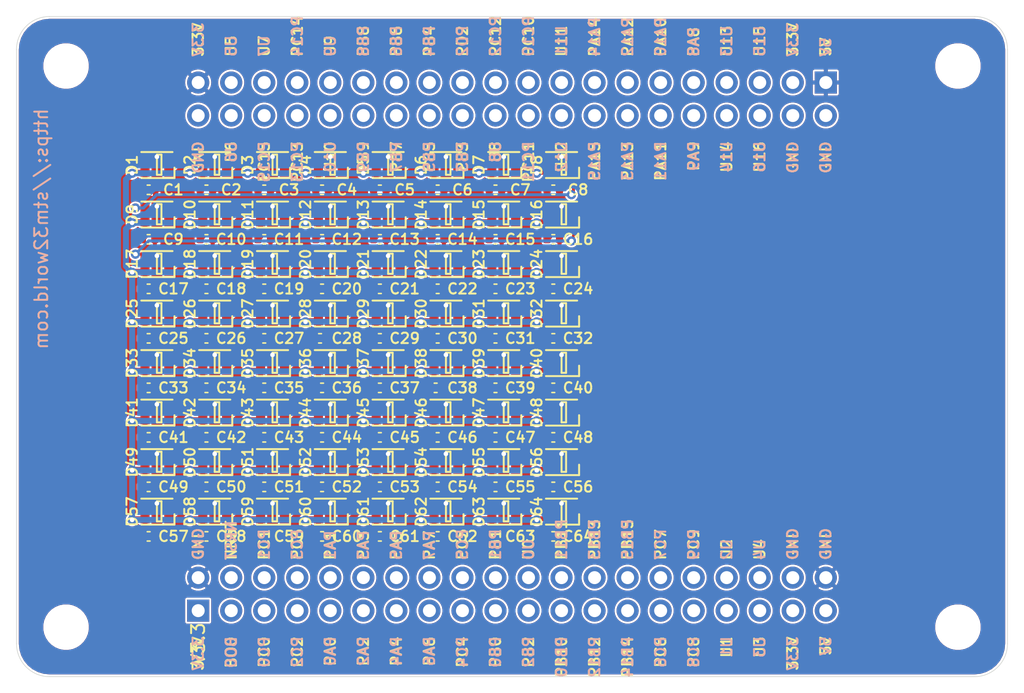
<source format=kicad_pcb>
(kicad_pcb (version 20171130) (host pcbnew 5.1.9+dfsg1-1)
  (layers (0 F.Cu signal) (31 B.Cu signal) (34 B.Paste user) (35 F.Paste user) (36 B.SilkS user) (37 F.SilkS user) (38 B.Mask user) (39 F.Mask user) (44 Edge.Cuts user))
  (net 0 "")
  (net 1 "Net-(D1-Pad3)")
  (net 2 "Net-(D1-Pad1)")
  (net 3 "Net-(J1-Pad78)")
  (net 4 "Net-(J1-Pad77)")
  (net 5 "Net-(J1-Pad76)")
  (net 6 "Net-(J1-Pad75)")
  (net 7 "Net-(J1-Pad74)")
  (net 8 "Net-(J1-Pad73)")
  (net 9 "Net-(J1-Pad72)")
  (net 10 "Net-(J1-Pad71)")
  (net 11 "Net-(J1-Pad70)")
  (net 12 "Net-(J1-Pad69)")
  (net 13 "Net-(J1-Pad68)")
  (net 14 "Net-(J1-Pad67)")
  (net 15 "Net-(J1-Pad66)")
  (net 16 "Net-(J1-Pad65)")
  (net 17 "Net-(J1-Pad64)")
  (net 18 "Net-(J1-Pad63)")
  (net 19 "Net-(J1-Pad62)")
  (net 20 "Net-(J1-Pad61)")
  (net 21 "Net-(J1-Pad60)")
  (net 22 "Net-(J1-Pad59)")
  (net 23 "Net-(J1-Pad58)")
  (net 24 "Net-(J1-Pad57)")
  (net 25 "Net-(J1-Pad56)")
  (net 26 "Net-(J1-Pad55)")
  (net 27 "Net-(J1-Pad54)")
  (net 28 "Net-(J1-Pad53)")
  (net 29 "Net-(J1-Pad52)")
  (net 30 "Net-(J1-Pad51)")
  (net 31 "Net-(J1-Pad50)")
  (net 32 "Net-(J1-Pad49)")
  (net 33 "Net-(J1-Pad48)")
  (net 34 "Net-(J1-Pad47)")
  (net 35 "Net-(J1-Pad46)")
  (net 36 "Net-(J1-Pad45)")
  (net 37 "Net-(J1-Pad44)")
  (net 38 "Net-(J1-Pad43)")
  (net 39 "Net-(J1-Pad39)")
  (net 40 "Net-(J1-Pad38)")
  (net 41 "Net-(J1-Pad37)")
  (net 42 "Net-(J1-Pad36)")
  (net 43 "Net-(J1-Pad35)")
  (net 44 "Net-(J1-Pad34)")
  (net 45 "Net-(J1-Pad33)")
  (net 46 "Net-(J1-Pad32)")
  (net 47 "Net-(J1-Pad31)")
  (net 48 "Net-(J1-Pad30)")
  (net 49 "Net-(J1-Pad29)")
  (net 50 "Net-(J1-Pad28)")
  (net 51 "Net-(J1-Pad27)")
  (net 52 "Net-(J1-Pad26)")
  (net 53 "Net-(J1-Pad25)")
  (net 54 "Net-(J1-Pad24)")
  (net 55 "Net-(J1-Pad23)")
  (net 56 "Net-(J1-Pad22)")
  (net 57 "Net-(J1-Pad21)")
  (net 58 "Net-(J1-Pad20)")
  (net 59 "Net-(J1-Pad19)")
  (net 60 "Net-(J1-Pad18)")
  (net 61 "Net-(J1-Pad17)")
  (net 62 "Net-(J1-Pad16)")
  (net 63 "Net-(J1-Pad15)")
  (net 64 "Net-(J1-Pad14)")
  (net 65 "Net-(J1-Pad13)")
  (net 66 "Net-(J1-Pad12)")
  (net 67 "Net-(J1-Pad11)")
  (net 68 "Net-(J1-Pad10)")
  (net 69 "Net-(J1-Pad9)")
  (net 70 "Net-(J1-Pad8)")
  (net 71 "Net-(J1-Pad7)")
  (net 72 "Net-(J1-Pad6)")
  (net 73 "Net-(J1-Pad5)")
  (net 74 "Net-(J1-Pad4)")
  (net 75 "Net-(J1-Pad3)")
  (net 76 "Net-(J1-Pad1)")
  (net 77 "Net-(D2-Pad1)")
  (net 78 "Net-(D3-Pad1)")
  (net 79 "Net-(D4-Pad1)")
  (net 80 "Net-(D5-Pad1)")
  (net 81 "Net-(D6-Pad1)")
  (net 82 "Net-(D7-Pad1)")
  (net 83 "Net-(D8-Pad1)")
  (net 84 +5V)
  (net 85 GND)
  (net 86 "Net-(D10-Pad3)")
  (net 87 "Net-(D10-Pad1)")
  (net 88 "Net-(D11-Pad1)")
  (net 89 "Net-(D12-Pad1)")
  (net 90 "Net-(D13-Pad1)")
  (net 91 "Net-(D14-Pad1)")
  (net 92 "Net-(D15-Pad1)")
  (net 93 "Net-(D16-Pad1)")
  (net 94 "Net-(D17-Pad1)")
  (net 95 "Net-(D18-Pad1)")
  (net 96 "Net-(D19-Pad1)")
  (net 97 "Net-(D20-Pad1)")
  (net 98 "Net-(D21-Pad1)")
  (net 99 "Net-(D22-Pad1)")
  (net 100 "Net-(D23-Pad1)")
  (net 101 "Net-(D24-Pad1)")
  (net 102 "Net-(D25-Pad1)")
  (net 103 "Net-(D26-Pad1)")
  (net 104 "Net-(D27-Pad1)")
  (net 105 "Net-(D28-Pad1)")
  (net 106 "Net-(D29-Pad1)")
  (net 107 "Net-(D30-Pad1)")
  (net 108 "Net-(D31-Pad1)")
  (net 109 "Net-(D32-Pad1)")
  (net 110 "Net-(D33-Pad1)")
  (net 111 "Net-(D34-Pad1)")
  (net 112 "Net-(D35-Pad1)")
  (net 113 "Net-(D36-Pad1)")
  (net 114 "Net-(D37-Pad1)")
  (net 115 "Net-(D38-Pad1)")
  (net 116 "Net-(D39-Pad1)")
  (net 117 "Net-(D40-Pad1)")
  (net 118 "Net-(D41-Pad1)")
  (net 119 "Net-(D42-Pad1)")
  (net 120 "Net-(D43-Pad1)")
  (net 121 "Net-(D44-Pad1)")
  (net 122 "Net-(D45-Pad1)")
  (net 123 "Net-(D46-Pad1)")
  (net 124 "Net-(D47-Pad1)")
  (net 125 "Net-(D48-Pad1)")
  (net 126 "Net-(D49-Pad1)")
  (net 127 "Net-(D50-Pad1)")
  (net 128 "Net-(D51-Pad1)")
  (net 129 "Net-(D52-Pad1)")
  (net 130 "Net-(D53-Pad1)")
  (net 131 "Net-(D54-Pad1)")
  (net 132 "Net-(D55-Pad1)")
  (net 133 "Net-(D56-Pad1)")
  (net 134 "Net-(D57-Pad1)")
  (net 135 "Net-(D58-Pad1)")
  (net 136 "Net-(D60-Pad1)")
  (net 137 "Net-(D62-Pad1)")
  (net 138 "Net-(D64-Pad1)")
  (net 139 "Net-(D59-Pad1)")
  (net 140 "Net-(D61-Pad1)")
  (net 141 "Net-(D63-Pad1)")
  (net 142 "Net-(J1-Pad80)")
  (net 143 "Net-(J1-Pad42)")
  (module stm32world:STM32WORLD_BASE (layer F.Cu) (at 150.495 101.6)
    (fp_text reference J1 hide)
    (fp_text value STM32WORLD_BASE)
    (fp_text user V3.3 (at -24.13 22.86 90) (layer F.SilkS))
    (fp_text user 5V (at 24.13 22.225 90) (layer B.SilkS) (effects (font (size 0.8 0.8)) (justify left mirror)))
    (fp_text user 3.3V (at 21.59 22.225 90) (layer B.SilkS) (effects (font (size 0.8 0.8)) (justify left mirror)))
    (fp_text user U3 (at 19.05 22.225 90) (layer B.SilkS) (effects (font (size 0.8 0.8)) (justify left mirror)))
    (fp_text user U1 (at 16.51 22.225 90) (layer B.SilkS) (effects (font (size 0.8 0.8)) (justify left mirror)))
    (fp_text user PC8 (at 13.97 22.225 90) (layer B.SilkS) (effects (font (size 0.8 0.8)) (justify left mirror)))
    (fp_text user PC6 (at 11.43 22.225 90) (layer B.SilkS) (effects (font (size 0.8 0.8)) (justify left mirror)))
    (fp_text user PB14 (at 8.89 22.225 90) (layer B.SilkS) (effects (font (size 0.8 0.8)) (justify left mirror)))
    (fp_text user PB12 (at 6.35 22.225 90) (layer B.SilkS) (effects (font (size 0.8 0.8)) (justify left mirror)))
    (fp_text user PB10 (at 3.81 22.225 90) (layer B.SilkS) (effects (font (size 0.8 0.8)) (justify left mirror)))
    (fp_text user PB2 (at 1.27 22.225 90) (layer B.SilkS) (effects (font (size 0.8 0.8)) (justify left mirror)))
    (fp_text user PB0 (at -1.27 22.225 90) (layer B.SilkS) (effects (font (size 0.8 0.8)) (justify left mirror)))
    (fp_text user PC4 (at -3.81 22.225 90) (layer B.SilkS) (effects (font (size 0.8 0.8)) (justify left mirror)))
    (fp_text user PA6 (at -6.35 22.225 90) (layer B.SilkS) (effects (font (size 0.8 0.8)) (justify left mirror)))
    (fp_text user PA4 (at -8.89 22.225 90) (layer B.SilkS) (effects (font (size 0.8 0.8)) (justify left mirror)))
    (fp_text user PA2 (at -11.43 22.225 90) (layer B.SilkS) (effects (font (size 0.8 0.8)) (justify left mirror)))
    (fp_text user PA0 (at -13.97 22.225 90) (layer B.SilkS) (effects (font (size 0.8 0.8)) (justify left mirror)))
    (fp_text user PC2 (at -16.51 22.225 90) (layer B.SilkS) (effects (font (size 0.8 0.8)) (justify left mirror)))
    (fp_text user PC0 (at -19.05 22.225 90) (layer B.SilkS) (effects (font (size 0.8 0.8)) (justify left mirror)))
    (fp_text user BO0 (at -21.59 22.225 90) (layer B.SilkS) (effects (font (size 0.8 0.8)) (justify left mirror)))
    (fp_text user 3.3V (at -24.13 22.225 90) (layer B.SilkS) (effects (font (size 0.8 0.8)) (justify left mirror)))
    (fp_text user GND (at 24.13 16.51 90) (layer B.SilkS) (effects (font (size 0.8 0.8)) (justify right mirror)))
    (fp_text user GND (at 21.59 16.51 90) (layer B.SilkS) (effects (font (size 0.8 0.8)) (justify right mirror)))
    (fp_text user U4 (at 19.05 16.51 90) (layer B.SilkS) (effects (font (size 0.8 0.8)) (justify right mirror)))
    (fp_text user U2 (at 16.51 16.51 90) (layer B.SilkS) (effects (font (size 0.8 0.8)) (justify right mirror)))
    (fp_text user PC9 (at 13.97 16.51 90) (layer B.SilkS) (effects (font (size 0.8 0.8)) (justify right mirror)))
    (fp_text user PC7 (at 11.43 16.51 90) (layer B.SilkS) (effects (font (size 0.8 0.8)) (justify right mirror)))
    (fp_text user PB15 (at 8.89 16.51 90) (layer B.SilkS) (effects (font (size 0.8 0.8)) (justify right mirror)))
    (fp_text user PB13 (at 6.35 16.51 90) (layer B.SilkS) (effects (font (size 0.8 0.8)) (justify right mirror)))
    (fp_text user PB11 (at 3.81 16.51 90) (layer B.SilkS) (effects (font (size 0.8 0.8)) (justify right mirror)))
    (fp_text user U0 (at 1.27 16.51 90) (layer B.SilkS) (effects (font (size 0.8 0.8)) (justify right mirror)))
    (fp_text user PB1 (at -1.27 16.51 90) (layer B.SilkS) (effects (font (size 0.8 0.8)) (justify right mirror)))
    (fp_text user PC5 (at -3.81 16.51 90) (layer B.SilkS) (effects (font (size 0.8 0.8)) (justify right mirror)))
    (fp_text user PA7 (at -6.35 16.51 90) (layer B.SilkS) (effects (font (size 0.8 0.8)) (justify right mirror)))
    (fp_text user PA5 (at -8.89 16.51 90) (layer B.SilkS) (effects (font (size 0.8 0.8)) (justify right mirror)))
    (fp_text user PA3 (at -11.43 16.51 90) (layer B.SilkS) (effects (font (size 0.8 0.8)) (justify right mirror)))
    (fp_text user PA1 (at -13.97 16.51 90) (layer B.SilkS) (effects (font (size 0.8 0.8)) (justify right mirror)))
    (fp_text user PC3 (at -16.51 16.51 90) (layer B.SilkS) (effects (font (size 0.8 0.8)) (justify right mirror)))
    (fp_text user PC1 (at -19.05 16.51 90) (layer B.SilkS) (effects (font (size 0.8 0.8)) (justify right mirror)))
    (fp_text user NRST (at -21.59 16.51 90) (layer B.SilkS) (effects (font (size 0.8 0.8)) (justify right mirror)))
    (fp_text user GND (at -24.13 16.51 90) (layer B.SilkS) (effects (font (size 0.8 0.8)) (justify right mirror)))
    (fp_text user 3.3V (at -24.13 -22.225 90) (layer B.SilkS) (effects (font (size 0.8 0.8)) (justify right mirror)))
    (fp_text user U5 (at -21.59 -22.225 90) (layer B.SilkS) (effects (font (size 0.8 0.8)) (justify right mirror)))
    (fp_text user U7 (at -19.05 -22.225 90) (layer B.SilkS) (effects (font (size 0.8 0.8)) (justify right mirror)))
    (fp_text user PC14 (at -16.51 -22.225 90) (layer B.SilkS) (effects (font (size 0.8 0.8)) (justify right mirror)))
    (fp_text user U9 (at -13.97 -22.225 90) (layer B.SilkS) (effects (font (size 0.8 0.8)) (justify right mirror)))
    (fp_text user PB8 (at -11.43 -22.225 90) (layer B.SilkS) (effects (font (size 0.8 0.8)) (justify right mirror)))
    (fp_text user PB6 (at -8.89 -22.225 90) (layer B.SilkS) (effects (font (size 0.8 0.8)) (justify right mirror)))
    (fp_text user PB4 (at -6.35 -22.225 90) (layer B.SilkS) (effects (font (size 0.8 0.8)) (justify right mirror)))
    (fp_text user PD2 (at -3.81 -22.225 90) (layer B.SilkS) (effects (font (size 0.8 0.8)) (justify right mirror)))
    (fp_text user PC12 (at -1.27 -22.225 90) (layer B.SilkS) (effects (font (size 0.8 0.8)) (justify right mirror)))
    (fp_text user PC10 (at 1.27 -22.225 90) (layer B.SilkS) (effects (font (size 0.8 0.8)) (justify right mirror)))
    (fp_text user U11 (at 3.81 -22.225 90) (layer B.SilkS) (effects (font (size 0.8 0.8)) (justify right mirror)))
    (fp_text user PA14 (at 6.35 -22.225 90) (layer B.SilkS) (effects (font (size 0.8 0.8)) (justify right mirror)))
    (fp_text user PA12 (at 8.89 -22.225 90) (layer B.SilkS) (effects (font (size 0.8 0.8)) (justify right mirror)))
    (fp_text user PA10 (at 11.43 -22.225 90) (layer B.SilkS) (effects (font (size 0.8 0.8)) (justify right mirror)))
    (fp_text user PA8 (at 13.97 -22.225 90) (layer B.SilkS) (effects (font (size 0.8 0.8)) (justify right mirror)))
    (fp_text user U13 (at 16.51 -22.225 90) (layer B.SilkS) (effects (font (size 0.8 0.8)) (justify right mirror)))
    (fp_text user U15 (at 19.05 -22.225 90) (layer B.SilkS) (effects (font (size 0.8 0.8)) (justify right mirror)))
    (fp_text user 3.3V (at 21.59 -22.225 90) (layer B.SilkS) (effects (font (size 0.8 0.8)) (justify right mirror)))
    (fp_text user 5V (at 24.13 -22.225 90) (layer B.SilkS) (effects (font (size 0.8 0.8)) (justify right mirror)))
    (fp_text user GND (at 24.13 -15.875 90) (layer B.SilkS) (effects (font (size 0.8 0.8)) (justify left mirror)))
    (fp_text user GND (at 21.59 -15.875 90) (layer B.SilkS) (effects (font (size 0.8 0.8)) (justify left mirror)))
    (fp_text user U16 (at 19.05 -15.875 90) (layer B.SilkS) (effects (font (size 0.8 0.8)) (justify left mirror)))
    (fp_text user U14 (at 16.51 -15.875 90) (layer B.SilkS) (effects (font (size 0.8 0.8)) (justify left mirror)))
    (fp_text user PA9 (at 13.97 -15.875 90) (layer B.SilkS) (effects (font (size 0.8 0.8)) (justify left mirror)))
    (fp_text user PA11 (at 11.43 -15.875 90) (layer B.SilkS) (effects (font (size 0.8 0.8)) (justify left mirror)))
    (fp_text user PA13 (at 8.89 -15.875 90) (layer B.SilkS) (effects (font (size 0.8 0.8)) (justify left mirror)))
    (fp_text user PA15 (at 6.35 -15.875 90) (layer B.SilkS) (effects (font (size 0.8 0.8)) (justify left mirror)))
    (fp_text user U12 (at 3.81 -15.875 90) (layer B.SilkS) (effects (font (size 0.8 0.8)) (justify left mirror)))
    (fp_text user PC11 (at 1.27 -15.875 90) (layer B.SilkS) (effects (font (size 0.8 0.8)) (justify left mirror)))
    (fp_text user U8 (at -1.27 -15.875 90) (layer B.SilkS) (effects (font (size 0.8 0.8)) (justify left mirror)))
    (fp_text user PB3 (at -3.81 -15.875 90) (layer B.SilkS) (effects (font (size 0.8 0.8)) (justify left mirror)))
    (fp_text user PB5 (at -6.35 -15.875 90) (layer B.SilkS) (effects (font (size 0.8 0.8)) (justify left mirror)))
    (fp_text user PB7 (at -8.89 -15.875 90) (layer B.SilkS) (effects (font (size 0.8 0.8)) (justify left mirror)))
    (fp_text user PB9 (at -11.43 -15.875 90) (layer B.SilkS) (effects (font (size 0.8 0.8)) (justify left mirror)))
    (fp_text user U10 (at -13.97 -15.875 90) (layer B.SilkS) (effects (font (size 0.8 0.8)) (justify left mirror)))
    (fp_text user PC13 (at -16.51 -15.875 90) (layer B.SilkS) (effects (font (size 0.8 0.8)) (justify left mirror)))
    (fp_text user PC15 (at -19.05 -15.875 90) (layer B.SilkS) (effects (font (size 0.8 0.8)) (justify left mirror)))
    (fp_text user U6 (at -21.59 -15.875 90) (layer B.SilkS) (effects (font (size 0.8 0.8)) (justify left mirror)))
    (fp_text user GND (at -24.13 -15.875 90) (layer B.SilkS) (effects (font (size 0.8 0.8)) (justify left mirror)))
    (fp_text user U16 (at 19.05 -15.875 90) (layer F.SilkS) (effects (font (size 0.8 0.8)) (justify right)))
    (fp_text user U14 (at 16.51 -15.875 90) (layer F.SilkS) (effects (font (size 0.8 0.8)) (justify right)))
    (fp_text user U15 (at 19.05 -22.225 90) (layer F.SilkS) (effects (font (size 0.8 0.8)) (justify left)))
    (fp_text user U13 (at 16.51 -22.225 90) (layer F.SilkS) (effects (font (size 0.8 0.8)) (justify left)))
    (fp_text user U11 (at 3.81 -22.225 90) (layer F.SilkS) (effects (font (size 0.8 0.8)) (justify left)))
    (fp_text user U12 (at 3.81 -15.875 90) (layer F.SilkS) (effects (font (size 0.8 0.8)) (justify right)))
    (fp_text user U8 (at -1.27 -15.875 90) (layer F.SilkS) (effects (font (size 0.8 0.8)) (justify right)))
    (fp_text user U10 (at -13.97 -15.875 90) (layer F.SilkS) (effects (font (size 0.8 0.8)) (justify right)))
    (fp_text user U9 (at -13.97 -22.225 90) (layer F.SilkS) (effects (font (size 0.8 0.8)) (justify left)))
    (fp_text user U7 (at -19.05 -22.225 90) (layer F.SilkS) (effects (font (size 0.8 0.8)) (justify left)))
    (fp_text user U6 (at -21.59 -15.875 90) (layer F.SilkS) (effects (font (size 0.8 0.8)) (justify right)))
    (fp_text user U5 (at -21.59 -22.225 90) (layer F.SilkS) (effects (font (size 0.8 0.8)) (justify left)))
    (fp_text user U4 (at 19.05 16.51 90) (layer F.SilkS) (effects (font (size 0.8 0.8)) (justify left)))
    (fp_text user U2 (at 16.51 16.51 90) (layer F.SilkS) (effects (font (size 0.8 0.8)) (justify left)))
    (fp_text user U3 (at 19.05 22.225 90) (layer F.SilkS) (effects (font (size 0.8 0.8)) (justify right)))
    (fp_text user U1 (at 16.51 22.225 90) (layer F.SilkS) (effects (font (size 0.8 0.8)) (justify right)))
    (fp_text user U0 (at 1.27 16.51 90) (layer F.SilkS) (effects (font (size 0.8 0.8)) (justify left)))
    (fp_text user https://stm32world.com (at -36.195 -18.415 90 unlocked) (layer B.SilkS) (effects (justify left mirror)))
    (fp_text user 3.3V (at 21.59 -22.225 90) (layer F.SilkS) (effects (font (size 0.8 0.8)) (justify left)))
    (fp_text user GND (at 21.59 -15.875 90) (layer F.SilkS) (effects (font (size 0.8 0.8)) (justify right)))
    (fp_text user 5V (at 24.13 22.225 90) (layer F.SilkS) (effects (font (size 0.8 0.8)) (justify right)))
    (fp_text user GND (at 21.59 16.51 90) (layer F.SilkS) (effects (font (size 0.8 0.8)) (justify left)))
    (fp_text user GND (at -24.13 -15.875 90) (layer F.SilkS) (effects (font (size 0.8 0.8)) (justify right)))
    (fp_text user PC15 (at -19.05 -15.875 90) (layer F.SilkS) (effects (font (size 0.8 0.8)) (justify right)))
    (fp_text user PC13 (at -16.51 -15.875 90) (layer F.SilkS) (effects (font (size 0.8 0.8)) (justify right)))
    (fp_text user PB9 (at -11.43 -15.875 90) (layer F.SilkS) (effects (font (size 0.8 0.8)) (justify right)))
    (fp_text user PB7 (at -8.89 -15.875 90) (layer F.SilkS) (effects (font (size 0.8 0.8)) (justify right)))
    (fp_text user PB5 (at -6.35 -15.875 90) (layer F.SilkS) (effects (font (size 0.8 0.8)) (justify right)))
    (fp_text user PB3 (at -3.81 -15.875 90) (layer F.SilkS) (effects (font (size 0.8 0.8)) (justify right)))
    (fp_text user PC11 (at 1.27 -15.875 90) (layer F.SilkS) (effects (font (size 0.8 0.8)) (justify right)))
    (fp_text user PA15 (at 6.35 -15.875 90) (layer F.SilkS) (effects (font (size 0.8 0.8)) (justify right)))
    (fp_text user PA13 (at 8.89 -15.875 90) (layer F.SilkS) (effects (font (size 0.8 0.8)) (justify right)))
    (fp_text user PA11 (at 11.43 -15.875 90) (layer F.SilkS) (effects (font (size 0.8 0.8)) (justify right)))
    (fp_text user PA9 (at 13.97 -15.875 90) (layer F.SilkS) (effects (font (size 0.8 0.8)) (justify right)))
    (fp_text user 3.3V (at -24.13 -22.225 90) (layer F.SilkS) (effects (font (size 0.8 0.8)) (justify left)))
    (fp_text user PC14 (at -16.51 -22.225 90) (layer F.SilkS) (effects (font (size 0.8 0.8)) (justify left)))
    (fp_text user PB8 (at -11.43 -22.225 90) (layer F.SilkS) (effects (font (size 0.8 0.8)) (justify left)))
    (fp_text user PB6 (at -8.89 -22.225 90) (layer F.SilkS) (effects (font (size 0.8 0.8)) (justify left)))
    (fp_text user PB4 (at -6.35 -22.225 90) (layer F.SilkS) (effects (font (size 0.8 0.8)) (justify left)))
    (fp_text user PD2 (at -3.81 -22.225 90) (layer F.SilkS) (effects (font (size 0.8 0.8)) (justify left)))
    (fp_text user PC12 (at -1.27 -22.225 90) (layer F.SilkS) (effects (font (size 0.8 0.8)) (justify left)))
    (fp_text user PC10 (at 1.27 -22.225 90) (layer F.SilkS) (effects (font (size 0.8 0.8)) (justify left)))
    (fp_text user PA14 (at 6.35 -22.225 90) (layer F.SilkS) (effects (font (size 0.8 0.8)) (justify left)))
    (fp_text user PA12 (at 8.89 -22.225 90) (layer F.SilkS) (effects (font (size 0.8 0.8)) (justify left)))
    (fp_text user PA10 (at 11.43 -22.225 90) (layer F.SilkS) (effects (font (size 0.8 0.8)) (justify left)))
    (fp_text user PA8 (at 13.97 -22.225 90) (layer F.SilkS) (effects (font (size 0.8 0.8)) (justify left)))
    (fp_text user GND (at 24.13 -15.875 90) (layer F.SilkS) (effects (font (size 0.8 0.8)) (justify right)))
    (fp_text user 5V (at 24.13 -22.225 90) (layer F.SilkS) (effects (font (size 0.8 0.8)) (justify left)))
    (fp_text user GND (at 24.13 16.51 90) (layer F.SilkS) (effects (font (size 0.8 0.8)) (justify left)))
    (fp_text user PC9 (at 13.97 16.51 90) (layer F.SilkS) (effects (font (size 0.8 0.8)) (justify left)))
    (fp_text user PC7 (at 11.43 16.51 90) (layer F.SilkS) (effects (font (size 0.8 0.8)) (justify left)))
    (fp_text user PB15 (at 8.89 16.51 90) (layer F.SilkS) (effects (font (size 0.8 0.8)) (justify left)))
    (fp_text user PB13 (at 6.35 16.51 90) (layer F.SilkS) (effects (font (size 0.8 0.8)) (justify left)))
    (fp_text user PB11 (at 3.81 16.51 90) (layer F.SilkS) (effects (font (size 0.8 0.8)) (justify left)))
    (fp_text user PB1 (at -1.27 16.51 90) (layer F.SilkS) (effects (font (size 0.8 0.8)) (justify left)))
    (fp_text user PC5 (at -3.81 16.51 90) (layer F.SilkS) (effects (font (size 0.8 0.8)) (justify left)))
    (fp_text user PA7 (at -6.35 16.51 90) (layer F.SilkS) (effects (font (size 0.8 0.8)) (justify left)))
    (fp_text user PA5 (at -8.89 16.51 90) (layer F.SilkS) (effects (font (size 0.8 0.8)) (justify left)))
    (fp_text user PA3 (at -11.43 16.51 90) (layer F.SilkS) (effects (font (size 0.8 0.8)) (justify left)))
    (fp_text user PA1 (at -13.97 16.51 90) (layer F.SilkS) (effects (font (size 0.8 0.8)) (justify left)))
    (fp_text user PC3 (at -16.51 16.51 90) (layer F.SilkS) (effects (font (size 0.8 0.8)) (justify left)))
    (fp_text user PC1 (at -19.05 16.51 90) (layer F.SilkS) (effects (font (size 0.8 0.8)) (justify left)))
    (fp_text user NRST (at -21.59 16.51 90) (layer F.SilkS) (effects (font (size 0.8 0.8)) (justify left)))
    (fp_text user 3.3V (at 21.59 22.225 90) (layer F.SilkS) (effects (font (size 0.8 0.8)) (justify right)))
    (fp_text user PC8 (at 13.97 22.225 90) (layer F.SilkS) (effects (font (size 0.8 0.8)) (justify right)))
    (fp_text user PC6 (at 11.43 22.225 90) (layer F.SilkS) (effects (font (size 0.8 0.8)) (justify right)))
    (fp_text user PB14 (at 8.89 22.225 90) (layer F.SilkS) (effects (font (size 0.8 0.8)) (justify right)))
    (fp_text user PB12 (at 6.35 22.225 90) (layer F.SilkS) (effects (font (size 0.8 0.8)) (justify right)))
    (fp_text user PB10 (at 3.81 22.225 90) (layer F.SilkS) (effects (font (size 0.8 0.8)) (justify right)))
    (fp_text user PB2 (at 1.27 22.225 90) (layer F.SilkS) (effects (font (size 0.8 0.8)) (justify right)))
    (fp_text user PB0 (at -1.27 22.225 90) (layer F.SilkS) (effects (font (size 0.8 0.8)) (justify right)))
    (fp_text user PC4 (at -3.81 22.225 90) (layer F.SilkS) (effects (font (size 0.8 0.8)) (justify right)))
    (fp_text user PA6 (at -6.35 22.225 90) (layer F.SilkS) (effects (font (size 0.8 0.8)) (justify right)))
    (fp_text user PA4 (at -8.89 22.225 90) (layer F.SilkS) (effects (font (size 0.8 0.8)) (justify right)))
    (fp_text user PA2 (at -11.43 22.225 90) (layer F.SilkS) (effects (font (size 0.8 0.8)) (justify right)))
    (fp_text user PA0 (at -13.97 22.225 90) (layer F.SilkS) (effects (font (size 0.8 0.8)) (justify right)))
    (fp_text user PC2 (at -16.51 22.225 90) (layer F.SilkS) (effects (font (size 0.8 0.8)) (justify right)))
    (fp_text user PC0 (at -19.05 22.225 90) (layer F.SilkS) (effects (font (size 0.8 0.8)) (justify right)))
    (fp_text user BO0 (at -21.59 22.225 90) (layer F.SilkS) (effects (font (size 0.8 0.8)) (justify right)))
    (fp_text user GND (at -24.13 16.51 90) (layer F.SilkS) (effects (font (size 0.8 0.8)) (justify left)))
    (fp_text user 3.3V (at -24.13 22.225 90) (layer F.SilkS) (effects (font (size 0.8 0.8)) (justify right)))
    (pad 1 thru_hole rect (at -24.13 20.32) (size 1.7 1.7) (drill 1) (layers *.Cu *.Mask) (net 76 "Net-(J1-Pad1)"))
    (pad 2 thru_hole circle (at -24.13 17.78) (size 1.7 1.7) (drill 1) (layers *.Cu *.Mask) (net 85 GND))
    (pad 3 thru_hole circle (at -21.59 20.32) (size 1.7 1.7) (drill 1) (layers *.Cu *.Mask) (net 75 "Net-(J1-Pad3)"))
    (pad 4 thru_hole circle (at -21.59 17.78) (size 1.7 1.7) (drill 1) (layers *.Cu *.Mask) (net 74 "Net-(J1-Pad4)"))
    (pad 5 thru_hole circle (at -19.05 20.32) (size 1.7 1.7) (drill 1) (layers *.Cu *.Mask) (net 73 "Net-(J1-Pad5)"))
    (pad 6 thru_hole circle (at -19.05 17.78) (size 1.7 1.7) (drill 1) (layers *.Cu *.Mask) (net 72 "Net-(J1-Pad6)"))
    (pad 7 thru_hole circle (at -16.51 20.32) (size 1.7 1.7) (drill 1) (layers *.Cu *.Mask) (net 71 "Net-(J1-Pad7)"))
    (pad 8 thru_hole circle (at -16.51 17.78) (size 1.7 1.7) (drill 1) (layers *.Cu *.Mask) (net 70 "Net-(J1-Pad8)"))
    (pad 9 thru_hole circle (at -13.97 20.32) (size 1.7 1.7) (drill 1) (layers *.Cu *.Mask) (net 69 "Net-(J1-Pad9)"))
    (pad 10 thru_hole circle (at -13.97 17.78) (size 1.7 1.7) (drill 1) (layers *.Cu *.Mask) (net 68 "Net-(J1-Pad10)"))
    (pad 11 thru_hole circle (at -11.43 20.32) (size 1.7 1.7) (drill 1) (layers *.Cu *.Mask) (net 67 "Net-(J1-Pad11)"))
    (pad 12 thru_hole circle (at -11.43 17.78) (size 1.7 1.7) (drill 1) (layers *.Cu *.Mask) (net 66 "Net-(J1-Pad12)"))
    (pad 13 thru_hole circle (at -8.89 20.32) (size 1.7 1.7) (drill 1) (layers *.Cu *.Mask) (net 65 "Net-(J1-Pad13)"))
    (pad 14 thru_hole circle (at -8.89 17.78) (size 1.7 1.7) (drill 1) (layers *.Cu *.Mask) (net 64 "Net-(J1-Pad14)"))
    (pad 15 thru_hole circle (at -6.35 20.32) (size 1.7 1.7) (drill 1) (layers *.Cu *.Mask) (net 63 "Net-(J1-Pad15)"))
    (pad 16 thru_hole circle (at -6.35 17.78) (size 1.7 1.7) (drill 1) (layers *.Cu *.Mask) (net 62 "Net-(J1-Pad16)"))
    (pad 17 thru_hole circle (at -3.81 20.32) (size 1.7 1.7) (drill 1) (layers *.Cu *.Mask) (net 61 "Net-(J1-Pad17)"))
    (pad 18 thru_hole circle (at -3.81 17.78) (size 1.7 1.7) (drill 1) (layers *.Cu *.Mask) (net 60 "Net-(J1-Pad18)"))
    (pad 19 thru_hole circle (at -1.27 20.32) (size 1.7 1.7) (drill 1) (layers *.Cu *.Mask) (net 59 "Net-(J1-Pad19)"))
    (pad 20 thru_hole circle (at -1.27 17.78) (size 1.7 1.7) (drill 1) (layers *.Cu *.Mask) (net 58 "Net-(J1-Pad20)"))
    (pad 21 thru_hole circle (at 1.27 20.32) (size 1.7 1.7) (drill 1) (layers *.Cu *.Mask) (net 57 "Net-(J1-Pad21)"))
    (pad 22 thru_hole circle (at 1.27 17.78) (size 1.7 1.7) (drill 1) (layers *.Cu *.Mask) (net 56 "Net-(J1-Pad22)"))
    (pad 23 thru_hole circle (at 3.81 20.32) (size 1.7 1.7) (drill 1) (layers *.Cu *.Mask) (net 55 "Net-(J1-Pad23)"))
    (pad 24 thru_hole circle (at 3.81 17.78) (size 1.7 1.7) (drill 1) (layers *.Cu *.Mask) (net 54 "Net-(J1-Pad24)"))
    (pad 25 thru_hole circle (at 6.35 20.32) (size 1.7 1.7) (drill 1) (layers *.Cu *.Mask) (net 53 "Net-(J1-Pad25)"))
    (pad 26 thru_hole circle (at 6.35 17.78) (size 1.7 1.7) (drill 1) (layers *.Cu *.Mask) (net 52 "Net-(J1-Pad26)"))
    (pad 27 thru_hole circle (at 8.89 20.32) (size 1.7 1.7) (drill 1) (layers *.Cu *.Mask) (net 51 "Net-(J1-Pad27)"))
    (pad 28 thru_hole circle (at 8.89 17.78) (size 1.7 1.7) (drill 1) (layers *.Cu *.Mask) (net 50 "Net-(J1-Pad28)"))
    (pad 29 thru_hole circle (at 11.43 20.32) (size 1.7 1.7) (drill 1) (layers *.Cu *.Mask) (net 49 "Net-(J1-Pad29)"))
    (pad 30 thru_hole circle (at 11.43 17.78) (size 1.7 1.7) (drill 1) (layers *.Cu *.Mask) (net 48 "Net-(J1-Pad30)"))
    (pad 31 thru_hole circle (at 13.97 20.32) (size 1.7 1.7) (drill 1) (layers *.Cu *.Mask) (net 47 "Net-(J1-Pad31)"))
    (pad 32 thru_hole circle (at 13.97 17.78) (size 1.7 1.7) (drill 1) (layers *.Cu *.Mask) (net 46 "Net-(J1-Pad32)"))
    (pad 33 thru_hole circle (at 16.51 20.32) (size 1.7 1.7) (drill 1) (layers *.Cu *.Mask) (net 45 "Net-(J1-Pad33)"))
    (pad 34 thru_hole circle (at 16.51 17.78) (size 1.7 1.7) (drill 1) (layers *.Cu *.Mask) (net 44 "Net-(J1-Pad34)"))
    (pad 35 thru_hole circle (at 19.05 20.32) (size 1.7 1.7) (drill 1) (layers *.Cu *.Mask) (net 43 "Net-(J1-Pad35)"))
    (pad 36 thru_hole circle (at 19.05 17.78) (size 1.7 1.7) (drill 1) (layers *.Cu *.Mask) (net 42 "Net-(J1-Pad36)"))
    (pad 37 thru_hole circle (at 21.59 20.32) (size 1.7 1.7) (drill 1) (layers *.Cu *.Mask) (net 41 "Net-(J1-Pad37)"))
    (pad 38 thru_hole circle (at 21.59 17.78) (size 1.7 1.7) (drill 1) (layers *.Cu *.Mask) (net 40 "Net-(J1-Pad38)"))
    (pad 39 thru_hole circle (at 24.13 20.32) (size 1.7 1.7) (drill 1) (layers *.Cu *.Mask) (net 39 "Net-(J1-Pad39)"))
    (pad 40 thru_hole circle (at 24.13 17.78) (size 1.7 1.7) (drill 1) (layers *.Cu *.Mask) (net 85 GND))
    (pad 41 thru_hole rect (at 24.13 -20.32) (size 1.7 1.7) (drill 1) (layers *.Cu *.Mask) (net 85 GND))
    (pad 42 thru_hole circle (at 24.13 -17.78) (size 1.7 1.7) (drill 1) (layers *.Cu *.Mask) (net 143 "Net-(J1-Pad42)"))
    (pad 43 thru_hole circle (at 21.59 -20.32) (size 1.7 1.7) (drill 1) (layers *.Cu *.Mask) (net 38 "Net-(J1-Pad43)"))
    (pad 44 thru_hole circle (at 21.59 -17.78) (size 1.7 1.7) (drill 1) (layers *.Cu *.Mask) (net 37 "Net-(J1-Pad44)"))
    (pad 45 thru_hole circle (at 19.05 -20.32) (size 1.7 1.7) (drill 1) (layers *.Cu *.Mask) (net 36 "Net-(J1-Pad45)"))
    (pad 46 thru_hole circle (at 19.05 -17.78) (size 1.7 1.7) (drill 1) (layers *.Cu *.Mask) (net 35 "Net-(J1-Pad46)"))
    (pad 47 thru_hole circle (at 16.51 -20.32) (size 1.7 1.7) (drill 1) (layers *.Cu *.Mask) (net 34 "Net-(J1-Pad47)"))
    (pad 48 thru_hole circle (at 16.51 -17.78) (size 1.7 1.7) (drill 1) (layers *.Cu *.Mask) (net 33 "Net-(J1-Pad48)"))
    (pad 49 thru_hole circle (at 13.97 -20.32) (size 1.7 1.7) (drill 1) (layers *.Cu *.Mask) (net 32 "Net-(J1-Pad49)"))
    (pad 50 thru_hole circle (at 13.97 -17.78) (size 1.7 1.7) (drill 1) (layers *.Cu *.Mask) (net 31 "Net-(J1-Pad50)"))
    (pad 51 thru_hole circle (at 11.43 -20.32) (size 1.7 1.7) (drill 1) (layers *.Cu *.Mask) (net 30 "Net-(J1-Pad51)"))
    (pad 52 thru_hole circle (at 11.43 -17.78) (size 1.7 1.7) (drill 1) (layers *.Cu *.Mask) (net 29 "Net-(J1-Pad52)"))
    (pad 53 thru_hole circle (at 8.89 -20.32) (size 1.7 1.7) (drill 1) (layers *.Cu *.Mask) (net 28 "Net-(J1-Pad53)"))
    (pad 54 thru_hole circle (at 8.89 -17.78) (size 1.7 1.7) (drill 1) (layers *.Cu *.Mask) (net 27 "Net-(J1-Pad54)"))
    (pad 55 thru_hole circle (at 6.35 -20.32) (size 1.7 1.7) (drill 1) (layers *.Cu *.Mask) (net 26 "Net-(J1-Pad55)"))
    (pad 56 thru_hole circle (at 6.35 -17.78) (size 1.7 1.7) (drill 1) (layers *.Cu *.Mask) (net 25 "Net-(J1-Pad56)"))
    (pad 57 thru_hole circle (at 3.81 -20.32) (size 1.7 1.7) (drill 1) (layers *.Cu *.Mask) (net 24 "Net-(J1-Pad57)"))
    (pad 58 thru_hole circle (at 3.81 -17.78) (size 1.7 1.7) (drill 1) (layers *.Cu *.Mask) (net 23 "Net-(J1-Pad58)"))
    (pad 59 thru_hole circle (at 1.27 -20.32) (size 1.7 1.7) (drill 1) (layers *.Cu *.Mask) (net 22 "Net-(J1-Pad59)"))
    (pad 60 thru_hole circle (at 1.27 -17.78) (size 1.7 1.7) (drill 1) (layers *.Cu *.Mask) (net 21 "Net-(J1-Pad60)"))
    (pad 61 thru_hole circle (at -1.27 -20.32) (size 1.7 1.7) (drill 1) (layers *.Cu *.Mask) (net 20 "Net-(J1-Pad61)"))
    (pad 62 thru_hole circle (at -1.27 -17.78) (size 1.7 1.7) (drill 1) (layers *.Cu *.Mask) (net 19 "Net-(J1-Pad62)"))
    (pad 63 thru_hole circle (at -3.81 -20.32) (size 1.7 1.7) (drill 1) (layers *.Cu *.Mask) (net 18 "Net-(J1-Pad63)"))
    (pad 64 thru_hole circle (at -3.81 -17.78) (size 1.7 1.7) (drill 1) (layers *.Cu *.Mask) (net 17 "Net-(J1-Pad64)"))
    (pad 65 thru_hole circle (at -6.35 -20.32) (size 1.7 1.7) (drill 1) (layers *.Cu *.Mask) (net 16 "Net-(J1-Pad65)"))
    (pad 66 thru_hole circle (at -6.35 -17.78) (size 1.7 1.7) (drill 1) (layers *.Cu *.Mask) (net 15 "Net-(J1-Pad66)"))
    (pad 67 thru_hole circle (at -8.89 -20.32) (size 1.7 1.7) (drill 1) (layers *.Cu *.Mask) (net 14 "Net-(J1-Pad67)"))
    (pad 68 thru_hole circle (at -8.89 -17.78) (size 1.7 1.7) (drill 1) (layers *.Cu *.Mask) (net 13 "Net-(J1-Pad68)"))
    (pad 69 thru_hole circle (at -11.43 -20.32) (size 1.7 1.7) (drill 1) (layers *.Cu *.Mask) (net 12 "Net-(J1-Pad69)"))
    (pad 70 thru_hole circle (at -11.43 -17.78) (size 1.7 1.7) (drill 1) (layers *.Cu *.Mask) (net 11 "Net-(J1-Pad70)"))
    (pad 71 thru_hole circle (at -13.97 -20.32) (size 1.7 1.7) (drill 1) (layers *.Cu *.Mask) (net 10 "Net-(J1-Pad71)"))
    (pad 72 thru_hole circle (at -13.97 -17.78) (size 1.7 1.7) (drill 1) (layers *.Cu *.Mask) (net 9 "Net-(J1-Pad72)"))
    (pad 73 thru_hole circle (at -16.51 -20.32) (size 1.7 1.7) (drill 1) (layers *.Cu *.Mask) (net 8 "Net-(J1-Pad73)"))
    (pad 74 thru_hole circle (at -16.51 -17.78) (size 1.7 1.7) (drill 1) (layers *.Cu *.Mask) (net 7 "Net-(J1-Pad74)"))
    (pad 75 thru_hole circle (at -19.05 -20.32) (size 1.7 1.7) (drill 1) (layers *.Cu *.Mask) (net 6 "Net-(J1-Pad75)"))
    (pad 76 thru_hole circle (at -19.05 -17.78) (size 1.7 1.7) (drill 1) (layers *.Cu *.Mask) (net 5 "Net-(J1-Pad76)"))
    (pad 77 thru_hole circle (at -21.59 -20.32) (size 1.7 1.7) (drill 1) (layers *.Cu *.Mask) (net 4 "Net-(J1-Pad77)"))
    (pad 78 thru_hole circle (at -21.59 -17.78) (size 1.7 1.7) (drill 1) (layers *.Cu *.Mask) (net 3 "Net-(J1-Pad78)"))
    (pad 79 thru_hole circle (at -24.13 -20.32) (size 1.7 1.7) (drill 1) (layers *.Cu *.Mask) (net 85 GND))
    (pad 80 thru_hole circle (at -24.13 -17.78) (size 1.7 1.7) (drill 1) (layers *.Cu *.Mask) (net 142 "Net-(J1-Pad80)"))
    (pad "" np_thru_hole circle (at -34.29 21.59) (size 3.2 3.2) (drill 3.2) (layers *.Cu *.Mask))
    (pad "" np_thru_hole circle (at 34.29 21.59) (size 3.2 3.2) (drill 3.2) (layers *.Cu *.Mask))
    (pad "" np_thru_hole circle (at 34.29 -21.59) (size 3.2 3.2) (drill 3.2) (layers *.Cu *.Mask))
    (pad "" np_thru_hole circle (at -34.29 -21.59) (size 3.2 3.2) (drill 3.2) (layers *.Cu *.Mask))
  )
  (module stm32world:LED_WS2812C-2020 (layer F.Cu) (at 154.305 114.3)
    (fp_text reference D64 (at -1.905 0 90) (layer F.SilkS) (effects (font (size 0.8 0.8))))
    (fp_text value WS2812)
    (pad 4 smd rect (at -0.915 0.55) (size 0.7 0.7) (layers F.Cu F.Paste F.Mask) (net 84 +5V))
    (pad 3 smd rect (at -0.915 -0.55) (size 0.7 0.7) (layers F.Cu F.Paste F.Mask) (net 141 "Net-(D63-Pad1)"))
    (pad 2 smd rect (at 0.915 -0.55) (size 0.7 0.7) (layers F.Cu F.Paste F.Mask) (net 85 GND))
    (pad 1 smd rect (at 0.915 0.55) (size 0.7 0.7) (layers F.Cu F.Paste F.Mask) (net 138 "Net-(D64-Pad1)"))
  )
  (module stm32world:LED_WS2812C-2020 (layer F.Cu) (at 149.86 114.3)
    (fp_text reference D63 (at -1.905 0 90) (layer F.SilkS) (effects (font (size 0.8 0.8))))
    (fp_text value WS2812)
    (pad 4 smd rect (at -0.915 0.55) (size 0.7 0.7) (layers F.Cu F.Paste F.Mask) (net 84 +5V))
    (pad 3 smd rect (at -0.915 -0.55) (size 0.7 0.7) (layers F.Cu F.Paste F.Mask) (net 137 "Net-(D62-Pad1)"))
    (pad 2 smd rect (at 0.915 -0.55) (size 0.7 0.7) (layers F.Cu F.Paste F.Mask) (net 85 GND))
    (pad 1 smd rect (at 0.915 0.55) (size 0.7 0.7) (layers F.Cu F.Paste F.Mask) (net 141 "Net-(D63-Pad1)"))
  )
  (module stm32world:LED_WS2812C-2020 (layer F.Cu) (at 145.415 114.3)
    (fp_text reference D62 (at -1.905 0 90) (layer F.SilkS) (effects (font (size 0.8 0.8))))
    (fp_text value WS2812)
    (pad 4 smd rect (at -0.915 0.55) (size 0.7 0.7) (layers F.Cu F.Paste F.Mask) (net 84 +5V))
    (pad 3 smd rect (at -0.915 -0.55) (size 0.7 0.7) (layers F.Cu F.Paste F.Mask) (net 140 "Net-(D61-Pad1)"))
    (pad 2 smd rect (at 0.915 -0.55) (size 0.7 0.7) (layers F.Cu F.Paste F.Mask) (net 85 GND))
    (pad 1 smd rect (at 0.915 0.55) (size 0.7 0.7) (layers F.Cu F.Paste F.Mask) (net 137 "Net-(D62-Pad1)"))
  )
  (module stm32world:LED_WS2812C-2020 (layer F.Cu) (at 140.97 114.3)
    (fp_text reference D61 (at -1.905 0 90) (layer F.SilkS) (effects (font (size 0.8 0.8))))
    (fp_text value WS2812)
    (pad 4 smd rect (at -0.915 0.55) (size 0.7 0.7) (layers F.Cu F.Paste F.Mask) (net 84 +5V))
    (pad 3 smd rect (at -0.915 -0.55) (size 0.7 0.7) (layers F.Cu F.Paste F.Mask) (net 136 "Net-(D60-Pad1)"))
    (pad 2 smd rect (at 0.915 -0.55) (size 0.7 0.7) (layers F.Cu F.Paste F.Mask) (net 85 GND))
    (pad 1 smd rect (at 0.915 0.55) (size 0.7 0.7) (layers F.Cu F.Paste F.Mask) (net 140 "Net-(D61-Pad1)"))
  )
  (module stm32world:LED_WS2812C-2020 (layer F.Cu) (at 136.525 114.3)
    (fp_text reference D60 (at -1.905 0 90) (layer F.SilkS) (effects (font (size 0.8 0.8))))
    (fp_text value WS2812)
    (pad 4 smd rect (at -0.915 0.55) (size 0.7 0.7) (layers F.Cu F.Paste F.Mask) (net 84 +5V))
    (pad 3 smd rect (at -0.915 -0.55) (size 0.7 0.7) (layers F.Cu F.Paste F.Mask) (net 139 "Net-(D59-Pad1)"))
    (pad 2 smd rect (at 0.915 -0.55) (size 0.7 0.7) (layers F.Cu F.Paste F.Mask) (net 85 GND))
    (pad 1 smd rect (at 0.915 0.55) (size 0.7 0.7) (layers F.Cu F.Paste F.Mask) (net 136 "Net-(D60-Pad1)"))
  )
  (module stm32world:LED_WS2812C-2020 (layer F.Cu) (at 132.08 114.3)
    (fp_text reference D59 (at -1.905 0 90) (layer F.SilkS) (effects (font (size 0.8 0.8))))
    (fp_text value WS2812)
    (pad 4 smd rect (at -0.915 0.55) (size 0.7 0.7) (layers F.Cu F.Paste F.Mask) (net 84 +5V))
    (pad 3 smd rect (at -0.915 -0.55) (size 0.7 0.7) (layers F.Cu F.Paste F.Mask) (net 135 "Net-(D58-Pad1)"))
    (pad 2 smd rect (at 0.915 -0.55) (size 0.7 0.7) (layers F.Cu F.Paste F.Mask) (net 85 GND))
    (pad 1 smd rect (at 0.915 0.55) (size 0.7 0.7) (layers F.Cu F.Paste F.Mask) (net 139 "Net-(D59-Pad1)"))
  )
  (module stm32world:LED_WS2812C-2020 (layer F.Cu) (at 127.635 114.3)
    (fp_text reference D58 (at -1.905 0 90) (layer F.SilkS) (effects (font (size 0.8 0.8))))
    (fp_text value WS2812)
    (pad 4 smd rect (at -0.915 0.55) (size 0.7 0.7) (layers F.Cu F.Paste F.Mask) (net 84 +5V))
    (pad 3 smd rect (at -0.915 -0.55) (size 0.7 0.7) (layers F.Cu F.Paste F.Mask) (net 134 "Net-(D57-Pad1)"))
    (pad 2 smd rect (at 0.915 -0.55) (size 0.7 0.7) (layers F.Cu F.Paste F.Mask) (net 85 GND))
    (pad 1 smd rect (at 0.915 0.55) (size 0.7 0.7) (layers F.Cu F.Paste F.Mask) (net 135 "Net-(D58-Pad1)"))
  )
  (module stm32world:LED_WS2812C-2020 (layer F.Cu) (at 123.19 114.3)
    (fp_text reference D57 (at -1.905 0 90) (layer F.SilkS) (effects (font (size 0.8 0.8))))
    (fp_text value WS2812)
    (pad 4 smd rect (at -0.915 0.55) (size 0.7 0.7) (layers F.Cu F.Paste F.Mask) (net 84 +5V))
    (pad 3 smd rect (at -0.915 -0.55) (size 0.7 0.7) (layers F.Cu F.Paste F.Mask) (net 133 "Net-(D56-Pad1)"))
    (pad 2 smd rect (at 0.915 -0.55) (size 0.7 0.7) (layers F.Cu F.Paste F.Mask) (net 85 GND))
    (pad 1 smd rect (at 0.915 0.55) (size 0.7 0.7) (layers F.Cu F.Paste F.Mask) (net 134 "Net-(D57-Pad1)"))
  )
  (module stm32world:LED_WS2812C-2020 (layer F.Cu) (at 154.305 110.49)
    (fp_text reference D56 (at -1.905 0 90) (layer F.SilkS) (effects (font (size 0.8 0.8))))
    (fp_text value WS2812)
    (pad 4 smd rect (at -0.915 0.55) (size 0.7 0.7) (layers F.Cu F.Paste F.Mask) (net 84 +5V))
    (pad 3 smd rect (at -0.915 -0.55) (size 0.7 0.7) (layers F.Cu F.Paste F.Mask) (net 132 "Net-(D55-Pad1)"))
    (pad 2 smd rect (at 0.915 -0.55) (size 0.7 0.7) (layers F.Cu F.Paste F.Mask) (net 85 GND))
    (pad 1 smd rect (at 0.915 0.55) (size 0.7 0.7) (layers F.Cu F.Paste F.Mask) (net 133 "Net-(D56-Pad1)"))
  )
  (module stm32world:LED_WS2812C-2020 (layer F.Cu) (at 149.86 110.49)
    (fp_text reference D55 (at -1.905 0 90) (layer F.SilkS) (effects (font (size 0.8 0.8))))
    (fp_text value WS2812)
    (pad 4 smd rect (at -0.915 0.55) (size 0.7 0.7) (layers F.Cu F.Paste F.Mask) (net 84 +5V))
    (pad 3 smd rect (at -0.915 -0.55) (size 0.7 0.7) (layers F.Cu F.Paste F.Mask) (net 131 "Net-(D54-Pad1)"))
    (pad 2 smd rect (at 0.915 -0.55) (size 0.7 0.7) (layers F.Cu F.Paste F.Mask) (net 85 GND))
    (pad 1 smd rect (at 0.915 0.55) (size 0.7 0.7) (layers F.Cu F.Paste F.Mask) (net 132 "Net-(D55-Pad1)"))
  )
  (module stm32world:LED_WS2812C-2020 (layer F.Cu) (at 145.415 110.49)
    (fp_text reference D54 (at -1.905 0 90) (layer F.SilkS) (effects (font (size 0.8 0.8))))
    (fp_text value WS2812)
    (pad 4 smd rect (at -0.915 0.55) (size 0.7 0.7) (layers F.Cu F.Paste F.Mask) (net 84 +5V))
    (pad 3 smd rect (at -0.915 -0.55) (size 0.7 0.7) (layers F.Cu F.Paste F.Mask) (net 130 "Net-(D53-Pad1)"))
    (pad 2 smd rect (at 0.915 -0.55) (size 0.7 0.7) (layers F.Cu F.Paste F.Mask) (net 85 GND))
    (pad 1 smd rect (at 0.915 0.55) (size 0.7 0.7) (layers F.Cu F.Paste F.Mask) (net 131 "Net-(D54-Pad1)"))
  )
  (module stm32world:LED_WS2812C-2020 (layer F.Cu) (at 140.97 110.49)
    (fp_text reference D53 (at -1.905 0 90) (layer F.SilkS) (effects (font (size 0.8 0.8))))
    (fp_text value WS2812)
    (pad 4 smd rect (at -0.915 0.55) (size 0.7 0.7) (layers F.Cu F.Paste F.Mask) (net 84 +5V))
    (pad 3 smd rect (at -0.915 -0.55) (size 0.7 0.7) (layers F.Cu F.Paste F.Mask) (net 129 "Net-(D52-Pad1)"))
    (pad 2 smd rect (at 0.915 -0.55) (size 0.7 0.7) (layers F.Cu F.Paste F.Mask) (net 85 GND))
    (pad 1 smd rect (at 0.915 0.55) (size 0.7 0.7) (layers F.Cu F.Paste F.Mask) (net 130 "Net-(D53-Pad1)"))
  )
  (module stm32world:LED_WS2812C-2020 (layer F.Cu) (at 136.525 110.49)
    (fp_text reference D52 (at -1.905 0 90) (layer F.SilkS) (effects (font (size 0.8 0.8))))
    (fp_text value WS2812)
    (pad 4 smd rect (at -0.915 0.55) (size 0.7 0.7) (layers F.Cu F.Paste F.Mask) (net 84 +5V))
    (pad 3 smd rect (at -0.915 -0.55) (size 0.7 0.7) (layers F.Cu F.Paste F.Mask) (net 128 "Net-(D51-Pad1)"))
    (pad 2 smd rect (at 0.915 -0.55) (size 0.7 0.7) (layers F.Cu F.Paste F.Mask) (net 85 GND))
    (pad 1 smd rect (at 0.915 0.55) (size 0.7 0.7) (layers F.Cu F.Paste F.Mask) (net 129 "Net-(D52-Pad1)"))
  )
  (module stm32world:LED_WS2812C-2020 (layer F.Cu) (at 132.08 110.49)
    (fp_text reference D51 (at -1.905 0 90) (layer F.SilkS) (effects (font (size 0.8 0.8))))
    (fp_text value WS2812)
    (pad 4 smd rect (at -0.915 0.55) (size 0.7 0.7) (layers F.Cu F.Paste F.Mask) (net 84 +5V))
    (pad 3 smd rect (at -0.915 -0.55) (size 0.7 0.7) (layers F.Cu F.Paste F.Mask) (net 127 "Net-(D50-Pad1)"))
    (pad 2 smd rect (at 0.915 -0.55) (size 0.7 0.7) (layers F.Cu F.Paste F.Mask) (net 85 GND))
    (pad 1 smd rect (at 0.915 0.55) (size 0.7 0.7) (layers F.Cu F.Paste F.Mask) (net 128 "Net-(D51-Pad1)"))
  )
  (module stm32world:LED_WS2812C-2020 (layer F.Cu) (at 127.635 110.49)
    (fp_text reference D50 (at -1.905 0 90) (layer F.SilkS) (effects (font (size 0.8 0.8))))
    (fp_text value WS2812)
    (pad 4 smd rect (at -0.915 0.55) (size 0.7 0.7) (layers F.Cu F.Paste F.Mask) (net 84 +5V))
    (pad 3 smd rect (at -0.915 -0.55) (size 0.7 0.7) (layers F.Cu F.Paste F.Mask) (net 126 "Net-(D49-Pad1)"))
    (pad 2 smd rect (at 0.915 -0.55) (size 0.7 0.7) (layers F.Cu F.Paste F.Mask) (net 85 GND))
    (pad 1 smd rect (at 0.915 0.55) (size 0.7 0.7) (layers F.Cu F.Paste F.Mask) (net 127 "Net-(D50-Pad1)"))
  )
  (module stm32world:LED_WS2812C-2020 (layer F.Cu) (at 123.19 110.49)
    (fp_text reference D49 (at -1.905 0 90) (layer F.SilkS) (effects (font (size 0.8 0.8))))
    (fp_text value WS2812)
    (pad 4 smd rect (at -0.915 0.55) (size 0.7 0.7) (layers F.Cu F.Paste F.Mask) (net 84 +5V))
    (pad 3 smd rect (at -0.915 -0.55) (size 0.7 0.7) (layers F.Cu F.Paste F.Mask) (net 125 "Net-(D48-Pad1)"))
    (pad 2 smd rect (at 0.915 -0.55) (size 0.7 0.7) (layers F.Cu F.Paste F.Mask) (net 85 GND))
    (pad 1 smd rect (at 0.915 0.55) (size 0.7 0.7) (layers F.Cu F.Paste F.Mask) (net 126 "Net-(D49-Pad1)"))
  )
  (module stm32world:LED_WS2812C-2020 (layer F.Cu) (at 154.305 106.68)
    (fp_text reference D48 (at -1.905 0 90) (layer F.SilkS) (effects (font (size 0.8 0.8))))
    (fp_text value WS2812)
    (pad 4 smd rect (at -0.915 0.55) (size 0.7 0.7) (layers F.Cu F.Paste F.Mask) (net 84 +5V))
    (pad 3 smd rect (at -0.915 -0.55) (size 0.7 0.7) (layers F.Cu F.Paste F.Mask) (net 124 "Net-(D47-Pad1)"))
    (pad 2 smd rect (at 0.915 -0.55) (size 0.7 0.7) (layers F.Cu F.Paste F.Mask) (net 85 GND))
    (pad 1 smd rect (at 0.915 0.55) (size 0.7 0.7) (layers F.Cu F.Paste F.Mask) (net 125 "Net-(D48-Pad1)"))
  )
  (module stm32world:LED_WS2812C-2020 (layer F.Cu) (at 149.86 106.68)
    (fp_text reference D47 (at -1.905 0 90) (layer F.SilkS) (effects (font (size 0.8 0.8))))
    (fp_text value WS2812)
    (pad 4 smd rect (at -0.915 0.55) (size 0.7 0.7) (layers F.Cu F.Paste F.Mask) (net 84 +5V))
    (pad 3 smd rect (at -0.915 -0.55) (size 0.7 0.7) (layers F.Cu F.Paste F.Mask) (net 123 "Net-(D46-Pad1)"))
    (pad 2 smd rect (at 0.915 -0.55) (size 0.7 0.7) (layers F.Cu F.Paste F.Mask) (net 85 GND))
    (pad 1 smd rect (at 0.915 0.55) (size 0.7 0.7) (layers F.Cu F.Paste F.Mask) (net 124 "Net-(D47-Pad1)"))
  )
  (module stm32world:LED_WS2812C-2020 (layer F.Cu) (at 145.415 106.68)
    (fp_text reference D46 (at -1.905 0 90) (layer F.SilkS) (effects (font (size 0.8 0.8))))
    (fp_text value WS2812)
    (pad 4 smd rect (at -0.915 0.55) (size 0.7 0.7) (layers F.Cu F.Paste F.Mask) (net 84 +5V))
    (pad 3 smd rect (at -0.915 -0.55) (size 0.7 0.7) (layers F.Cu F.Paste F.Mask) (net 122 "Net-(D45-Pad1)"))
    (pad 2 smd rect (at 0.915 -0.55) (size 0.7 0.7) (layers F.Cu F.Paste F.Mask) (net 85 GND))
    (pad 1 smd rect (at 0.915 0.55) (size 0.7 0.7) (layers F.Cu F.Paste F.Mask) (net 123 "Net-(D46-Pad1)"))
  )
  (module stm32world:LED_WS2812C-2020 (layer F.Cu) (at 140.97 106.68)
    (fp_text reference D45 (at -1.905 0 90) (layer F.SilkS) (effects (font (size 0.8 0.8))))
    (fp_text value WS2812)
    (pad 4 smd rect (at -0.915 0.55) (size 0.7 0.7) (layers F.Cu F.Paste F.Mask) (net 84 +5V))
    (pad 3 smd rect (at -0.915 -0.55) (size 0.7 0.7) (layers F.Cu F.Paste F.Mask) (net 121 "Net-(D44-Pad1)"))
    (pad 2 smd rect (at 0.915 -0.55) (size 0.7 0.7) (layers F.Cu F.Paste F.Mask) (net 85 GND))
    (pad 1 smd rect (at 0.915 0.55) (size 0.7 0.7) (layers F.Cu F.Paste F.Mask) (net 122 "Net-(D45-Pad1)"))
  )
  (module stm32world:LED_WS2812C-2020 (layer F.Cu) (at 136.525 106.68)
    (fp_text reference D44 (at -1.905 0 90) (layer F.SilkS) (effects (font (size 0.8 0.8))))
    (fp_text value WS2812)
    (pad 4 smd rect (at -0.915 0.55) (size 0.7 0.7) (layers F.Cu F.Paste F.Mask) (net 84 +5V))
    (pad 3 smd rect (at -0.915 -0.55) (size 0.7 0.7) (layers F.Cu F.Paste F.Mask) (net 120 "Net-(D43-Pad1)"))
    (pad 2 smd rect (at 0.915 -0.55) (size 0.7 0.7) (layers F.Cu F.Paste F.Mask) (net 85 GND))
    (pad 1 smd rect (at 0.915 0.55) (size 0.7 0.7) (layers F.Cu F.Paste F.Mask) (net 121 "Net-(D44-Pad1)"))
  )
  (module stm32world:LED_WS2812C-2020 (layer F.Cu) (at 132.08 106.68)
    (fp_text reference D43 (at -1.905 0 90) (layer F.SilkS) (effects (font (size 0.8 0.8))))
    (fp_text value WS2812)
    (pad 4 smd rect (at -0.915 0.55) (size 0.7 0.7) (layers F.Cu F.Paste F.Mask) (net 84 +5V))
    (pad 3 smd rect (at -0.915 -0.55) (size 0.7 0.7) (layers F.Cu F.Paste F.Mask) (net 119 "Net-(D42-Pad1)"))
    (pad 2 smd rect (at 0.915 -0.55) (size 0.7 0.7) (layers F.Cu F.Paste F.Mask) (net 85 GND))
    (pad 1 smd rect (at 0.915 0.55) (size 0.7 0.7) (layers F.Cu F.Paste F.Mask) (net 120 "Net-(D43-Pad1)"))
  )
  (module stm32world:LED_WS2812C-2020 (layer F.Cu) (at 127.635 106.68)
    (fp_text reference D42 (at -1.905 0 90) (layer F.SilkS) (effects (font (size 0.8 0.8))))
    (fp_text value WS2812)
    (pad 4 smd rect (at -0.915 0.55) (size 0.7 0.7) (layers F.Cu F.Paste F.Mask) (net 84 +5V))
    (pad 3 smd rect (at -0.915 -0.55) (size 0.7 0.7) (layers F.Cu F.Paste F.Mask) (net 118 "Net-(D41-Pad1)"))
    (pad 2 smd rect (at 0.915 -0.55) (size 0.7 0.7) (layers F.Cu F.Paste F.Mask) (net 85 GND))
    (pad 1 smd rect (at 0.915 0.55) (size 0.7 0.7) (layers F.Cu F.Paste F.Mask) (net 119 "Net-(D42-Pad1)"))
  )
  (module stm32world:LED_WS2812C-2020 (layer F.Cu) (at 123.19 106.68)
    (fp_text reference D41 (at -1.905 0 90) (layer F.SilkS) (effects (font (size 0.8 0.8))))
    (fp_text value WS2812)
    (pad 4 smd rect (at -0.915 0.55) (size 0.7 0.7) (layers F.Cu F.Paste F.Mask) (net 84 +5V))
    (pad 3 smd rect (at -0.915 -0.55) (size 0.7 0.7) (layers F.Cu F.Paste F.Mask) (net 117 "Net-(D40-Pad1)"))
    (pad 2 smd rect (at 0.915 -0.55) (size 0.7 0.7) (layers F.Cu F.Paste F.Mask) (net 85 GND))
    (pad 1 smd rect (at 0.915 0.55) (size 0.7 0.7) (layers F.Cu F.Paste F.Mask) (net 118 "Net-(D41-Pad1)"))
  )
  (module stm32world:LED_WS2812C-2020 (layer F.Cu) (at 154.305 102.87)
    (fp_text reference D40 (at -1.905 0 90) (layer F.SilkS) (effects (font (size 0.8 0.8))))
    (fp_text value WS2812)
    (pad 4 smd rect (at -0.915 0.55) (size 0.7 0.7) (layers F.Cu F.Paste F.Mask) (net 84 +5V))
    (pad 3 smd rect (at -0.915 -0.55) (size 0.7 0.7) (layers F.Cu F.Paste F.Mask) (net 116 "Net-(D39-Pad1)"))
    (pad 2 smd rect (at 0.915 -0.55) (size 0.7 0.7) (layers F.Cu F.Paste F.Mask) (net 85 GND))
    (pad 1 smd rect (at 0.915 0.55) (size 0.7 0.7) (layers F.Cu F.Paste F.Mask) (net 117 "Net-(D40-Pad1)"))
  )
  (module stm32world:LED_WS2812C-2020 (layer F.Cu) (at 149.86 102.87)
    (fp_text reference D39 (at -1.905 0 90) (layer F.SilkS) (effects (font (size 0.8 0.8))))
    (fp_text value WS2812)
    (pad 4 smd rect (at -0.915 0.55) (size 0.7 0.7) (layers F.Cu F.Paste F.Mask) (net 84 +5V))
    (pad 3 smd rect (at -0.915 -0.55) (size 0.7 0.7) (layers F.Cu F.Paste F.Mask) (net 115 "Net-(D38-Pad1)"))
    (pad 2 smd rect (at 0.915 -0.55) (size 0.7 0.7) (layers F.Cu F.Paste F.Mask) (net 85 GND))
    (pad 1 smd rect (at 0.915 0.55) (size 0.7 0.7) (layers F.Cu F.Paste F.Mask) (net 116 "Net-(D39-Pad1)"))
  )
  (module stm32world:LED_WS2812C-2020 (layer F.Cu) (at 145.415 102.87)
    (fp_text reference D38 (at -1.905 0 90) (layer F.SilkS) (effects (font (size 0.8 0.8))))
    (fp_text value WS2812)
    (pad 4 smd rect (at -0.915 0.55) (size 0.7 0.7) (layers F.Cu F.Paste F.Mask) (net 84 +5V))
    (pad 3 smd rect (at -0.915 -0.55) (size 0.7 0.7) (layers F.Cu F.Paste F.Mask) (net 114 "Net-(D37-Pad1)"))
    (pad 2 smd rect (at 0.915 -0.55) (size 0.7 0.7) (layers F.Cu F.Paste F.Mask) (net 85 GND))
    (pad 1 smd rect (at 0.915 0.55) (size 0.7 0.7) (layers F.Cu F.Paste F.Mask) (net 115 "Net-(D38-Pad1)"))
  )
  (module stm32world:LED_WS2812C-2020 (layer F.Cu) (at 140.97 102.87)
    (fp_text reference D37 (at -1.905 0 90) (layer F.SilkS) (effects (font (size 0.8 0.8))))
    (fp_text value WS2812)
    (pad 4 smd rect (at -0.915 0.55) (size 0.7 0.7) (layers F.Cu F.Paste F.Mask) (net 84 +5V))
    (pad 3 smd rect (at -0.915 -0.55) (size 0.7 0.7) (layers F.Cu F.Paste F.Mask) (net 113 "Net-(D36-Pad1)"))
    (pad 2 smd rect (at 0.915 -0.55) (size 0.7 0.7) (layers F.Cu F.Paste F.Mask) (net 85 GND))
    (pad 1 smd rect (at 0.915 0.55) (size 0.7 0.7) (layers F.Cu F.Paste F.Mask) (net 114 "Net-(D37-Pad1)"))
  )
  (module stm32world:LED_WS2812C-2020 (layer F.Cu) (at 136.525 102.87)
    (fp_text reference D36 (at -1.905 0 90) (layer F.SilkS) (effects (font (size 0.8 0.8))))
    (fp_text value WS2812)
    (pad 4 smd rect (at -0.915 0.55) (size 0.7 0.7) (layers F.Cu F.Paste F.Mask) (net 84 +5V))
    (pad 3 smd rect (at -0.915 -0.55) (size 0.7 0.7) (layers F.Cu F.Paste F.Mask) (net 112 "Net-(D35-Pad1)"))
    (pad 2 smd rect (at 0.915 -0.55) (size 0.7 0.7) (layers F.Cu F.Paste F.Mask) (net 85 GND))
    (pad 1 smd rect (at 0.915 0.55) (size 0.7 0.7) (layers F.Cu F.Paste F.Mask) (net 113 "Net-(D36-Pad1)"))
  )
  (module stm32world:LED_WS2812C-2020 (layer F.Cu) (at 132.08 102.87)
    (fp_text reference D35 (at -1.905 0 90) (layer F.SilkS) (effects (font (size 0.8 0.8))))
    (fp_text value WS2812)
    (pad 4 smd rect (at -0.915 0.55) (size 0.7 0.7) (layers F.Cu F.Paste F.Mask) (net 84 +5V))
    (pad 3 smd rect (at -0.915 -0.55) (size 0.7 0.7) (layers F.Cu F.Paste F.Mask) (net 111 "Net-(D34-Pad1)"))
    (pad 2 smd rect (at 0.915 -0.55) (size 0.7 0.7) (layers F.Cu F.Paste F.Mask) (net 85 GND))
    (pad 1 smd rect (at 0.915 0.55) (size 0.7 0.7) (layers F.Cu F.Paste F.Mask) (net 112 "Net-(D35-Pad1)"))
  )
  (module stm32world:LED_WS2812C-2020 (layer F.Cu) (at 127.635 102.87)
    (fp_text reference D34 (at -1.905 0 90) (layer F.SilkS) (effects (font (size 0.8 0.8))))
    (fp_text value WS2812)
    (pad 4 smd rect (at -0.915 0.55) (size 0.7 0.7) (layers F.Cu F.Paste F.Mask) (net 84 +5V))
    (pad 3 smd rect (at -0.915 -0.55) (size 0.7 0.7) (layers F.Cu F.Paste F.Mask) (net 110 "Net-(D33-Pad1)"))
    (pad 2 smd rect (at 0.915 -0.55) (size 0.7 0.7) (layers F.Cu F.Paste F.Mask) (net 85 GND))
    (pad 1 smd rect (at 0.915 0.55) (size 0.7 0.7) (layers F.Cu F.Paste F.Mask) (net 111 "Net-(D34-Pad1)"))
  )
  (module stm32world:LED_WS2812C-2020 (layer F.Cu) (at 123.19 102.87)
    (fp_text reference D33 (at -1.905 0 90) (layer F.SilkS) (effects (font (size 0.8 0.8))))
    (fp_text value WS2812)
    (pad 4 smd rect (at -0.915 0.55) (size 0.7 0.7) (layers F.Cu F.Paste F.Mask) (net 84 +5V))
    (pad 3 smd rect (at -0.915 -0.55) (size 0.7 0.7) (layers F.Cu F.Paste F.Mask) (net 109 "Net-(D32-Pad1)"))
    (pad 2 smd rect (at 0.915 -0.55) (size 0.7 0.7) (layers F.Cu F.Paste F.Mask) (net 85 GND))
    (pad 1 smd rect (at 0.915 0.55) (size 0.7 0.7) (layers F.Cu F.Paste F.Mask) (net 110 "Net-(D33-Pad1)"))
  )
  (module stm32world:LED_WS2812C-2020 (layer F.Cu) (at 154.305 99.06)
    (fp_text reference D32 (at -1.905 0 90) (layer F.SilkS) (effects (font (size 0.8 0.8))))
    (fp_text value WS2812)
    (pad 4 smd rect (at -0.915 0.55) (size 0.7 0.7) (layers F.Cu F.Paste F.Mask) (net 84 +5V))
    (pad 3 smd rect (at -0.915 -0.55) (size 0.7 0.7) (layers F.Cu F.Paste F.Mask) (net 108 "Net-(D31-Pad1)"))
    (pad 2 smd rect (at 0.915 -0.55) (size 0.7 0.7) (layers F.Cu F.Paste F.Mask) (net 85 GND))
    (pad 1 smd rect (at 0.915 0.55) (size 0.7 0.7) (layers F.Cu F.Paste F.Mask) (net 109 "Net-(D32-Pad1)"))
  )
  (module stm32world:LED_WS2812C-2020 (layer F.Cu) (at 149.86 99.06)
    (fp_text reference D31 (at -1.905 0 90) (layer F.SilkS) (effects (font (size 0.8 0.8))))
    (fp_text value WS2812)
    (pad 4 smd rect (at -0.915 0.55) (size 0.7 0.7) (layers F.Cu F.Paste F.Mask) (net 84 +5V))
    (pad 3 smd rect (at -0.915 -0.55) (size 0.7 0.7) (layers F.Cu F.Paste F.Mask) (net 107 "Net-(D30-Pad1)"))
    (pad 2 smd rect (at 0.915 -0.55) (size 0.7 0.7) (layers F.Cu F.Paste F.Mask) (net 85 GND))
    (pad 1 smd rect (at 0.915 0.55) (size 0.7 0.7) (layers F.Cu F.Paste F.Mask) (net 108 "Net-(D31-Pad1)"))
  )
  (module stm32world:LED_WS2812C-2020 (layer F.Cu) (at 145.415 99.06)
    (fp_text reference D30 (at -1.905 0 90) (layer F.SilkS) (effects (font (size 0.8 0.8))))
    (fp_text value WS2812)
    (pad 4 smd rect (at -0.915 0.55) (size 0.7 0.7) (layers F.Cu F.Paste F.Mask) (net 84 +5V))
    (pad 3 smd rect (at -0.915 -0.55) (size 0.7 0.7) (layers F.Cu F.Paste F.Mask) (net 106 "Net-(D29-Pad1)"))
    (pad 2 smd rect (at 0.915 -0.55) (size 0.7 0.7) (layers F.Cu F.Paste F.Mask) (net 85 GND))
    (pad 1 smd rect (at 0.915 0.55) (size 0.7 0.7) (layers F.Cu F.Paste F.Mask) (net 107 "Net-(D30-Pad1)"))
  )
  (module stm32world:LED_WS2812C-2020 (layer F.Cu) (at 140.97 99.06)
    (fp_text reference D29 (at -1.905 0 90) (layer F.SilkS) (effects (font (size 0.8 0.8))))
    (fp_text value WS2812)
    (pad 4 smd rect (at -0.915 0.55) (size 0.7 0.7) (layers F.Cu F.Paste F.Mask) (net 84 +5V))
    (pad 3 smd rect (at -0.915 -0.55) (size 0.7 0.7) (layers F.Cu F.Paste F.Mask) (net 105 "Net-(D28-Pad1)"))
    (pad 2 smd rect (at 0.915 -0.55) (size 0.7 0.7) (layers F.Cu F.Paste F.Mask) (net 85 GND))
    (pad 1 smd rect (at 0.915 0.55) (size 0.7 0.7) (layers F.Cu F.Paste F.Mask) (net 106 "Net-(D29-Pad1)"))
  )
  (module stm32world:LED_WS2812C-2020 (layer F.Cu) (at 136.525 99.06)
    (fp_text reference D28 (at -1.905 0 90) (layer F.SilkS) (effects (font (size 0.8 0.8))))
    (fp_text value WS2812)
    (pad 4 smd rect (at -0.915 0.55) (size 0.7 0.7) (layers F.Cu F.Paste F.Mask) (net 84 +5V))
    (pad 3 smd rect (at -0.915 -0.55) (size 0.7 0.7) (layers F.Cu F.Paste F.Mask) (net 104 "Net-(D27-Pad1)"))
    (pad 2 smd rect (at 0.915 -0.55) (size 0.7 0.7) (layers F.Cu F.Paste F.Mask) (net 85 GND))
    (pad 1 smd rect (at 0.915 0.55) (size 0.7 0.7) (layers F.Cu F.Paste F.Mask) (net 105 "Net-(D28-Pad1)"))
  )
  (module stm32world:LED_WS2812C-2020 (layer F.Cu) (at 132.08 99.06)
    (fp_text reference D27 (at -1.905 0 90) (layer F.SilkS) (effects (font (size 0.8 0.8))))
    (fp_text value WS2812)
    (pad 4 smd rect (at -0.915 0.55) (size 0.7 0.7) (layers F.Cu F.Paste F.Mask) (net 84 +5V))
    (pad 3 smd rect (at -0.915 -0.55) (size 0.7 0.7) (layers F.Cu F.Paste F.Mask) (net 103 "Net-(D26-Pad1)"))
    (pad 2 smd rect (at 0.915 -0.55) (size 0.7 0.7) (layers F.Cu F.Paste F.Mask) (net 85 GND))
    (pad 1 smd rect (at 0.915 0.55) (size 0.7 0.7) (layers F.Cu F.Paste F.Mask) (net 104 "Net-(D27-Pad1)"))
  )
  (module stm32world:LED_WS2812C-2020 (layer F.Cu) (at 127.635 99.06)
    (fp_text reference D26 (at -1.905 0 90) (layer F.SilkS) (effects (font (size 0.8 0.8))))
    (fp_text value WS2812)
    (pad 4 smd rect (at -0.915 0.55) (size 0.7 0.7) (layers F.Cu F.Paste F.Mask) (net 84 +5V))
    (pad 3 smd rect (at -0.915 -0.55) (size 0.7 0.7) (layers F.Cu F.Paste F.Mask) (net 102 "Net-(D25-Pad1)"))
    (pad 2 smd rect (at 0.915 -0.55) (size 0.7 0.7) (layers F.Cu F.Paste F.Mask) (net 85 GND))
    (pad 1 smd rect (at 0.915 0.55) (size 0.7 0.7) (layers F.Cu F.Paste F.Mask) (net 103 "Net-(D26-Pad1)"))
  )
  (module stm32world:LED_WS2812C-2020 (layer F.Cu) (at 123.19 99.06)
    (fp_text reference D25 (at -1.905 0 90) (layer F.SilkS) (effects (font (size 0.8 0.8))))
    (fp_text value WS2812)
    (pad 4 smd rect (at -0.915 0.55) (size 0.7 0.7) (layers F.Cu F.Paste F.Mask) (net 84 +5V))
    (pad 3 smd rect (at -0.915 -0.55) (size 0.7 0.7) (layers F.Cu F.Paste F.Mask) (net 101 "Net-(D24-Pad1)"))
    (pad 2 smd rect (at 0.915 -0.55) (size 0.7 0.7) (layers F.Cu F.Paste F.Mask) (net 85 GND))
    (pad 1 smd rect (at 0.915 0.55) (size 0.7 0.7) (layers F.Cu F.Paste F.Mask) (net 102 "Net-(D25-Pad1)"))
  )
  (module stm32world:LED_WS2812C-2020 (layer F.Cu) (at 154.305 95.25)
    (fp_text reference D24 (at -1.905 0 90) (layer F.SilkS) (effects (font (size 0.8 0.8))))
    (fp_text value WS2812)
    (pad 4 smd rect (at -0.915 0.55) (size 0.7 0.7) (layers F.Cu F.Paste F.Mask) (net 84 +5V))
    (pad 3 smd rect (at -0.915 -0.55) (size 0.7 0.7) (layers F.Cu F.Paste F.Mask) (net 100 "Net-(D23-Pad1)"))
    (pad 2 smd rect (at 0.915 -0.55) (size 0.7 0.7) (layers F.Cu F.Paste F.Mask) (net 85 GND))
    (pad 1 smd rect (at 0.915 0.55) (size 0.7 0.7) (layers F.Cu F.Paste F.Mask) (net 101 "Net-(D24-Pad1)"))
  )
  (module stm32world:LED_WS2812C-2020 (layer F.Cu) (at 149.86 95.25)
    (fp_text reference D23 (at -1.905 0 90) (layer F.SilkS) (effects (font (size 0.8 0.8))))
    (fp_text value WS2812)
    (pad 4 smd rect (at -0.915 0.55) (size 0.7 0.7) (layers F.Cu F.Paste F.Mask) (net 84 +5V))
    (pad 3 smd rect (at -0.915 -0.55) (size 0.7 0.7) (layers F.Cu F.Paste F.Mask) (net 99 "Net-(D22-Pad1)"))
    (pad 2 smd rect (at 0.915 -0.55) (size 0.7 0.7) (layers F.Cu F.Paste F.Mask) (net 85 GND))
    (pad 1 smd rect (at 0.915 0.55) (size 0.7 0.7) (layers F.Cu F.Paste F.Mask) (net 100 "Net-(D23-Pad1)"))
  )
  (module stm32world:LED_WS2812C-2020 (layer F.Cu) (at 145.415 95.25)
    (fp_text reference D22 (at -1.905 0 90) (layer F.SilkS) (effects (font (size 0.8 0.8))))
    (fp_text value WS2812)
    (pad 4 smd rect (at -0.915 0.55) (size 0.7 0.7) (layers F.Cu F.Paste F.Mask) (net 84 +5V))
    (pad 3 smd rect (at -0.915 -0.55) (size 0.7 0.7) (layers F.Cu F.Paste F.Mask) (net 98 "Net-(D21-Pad1)"))
    (pad 2 smd rect (at 0.915 -0.55) (size 0.7 0.7) (layers F.Cu F.Paste F.Mask) (net 85 GND))
    (pad 1 smd rect (at 0.915 0.55) (size 0.7 0.7) (layers F.Cu F.Paste F.Mask) (net 99 "Net-(D22-Pad1)"))
  )
  (module stm32world:LED_WS2812C-2020 (layer F.Cu) (at 140.97 95.25)
    (fp_text reference D21 (at -1.905 0 90) (layer F.SilkS) (effects (font (size 0.8 0.8))))
    (fp_text value WS2812)
    (pad 4 smd rect (at -0.915 0.55) (size 0.7 0.7) (layers F.Cu F.Paste F.Mask) (net 84 +5V))
    (pad 3 smd rect (at -0.915 -0.55) (size 0.7 0.7) (layers F.Cu F.Paste F.Mask) (net 97 "Net-(D20-Pad1)"))
    (pad 2 smd rect (at 0.915 -0.55) (size 0.7 0.7) (layers F.Cu F.Paste F.Mask) (net 85 GND))
    (pad 1 smd rect (at 0.915 0.55) (size 0.7 0.7) (layers F.Cu F.Paste F.Mask) (net 98 "Net-(D21-Pad1)"))
  )
  (module stm32world:LED_WS2812C-2020 (layer F.Cu) (at 136.525 95.25)
    (fp_text reference D20 (at -1.905 0 90) (layer F.SilkS) (effects (font (size 0.8 0.8))))
    (fp_text value WS2812)
    (pad 4 smd rect (at -0.915 0.55) (size 0.7 0.7) (layers F.Cu F.Paste F.Mask) (net 84 +5V))
    (pad 3 smd rect (at -0.915 -0.55) (size 0.7 0.7) (layers F.Cu F.Paste F.Mask) (net 96 "Net-(D19-Pad1)"))
    (pad 2 smd rect (at 0.915 -0.55) (size 0.7 0.7) (layers F.Cu F.Paste F.Mask) (net 85 GND))
    (pad 1 smd rect (at 0.915 0.55) (size 0.7 0.7) (layers F.Cu F.Paste F.Mask) (net 97 "Net-(D20-Pad1)"))
  )
  (module stm32world:LED_WS2812C-2020 (layer F.Cu) (at 132.08 95.25)
    (fp_text reference D19 (at -1.905 0 90) (layer F.SilkS) (effects (font (size 0.8 0.8))))
    (fp_text value WS2812)
    (pad 4 smd rect (at -0.915 0.55) (size 0.7 0.7) (layers F.Cu F.Paste F.Mask) (net 84 +5V))
    (pad 3 smd rect (at -0.915 -0.55) (size 0.7 0.7) (layers F.Cu F.Paste F.Mask) (net 95 "Net-(D18-Pad1)"))
    (pad 2 smd rect (at 0.915 -0.55) (size 0.7 0.7) (layers F.Cu F.Paste F.Mask) (net 85 GND))
    (pad 1 smd rect (at 0.915 0.55) (size 0.7 0.7) (layers F.Cu F.Paste F.Mask) (net 96 "Net-(D19-Pad1)"))
  )
  (module stm32world:LED_WS2812C-2020 (layer F.Cu) (at 127.635 95.25)
    (fp_text reference D18 (at -1.905 0 90) (layer F.SilkS) (effects (font (size 0.8 0.8))))
    (fp_text value WS2812)
    (pad 4 smd rect (at -0.915 0.55) (size 0.7 0.7) (layers F.Cu F.Paste F.Mask) (net 84 +5V))
    (pad 3 smd rect (at -0.915 -0.55) (size 0.7 0.7) (layers F.Cu F.Paste F.Mask) (net 94 "Net-(D17-Pad1)"))
    (pad 2 smd rect (at 0.915 -0.55) (size 0.7 0.7) (layers F.Cu F.Paste F.Mask) (net 85 GND))
    (pad 1 smd rect (at 0.915 0.55) (size 0.7 0.7) (layers F.Cu F.Paste F.Mask) (net 95 "Net-(D18-Pad1)"))
  )
  (module stm32world:LED_WS2812C-2020 (layer F.Cu) (at 123.19 95.25)
    (fp_text reference D17 (at -1.905 0 90) (layer F.SilkS) (effects (font (size 0.8 0.8))))
    (fp_text value WS2812)
    (pad 4 smd rect (at -0.915 0.55) (size 0.7 0.7) (layers F.Cu F.Paste F.Mask) (net 84 +5V))
    (pad 3 smd rect (at -0.915 -0.55) (size 0.7 0.7) (layers F.Cu F.Paste F.Mask) (net 93 "Net-(D16-Pad1)"))
    (pad 2 smd rect (at 0.915 -0.55) (size 0.7 0.7) (layers F.Cu F.Paste F.Mask) (net 85 GND))
    (pad 1 smd rect (at 0.915 0.55) (size 0.7 0.7) (layers F.Cu F.Paste F.Mask) (net 94 "Net-(D17-Pad1)"))
  )
  (module stm32world:LED_WS2812C-2020 (layer F.Cu) (at 154.305 91.44)
    (fp_text reference D16 (at -1.905 0 90) (layer F.SilkS) (effects (font (size 0.8 0.8))))
    (fp_text value WS2812)
    (pad 4 smd rect (at -0.915 0.55) (size 0.7 0.7) (layers F.Cu F.Paste F.Mask) (net 84 +5V))
    (pad 3 smd rect (at -0.915 -0.55) (size 0.7 0.7) (layers F.Cu F.Paste F.Mask) (net 92 "Net-(D15-Pad1)"))
    (pad 2 smd rect (at 0.915 -0.55) (size 0.7 0.7) (layers F.Cu F.Paste F.Mask) (net 85 GND))
    (pad 1 smd rect (at 0.915 0.55) (size 0.7 0.7) (layers F.Cu F.Paste F.Mask) (net 93 "Net-(D16-Pad1)"))
  )
  (module stm32world:LED_WS2812C-2020 (layer F.Cu) (at 149.86 91.44)
    (fp_text reference D15 (at -1.905 0 90) (layer F.SilkS) (effects (font (size 0.8 0.8))))
    (fp_text value WS2812)
    (pad 4 smd rect (at -0.915 0.55) (size 0.7 0.7) (layers F.Cu F.Paste F.Mask) (net 84 +5V))
    (pad 3 smd rect (at -0.915 -0.55) (size 0.7 0.7) (layers F.Cu F.Paste F.Mask) (net 91 "Net-(D14-Pad1)"))
    (pad 2 smd rect (at 0.915 -0.55) (size 0.7 0.7) (layers F.Cu F.Paste F.Mask) (net 85 GND))
    (pad 1 smd rect (at 0.915 0.55) (size 0.7 0.7) (layers F.Cu F.Paste F.Mask) (net 92 "Net-(D15-Pad1)"))
  )
  (module stm32world:LED_WS2812C-2020 (layer F.Cu) (at 145.415 91.44)
    (fp_text reference D14 (at -1.905 0 90) (layer F.SilkS) (effects (font (size 0.8 0.8))))
    (fp_text value WS2812)
    (pad 4 smd rect (at -0.915 0.55) (size 0.7 0.7) (layers F.Cu F.Paste F.Mask) (net 84 +5V))
    (pad 3 smd rect (at -0.915 -0.55) (size 0.7 0.7) (layers F.Cu F.Paste F.Mask) (net 90 "Net-(D13-Pad1)"))
    (pad 2 smd rect (at 0.915 -0.55) (size 0.7 0.7) (layers F.Cu F.Paste F.Mask) (net 85 GND))
    (pad 1 smd rect (at 0.915 0.55) (size 0.7 0.7) (layers F.Cu F.Paste F.Mask) (net 91 "Net-(D14-Pad1)"))
  )
  (module stm32world:LED_WS2812C-2020 (layer F.Cu) (at 140.97 91.44)
    (fp_text reference D13 (at -1.905 0 90) (layer F.SilkS) (effects (font (size 0.8 0.8))))
    (fp_text value WS2812)
    (pad 4 smd rect (at -0.915 0.55) (size 0.7 0.7) (layers F.Cu F.Paste F.Mask) (net 84 +5V))
    (pad 3 smd rect (at -0.915 -0.55) (size 0.7 0.7) (layers F.Cu F.Paste F.Mask) (net 89 "Net-(D12-Pad1)"))
    (pad 2 smd rect (at 0.915 -0.55) (size 0.7 0.7) (layers F.Cu F.Paste F.Mask) (net 85 GND))
    (pad 1 smd rect (at 0.915 0.55) (size 0.7 0.7) (layers F.Cu F.Paste F.Mask) (net 90 "Net-(D13-Pad1)"))
  )
  (module stm32world:LED_WS2812C-2020 (layer F.Cu) (at 136.525 91.44)
    (fp_text reference D12 (at -1.905 0 90) (layer F.SilkS) (effects (font (size 0.8 0.8))))
    (fp_text value WS2812)
    (pad 4 smd rect (at -0.915 0.55) (size 0.7 0.7) (layers F.Cu F.Paste F.Mask) (net 84 +5V))
    (pad 3 smd rect (at -0.915 -0.55) (size 0.7 0.7) (layers F.Cu F.Paste F.Mask) (net 88 "Net-(D11-Pad1)"))
    (pad 2 smd rect (at 0.915 -0.55) (size 0.7 0.7) (layers F.Cu F.Paste F.Mask) (net 85 GND))
    (pad 1 smd rect (at 0.915 0.55) (size 0.7 0.7) (layers F.Cu F.Paste F.Mask) (net 89 "Net-(D12-Pad1)"))
  )
  (module stm32world:LED_WS2812C-2020 (layer F.Cu) (at 132.08 91.44)
    (fp_text reference D11 (at -1.905 0 90) (layer F.SilkS) (effects (font (size 0.8 0.8))))
    (fp_text value WS2812)
    (pad 4 smd rect (at -0.915 0.55) (size 0.7 0.7) (layers F.Cu F.Paste F.Mask) (net 84 +5V))
    (pad 3 smd rect (at -0.915 -0.55) (size 0.7 0.7) (layers F.Cu F.Paste F.Mask) (net 87 "Net-(D10-Pad1)"))
    (pad 2 smd rect (at 0.915 -0.55) (size 0.7 0.7) (layers F.Cu F.Paste F.Mask) (net 85 GND))
    (pad 1 smd rect (at 0.915 0.55) (size 0.7 0.7) (layers F.Cu F.Paste F.Mask) (net 88 "Net-(D11-Pad1)"))
  )
  (module stm32world:LED_WS2812C-2020 (layer F.Cu) (at 127.635 91.44)
    (fp_text reference D10 (at -1.905 0 90) (layer F.SilkS) (effects (font (size 0.8 0.8))))
    (fp_text value WS2812)
    (pad 4 smd rect (at -0.915 0.55) (size 0.7 0.7) (layers F.Cu F.Paste F.Mask) (net 84 +5V))
    (pad 3 smd rect (at -0.915 -0.55) (size 0.7 0.7) (layers F.Cu F.Paste F.Mask) (net 86 "Net-(D10-Pad3)"))
    (pad 2 smd rect (at 0.915 -0.55) (size 0.7 0.7) (layers F.Cu F.Paste F.Mask) (net 85 GND))
    (pad 1 smd rect (at 0.915 0.55) (size 0.7 0.7) (layers F.Cu F.Paste F.Mask) (net 87 "Net-(D10-Pad1)"))
  )
  (module stm32world:LED_WS2812C-2020 (layer F.Cu) (at 123.19 91.44)
    (fp_text reference D9 (at -1.905 0 90) (layer F.SilkS) (effects (font (size 0.8 0.8))))
    (fp_text value WS2812)
    (pad 4 smd rect (at -0.915 0.55) (size 0.7 0.7) (layers F.Cu F.Paste F.Mask) (net 84 +5V))
    (pad 3 smd rect (at -0.915 -0.55) (size 0.7 0.7) (layers F.Cu F.Paste F.Mask) (net 83 "Net-(D8-Pad1)"))
    (pad 2 smd rect (at 0.915 -0.55) (size 0.7 0.7) (layers F.Cu F.Paste F.Mask) (net 85 GND))
    (pad 1 smd rect (at 0.915 0.55) (size 0.7 0.7) (layers F.Cu F.Paste F.Mask) (net 86 "Net-(D10-Pad3)"))
  )
  (module Capacitor_SMD:C_0402_1005Metric (layer F.Cu) (at 153.67 116.205)
    (fp_text reference C64 (at 1.905 0) (layer F.SilkS) (effects (font (size 0.8 0.8))))
    (fp_text value 100nF)
    (pad 2 smd roundrect (at 0.48 0) (size 0.56 0.62) (layers F.Cu F.Paste F.Mask) (net 85 GND))
    (pad 1 smd roundrect (at -0.48 0) (size 0.56 0.62) (layers F.Cu F.Paste F.Mask) (net 84 +5V))
  )
  (module Capacitor_SMD:C_0402_1005Metric (layer F.Cu) (at 149.225 116.205)
    (fp_text reference C63 (at 1.905 0) (layer F.SilkS) (effects (font (size 0.8 0.8))))
    (fp_text value 100nF)
    (pad 2 smd roundrect (at 0.48 0) (size 0.56 0.62) (layers F.Cu F.Paste F.Mask) (net 85 GND))
    (pad 1 smd roundrect (at -0.48 0) (size 0.56 0.62) (layers F.Cu F.Paste F.Mask) (net 84 +5V))
  )
  (module Capacitor_SMD:C_0402_1005Metric (layer F.Cu) (at 144.78 116.205)
    (fp_text reference C62 (at 1.905 0) (layer F.SilkS) (effects (font (size 0.8 0.8))))
    (fp_text value 100nF)
    (pad 2 smd roundrect (at 0.48 0) (size 0.56 0.62) (layers F.Cu F.Paste F.Mask) (net 85 GND))
    (pad 1 smd roundrect (at -0.48 0) (size 0.56 0.62) (layers F.Cu F.Paste F.Mask) (net 84 +5V))
  )
  (module Capacitor_SMD:C_0402_1005Metric (layer F.Cu) (at 140.335 116.205)
    (fp_text reference C61 (at 1.905 0) (layer F.SilkS) (effects (font (size 0.8 0.8))))
    (fp_text value 100nF)
    (pad 2 smd roundrect (at 0.48 0) (size 0.56 0.62) (layers F.Cu F.Paste F.Mask) (net 85 GND))
    (pad 1 smd roundrect (at -0.48 0) (size 0.56 0.62) (layers F.Cu F.Paste F.Mask) (net 84 +5V))
  )
  (module Capacitor_SMD:C_0402_1005Metric (layer F.Cu) (at 135.89 116.205)
    (fp_text reference C60 (at 1.905 0) (layer F.SilkS) (effects (font (size 0.8 0.8))))
    (fp_text value 100nF)
    (pad 2 smd roundrect (at 0.48 0) (size 0.56 0.62) (layers F.Cu F.Paste F.Mask) (net 85 GND))
    (pad 1 smd roundrect (at -0.48 0) (size 0.56 0.62) (layers F.Cu F.Paste F.Mask) (net 84 +5V))
  )
  (module Capacitor_SMD:C_0402_1005Metric (layer F.Cu) (at 131.445 116.205)
    (fp_text reference C59 (at 1.905 0) (layer F.SilkS) (effects (font (size 0.8 0.8))))
    (fp_text value 100nF)
    (pad 2 smd roundrect (at 0.48 0) (size 0.56 0.62) (layers F.Cu F.Paste F.Mask) (net 85 GND))
    (pad 1 smd roundrect (at -0.48 0) (size 0.56 0.62) (layers F.Cu F.Paste F.Mask) (net 84 +5V))
  )
  (module Capacitor_SMD:C_0402_1005Metric (layer F.Cu) (at 127 116.205)
    (fp_text reference C58 (at 1.905 0) (layer F.SilkS) (effects (font (size 0.8 0.8))))
    (fp_text value 100nF)
    (pad 2 smd roundrect (at 0.48 0) (size 0.56 0.62) (layers F.Cu F.Paste F.Mask) (net 85 GND))
    (pad 1 smd roundrect (at -0.48 0) (size 0.56 0.62) (layers F.Cu F.Paste F.Mask) (net 84 +5V))
  )
  (module Capacitor_SMD:C_0402_1005Metric (layer F.Cu) (at 122.555 116.205)
    (fp_text reference C57 (at 1.905 0) (layer F.SilkS) (effects (font (size 0.8 0.8))))
    (fp_text value 100nF)
    (pad 2 smd roundrect (at 0.48 0) (size 0.56 0.62) (layers F.Cu F.Paste F.Mask) (net 85 GND))
    (pad 1 smd roundrect (at -0.48 0) (size 0.56 0.62) (layers F.Cu F.Paste F.Mask) (net 84 +5V))
  )
  (module Capacitor_SMD:C_0402_1005Metric (layer F.Cu) (at 153.67 112.395)
    (fp_text reference C56 (at 1.905 0) (layer F.SilkS) (effects (font (size 0.8 0.8))))
    (fp_text value 100nF)
    (pad 2 smd roundrect (at 0.48 0) (size 0.56 0.62) (layers F.Cu F.Paste F.Mask) (net 85 GND))
    (pad 1 smd roundrect (at -0.48 0) (size 0.56 0.62) (layers F.Cu F.Paste F.Mask) (net 84 +5V))
  )
  (module Capacitor_SMD:C_0402_1005Metric (layer F.Cu) (at 149.225 112.395)
    (fp_text reference C55 (at 1.905 0) (layer F.SilkS) (effects (font (size 0.8 0.8))))
    (fp_text value 100nF)
    (pad 2 smd roundrect (at 0.48 0) (size 0.56 0.62) (layers F.Cu F.Paste F.Mask) (net 85 GND))
    (pad 1 smd roundrect (at -0.48 0) (size 0.56 0.62) (layers F.Cu F.Paste F.Mask) (net 84 +5V))
  )
  (module Capacitor_SMD:C_0402_1005Metric (layer F.Cu) (at 144.78 112.395)
    (fp_text reference C54 (at 1.905 0) (layer F.SilkS) (effects (font (size 0.8 0.8))))
    (fp_text value 100nF)
    (pad 2 smd roundrect (at 0.48 0) (size 0.56 0.62) (layers F.Cu F.Paste F.Mask) (net 85 GND))
    (pad 1 smd roundrect (at -0.48 0) (size 0.56 0.62) (layers F.Cu F.Paste F.Mask) (net 84 +5V))
  )
  (module Capacitor_SMD:C_0402_1005Metric (layer F.Cu) (at 140.335 112.395)
    (fp_text reference C53 (at 1.905 0) (layer F.SilkS) (effects (font (size 0.8 0.8))))
    (fp_text value 100nF)
    (pad 2 smd roundrect (at 0.48 0) (size 0.56 0.62) (layers F.Cu F.Paste F.Mask) (net 85 GND))
    (pad 1 smd roundrect (at -0.48 0) (size 0.56 0.62) (layers F.Cu F.Paste F.Mask) (net 84 +5V))
  )
  (module Capacitor_SMD:C_0402_1005Metric (layer F.Cu) (at 135.89 112.395)
    (fp_text reference C52 (at 1.905 0) (layer F.SilkS) (effects (font (size 0.8 0.8))))
    (fp_text value 100nF)
    (pad 2 smd roundrect (at 0.48 0) (size 0.56 0.62) (layers F.Cu F.Paste F.Mask) (net 85 GND))
    (pad 1 smd roundrect (at -0.48 0) (size 0.56 0.62) (layers F.Cu F.Paste F.Mask) (net 84 +5V))
  )
  (module Capacitor_SMD:C_0402_1005Metric (layer F.Cu) (at 131.445 112.395)
    (fp_text reference C51 (at 1.905 0) (layer F.SilkS) (effects (font (size 0.8 0.8))))
    (fp_text value 100nF)
    (pad 2 smd roundrect (at 0.48 0) (size 0.56 0.62) (layers F.Cu F.Paste F.Mask) (net 85 GND))
    (pad 1 smd roundrect (at -0.48 0) (size 0.56 0.62) (layers F.Cu F.Paste F.Mask) (net 84 +5V))
  )
  (module Capacitor_SMD:C_0402_1005Metric (layer F.Cu) (at 127 112.395)
    (fp_text reference C50 (at 1.905 0) (layer F.SilkS) (effects (font (size 0.8 0.8))))
    (fp_text value 100nF)
    (pad 2 smd roundrect (at 0.48 0) (size 0.56 0.62) (layers F.Cu F.Paste F.Mask) (net 85 GND))
    (pad 1 smd roundrect (at -0.48 0) (size 0.56 0.62) (layers F.Cu F.Paste F.Mask) (net 84 +5V))
  )
  (module Capacitor_SMD:C_0402_1005Metric (layer F.Cu) (at 122.555 112.395)
    (fp_text reference C49 (at 1.905 0) (layer F.SilkS) (effects (font (size 0.8 0.8))))
    (fp_text value 100nF)
    (pad 2 smd roundrect (at 0.48 0) (size 0.56 0.62) (layers F.Cu F.Paste F.Mask) (net 85 GND))
    (pad 1 smd roundrect (at -0.48 0) (size 0.56 0.62) (layers F.Cu F.Paste F.Mask) (net 84 +5V))
  )
  (module Capacitor_SMD:C_0402_1005Metric (layer F.Cu) (at 153.67 108.585)
    (fp_text reference C48 (at 1.905 0) (layer F.SilkS) (effects (font (size 0.8 0.8))))
    (fp_text value 100nF)
    (pad 2 smd roundrect (at 0.48 0) (size 0.56 0.62) (layers F.Cu F.Paste F.Mask) (net 85 GND))
    (pad 1 smd roundrect (at -0.48 0) (size 0.56 0.62) (layers F.Cu F.Paste F.Mask) (net 84 +5V))
  )
  (module Capacitor_SMD:C_0402_1005Metric (layer F.Cu) (at 149.225 108.585)
    (fp_text reference C47 (at 1.905 0) (layer F.SilkS) (effects (font (size 0.8 0.8))))
    (fp_text value 100nF)
    (pad 2 smd roundrect (at 0.48 0) (size 0.56 0.62) (layers F.Cu F.Paste F.Mask) (net 85 GND))
    (pad 1 smd roundrect (at -0.48 0) (size 0.56 0.62) (layers F.Cu F.Paste F.Mask) (net 84 +5V))
  )
  (module Capacitor_SMD:C_0402_1005Metric (layer F.Cu) (at 144.78 108.585)
    (fp_text reference C46 (at 1.905 0) (layer F.SilkS) (effects (font (size 0.8 0.8))))
    (fp_text value 100nF)
    (pad 2 smd roundrect (at 0.48 0) (size 0.56 0.62) (layers F.Cu F.Paste F.Mask) (net 85 GND))
    (pad 1 smd roundrect (at -0.48 0) (size 0.56 0.62) (layers F.Cu F.Paste F.Mask) (net 84 +5V))
  )
  (module Capacitor_SMD:C_0402_1005Metric (layer F.Cu) (at 140.335 108.585)
    (fp_text reference C45 (at 1.905 0) (layer F.SilkS) (effects (font (size 0.8 0.8))))
    (fp_text value 100nF)
    (pad 2 smd roundrect (at 0.48 0) (size 0.56 0.62) (layers F.Cu F.Paste F.Mask) (net 85 GND))
    (pad 1 smd roundrect (at -0.48 0) (size 0.56 0.62) (layers F.Cu F.Paste F.Mask) (net 84 +5V))
  )
  (module Capacitor_SMD:C_0402_1005Metric (layer F.Cu) (at 135.89 108.585)
    (fp_text reference C44 (at 1.905 0) (layer F.SilkS) (effects (font (size 0.8 0.8))))
    (fp_text value 100nF)
    (pad 2 smd roundrect (at 0.48 0) (size 0.56 0.62) (layers F.Cu F.Paste F.Mask) (net 85 GND))
    (pad 1 smd roundrect (at -0.48 0) (size 0.56 0.62) (layers F.Cu F.Paste F.Mask) (net 84 +5V))
  )
  (module Capacitor_SMD:C_0402_1005Metric (layer F.Cu) (at 131.445 108.585)
    (fp_text reference C43 (at 1.905 0) (layer F.SilkS) (effects (font (size 0.8 0.8))))
    (fp_text value 100nF)
    (pad 2 smd roundrect (at 0.48 0) (size 0.56 0.62) (layers F.Cu F.Paste F.Mask) (net 85 GND))
    (pad 1 smd roundrect (at -0.48 0) (size 0.56 0.62) (layers F.Cu F.Paste F.Mask) (net 84 +5V))
  )
  (module Capacitor_SMD:C_0402_1005Metric (layer F.Cu) (at 127 108.585)
    (fp_text reference C42 (at 1.905 0) (layer F.SilkS) (effects (font (size 0.8 0.8))))
    (fp_text value 100nF)
    (pad 2 smd roundrect (at 0.48 0) (size 0.56 0.62) (layers F.Cu F.Paste F.Mask) (net 85 GND))
    (pad 1 smd roundrect (at -0.48 0) (size 0.56 0.62) (layers F.Cu F.Paste F.Mask) (net 84 +5V))
  )
  (module Capacitor_SMD:C_0402_1005Metric (layer F.Cu) (at 122.555 108.585)
    (fp_text reference C41 (at 1.905 0) (layer F.SilkS) (effects (font (size 0.8 0.8))))
    (fp_text value 100nF)
    (pad 2 smd roundrect (at 0.48 0) (size 0.56 0.62) (layers F.Cu F.Paste F.Mask) (net 85 GND))
    (pad 1 smd roundrect (at -0.48 0) (size 0.56 0.62) (layers F.Cu F.Paste F.Mask) (net 84 +5V))
  )
  (module Capacitor_SMD:C_0402_1005Metric (layer F.Cu) (at 153.67 104.775)
    (fp_text reference C40 (at 1.905 0) (layer F.SilkS) (effects (font (size 0.8 0.8))))
    (fp_text value 100nF)
    (pad 2 smd roundrect (at 0.48 0) (size 0.56 0.62) (layers F.Cu F.Paste F.Mask) (net 85 GND))
    (pad 1 smd roundrect (at -0.48 0) (size 0.56 0.62) (layers F.Cu F.Paste F.Mask) (net 84 +5V))
  )
  (module Capacitor_SMD:C_0402_1005Metric (layer F.Cu) (at 149.225 104.775)
    (fp_text reference C39 (at 1.905 0) (layer F.SilkS) (effects (font (size 0.8 0.8))))
    (fp_text value 100nF)
    (pad 2 smd roundrect (at 0.48 0) (size 0.56 0.62) (layers F.Cu F.Paste F.Mask) (net 85 GND))
    (pad 1 smd roundrect (at -0.48 0) (size 0.56 0.62) (layers F.Cu F.Paste F.Mask) (net 84 +5V))
  )
  (module Capacitor_SMD:C_0402_1005Metric (layer F.Cu) (at 144.625 104.775)
    (fp_text reference C38 (at 2.06 0) (layer F.SilkS) (effects (font (size 0.8 0.8))))
    (fp_text value 100nF)
    (pad 2 smd roundrect (at 0.48 0) (size 0.56 0.62) (layers F.Cu F.Paste F.Mask) (net 85 GND))
    (pad 1 smd roundrect (at -0.48 0) (size 0.56 0.62) (layers F.Cu F.Paste F.Mask) (net 84 +5V))
  )
  (module Capacitor_SMD:C_0402_1005Metric (layer F.Cu) (at 140.335 104.775)
    (fp_text reference C37 (at 1.905 0) (layer F.SilkS) (effects (font (size 0.8 0.8))))
    (fp_text value 100nF)
    (pad 2 smd roundrect (at 0.48 0) (size 0.56 0.62) (layers F.Cu F.Paste F.Mask) (net 85 GND))
    (pad 1 smd roundrect (at -0.48 0) (size 0.56 0.62) (layers F.Cu F.Paste F.Mask) (net 84 +5V))
  )
  (module Capacitor_SMD:C_0402_1005Metric (layer F.Cu) (at 135.89 104.775)
    (fp_text reference C36 (at 1.905 0) (layer F.SilkS) (effects (font (size 0.8 0.8))))
    (fp_text value 100nF)
    (pad 2 smd roundrect (at 0.48 0) (size 0.56 0.62) (layers F.Cu F.Paste F.Mask) (net 85 GND))
    (pad 1 smd roundrect (at -0.48 0) (size 0.56 0.62) (layers F.Cu F.Paste F.Mask) (net 84 +5V))
  )
  (module Capacitor_SMD:C_0402_1005Metric (layer F.Cu) (at 131.445 104.775)
    (fp_text reference C35 (at 1.905 0) (layer F.SilkS) (effects (font (size 0.8 0.8))))
    (fp_text value 100nF)
    (pad 2 smd roundrect (at 0.48 0) (size 0.56 0.62) (layers F.Cu F.Paste F.Mask) (net 85 GND))
    (pad 1 smd roundrect (at -0.48 0) (size 0.56 0.62) (layers F.Cu F.Paste F.Mask) (net 84 +5V))
  )
  (module Capacitor_SMD:C_0402_1005Metric (layer F.Cu) (at 127 104.775)
    (fp_text reference C34 (at 1.905 0) (layer F.SilkS) (effects (font (size 0.8 0.8))))
    (fp_text value 100nF)
    (pad 2 smd roundrect (at 0.48 0) (size 0.56 0.62) (layers F.Cu F.Paste F.Mask) (net 85 GND))
    (pad 1 smd roundrect (at -0.48 0) (size 0.56 0.62) (layers F.Cu F.Paste F.Mask) (net 84 +5V))
  )
  (module Capacitor_SMD:C_0402_1005Metric (layer F.Cu) (at 122.555 104.775)
    (fp_text reference C33 (at 1.905 0) (layer F.SilkS) (effects (font (size 0.8 0.8))))
    (fp_text value 100nF)
    (pad 2 smd roundrect (at 0.48 0) (size 0.56 0.62) (layers F.Cu F.Paste F.Mask) (net 85 GND))
    (pad 1 smd roundrect (at -0.48 0) (size 0.56 0.62) (layers F.Cu F.Paste F.Mask) (net 84 +5V))
  )
  (module Capacitor_SMD:C_0402_1005Metric (layer F.Cu) (at 153.67 100.965)
    (fp_text reference C32 (at 1.905 0) (layer F.SilkS) (effects (font (size 0.8 0.8))))
    (fp_text value 100nF)
    (pad 2 smd roundrect (at 0.48 0) (size 0.56 0.62) (layers F.Cu F.Paste F.Mask) (net 85 GND))
    (pad 1 smd roundrect (at -0.48 0) (size 0.56 0.62) (layers F.Cu F.Paste F.Mask) (net 84 +5V))
  )
  (module Capacitor_SMD:C_0402_1005Metric (layer F.Cu) (at 149.225 100.965)
    (fp_text reference C31 (at 1.905 0) (layer F.SilkS) (effects (font (size 0.8 0.8))))
    (fp_text value 100nF)
    (pad 2 smd roundrect (at 0.48 0) (size 0.56 0.62) (layers F.Cu F.Paste F.Mask) (net 85 GND))
    (pad 1 smd roundrect (at -0.48 0) (size 0.56 0.62) (layers F.Cu F.Paste F.Mask) (net 84 +5V))
  )
  (module Capacitor_SMD:C_0402_1005Metric (layer F.Cu) (at 144.78 100.965)
    (fp_text reference C30 (at 1.905 0) (layer F.SilkS) (effects (font (size 0.8 0.8))))
    (fp_text value 100nF)
    (pad 2 smd roundrect (at 0.48 0) (size 0.56 0.62) (layers F.Cu F.Paste F.Mask) (net 85 GND))
    (pad 1 smd roundrect (at -0.48 0) (size 0.56 0.62) (layers F.Cu F.Paste F.Mask) (net 84 +5V))
  )
  (module Capacitor_SMD:C_0402_1005Metric (layer F.Cu) (at 140.335 100.965)
    (fp_text reference C29 (at 1.905 0) (layer F.SilkS) (effects (font (size 0.8 0.8))))
    (fp_text value 100nF)
    (pad 2 smd roundrect (at 0.48 0) (size 0.56 0.62) (layers F.Cu F.Paste F.Mask) (net 85 GND))
    (pad 1 smd roundrect (at -0.48 0) (size 0.56 0.62) (layers F.Cu F.Paste F.Mask) (net 84 +5V))
  )
  (module Capacitor_SMD:C_0402_1005Metric (layer F.Cu) (at 135.735 100.965)
    (fp_text reference C28 (at 2.06 0) (layer F.SilkS) (effects (font (size 0.8 0.8))))
    (fp_text value 100nF)
    (pad 2 smd roundrect (at 0.48 0) (size 0.56 0.62) (layers F.Cu F.Paste F.Mask) (net 85 GND))
    (pad 1 smd roundrect (at -0.48 0) (size 0.56 0.62) (layers F.Cu F.Paste F.Mask) (net 84 +5V))
  )
  (module Capacitor_SMD:C_0402_1005Metric (layer F.Cu) (at 131.445 100.965)
    (fp_text reference C27 (at 1.905 0) (layer F.SilkS) (effects (font (size 0.8 0.8))))
    (fp_text value 100nF)
    (pad 2 smd roundrect (at 0.48 0) (size 0.56 0.62) (layers F.Cu F.Paste F.Mask) (net 85 GND))
    (pad 1 smd roundrect (at -0.48 0) (size 0.56 0.62) (layers F.Cu F.Paste F.Mask) (net 84 +5V))
  )
  (module Capacitor_SMD:C_0402_1005Metric (layer F.Cu) (at 127 100.965)
    (fp_text reference C26 (at 1.905 0) (layer F.SilkS) (effects (font (size 0.8 0.8))))
    (fp_text value 100nF)
    (pad 2 smd roundrect (at 0.48 0) (size 0.56 0.62) (layers F.Cu F.Paste F.Mask) (net 85 GND))
    (pad 1 smd roundrect (at -0.48 0) (size 0.56 0.62) (layers F.Cu F.Paste F.Mask) (net 84 +5V))
  )
  (module Capacitor_SMD:C_0402_1005Metric (layer F.Cu) (at 122.555 100.965)
    (fp_text reference C25 (at 1.905 0) (layer F.SilkS) (effects (font (size 0.8 0.8))))
    (fp_text value 100nF)
    (pad 2 smd roundrect (at 0.48 0) (size 0.56 0.62) (layers F.Cu F.Paste F.Mask) (net 85 GND))
    (pad 1 smd roundrect (at -0.48 0) (size 0.56 0.62) (layers F.Cu F.Paste F.Mask) (net 84 +5V))
  )
  (module Capacitor_SMD:C_0402_1005Metric (layer F.Cu) (at 153.67 97.155)
    (fp_text reference C24 (at 1.905 0) (layer F.SilkS) (effects (font (size 0.8 0.8))))
    (fp_text value 100nF)
    (pad 2 smd roundrect (at 0.48 0) (size 0.56 0.62) (layers F.Cu F.Paste F.Mask) (net 85 GND))
    (pad 1 smd roundrect (at -0.48 0) (size 0.56 0.62) (layers F.Cu F.Paste F.Mask) (net 84 +5V))
  )
  (module Capacitor_SMD:C_0402_1005Metric (layer F.Cu) (at 149.225 97.155)
    (fp_text reference C23 (at 1.905 0) (layer F.SilkS) (effects (font (size 0.8 0.8))))
    (fp_text value 100nF)
    (pad 2 smd roundrect (at 0.48 0) (size 0.56 0.62) (layers F.Cu F.Paste F.Mask) (net 85 GND))
    (pad 1 smd roundrect (at -0.48 0) (size 0.56 0.62) (layers F.Cu F.Paste F.Mask) (net 84 +5V))
  )
  (module Capacitor_SMD:C_0402_1005Metric (layer F.Cu) (at 144.78 97.155)
    (fp_text reference C22 (at 1.905 0) (layer F.SilkS) (effects (font (size 0.8 0.8))))
    (fp_text value 100nF)
    (pad 2 smd roundrect (at 0.48 0) (size 0.56 0.62) (layers F.Cu F.Paste F.Mask) (net 85 GND))
    (pad 1 smd roundrect (at -0.48 0) (size 0.56 0.62) (layers F.Cu F.Paste F.Mask) (net 84 +5V))
  )
  (module Capacitor_SMD:C_0402_1005Metric (layer F.Cu) (at 140.335 97.155)
    (fp_text reference C21 (at 1.905 0) (layer F.SilkS) (effects (font (size 0.8 0.8))))
    (fp_text value 100nF)
    (pad 2 smd roundrect (at 0.48 0) (size 0.56 0.62) (layers F.Cu F.Paste F.Mask) (net 85 GND))
    (pad 1 smd roundrect (at -0.48 0) (size 0.56 0.62) (layers F.Cu F.Paste F.Mask) (net 84 +5V))
  )
  (module Capacitor_SMD:C_0402_1005Metric (layer F.Cu) (at 135.89 97.155)
    (fp_text reference C20 (at 1.905 0) (layer F.SilkS) (effects (font (size 0.8 0.8))))
    (fp_text value 100nF)
    (pad 2 smd roundrect (at 0.48 0) (size 0.56 0.62) (layers F.Cu F.Paste F.Mask) (net 85 GND))
    (pad 1 smd roundrect (at -0.48 0) (size 0.56 0.62) (layers F.Cu F.Paste F.Mask) (net 84 +5V))
  )
  (module Capacitor_SMD:C_0402_1005Metric (layer F.Cu) (at 131.445 97.155)
    (fp_text reference C19 (at 1.905 0) (layer F.SilkS) (effects (font (size 0.8 0.8))))
    (fp_text value 100nF)
    (pad 2 smd roundrect (at 0.48 0) (size 0.56 0.62) (layers F.Cu F.Paste F.Mask) (net 85 GND))
    (pad 1 smd roundrect (at -0.48 0) (size 0.56 0.62) (layers F.Cu F.Paste F.Mask) (net 84 +5V))
  )
  (module Capacitor_SMD:C_0402_1005Metric (layer F.Cu) (at 127 97.155)
    (fp_text reference C18 (at 1.905 0) (layer F.SilkS) (effects (font (size 0.8 0.8))))
    (fp_text value 100nF)
    (pad 2 smd roundrect (at 0.48 0) (size 0.56 0.62) (layers F.Cu F.Paste F.Mask) (net 85 GND))
    (pad 1 smd roundrect (at -0.48 0) (size 0.56 0.62) (layers F.Cu F.Paste F.Mask) (net 84 +5V))
  )
  (module Capacitor_SMD:C_0402_1005Metric (layer F.Cu) (at 122.555 97.155)
    (fp_text reference C17 (at 1.905 0) (layer F.SilkS) (effects (font (size 0.8 0.8))))
    (fp_text value 100nF)
    (pad 2 smd roundrect (at 0.48 0) (size 0.56 0.62) (layers F.Cu F.Paste F.Mask) (net 85 GND))
    (pad 1 smd roundrect (at -0.48 0) (size 0.56 0.62) (layers F.Cu F.Paste F.Mask) (net 84 +5V))
  )
  (module Capacitor_SMD:C_0402_1005Metric (layer F.Cu) (at 153.67 93.345)
    (fp_text reference C16 (at 1.905 0) (layer F.SilkS) (effects (font (size 0.8 0.8))))
    (fp_text value 100nF)
    (pad 2 smd roundrect (at 0.48 0) (size 0.56 0.62) (layers F.Cu F.Paste F.Mask) (net 85 GND))
    (pad 1 smd roundrect (at -0.48 0) (size 0.56 0.62) (layers F.Cu F.Paste F.Mask) (net 84 +5V))
  )
  (module Capacitor_SMD:C_0402_1005Metric (layer F.Cu) (at 149.225 93.345)
    (fp_text reference C15 (at 1.905 0) (layer F.SilkS) (effects (font (size 0.8 0.8))))
    (fp_text value 100nF)
    (pad 2 smd roundrect (at 0.48 0) (size 0.56 0.62) (layers F.Cu F.Paste F.Mask) (net 85 GND))
    (pad 1 smd roundrect (at -0.48 0) (size 0.56 0.62) (layers F.Cu F.Paste F.Mask) (net 84 +5V))
  )
  (module Capacitor_SMD:C_0402_1005Metric (layer F.Cu) (at 144.78 93.345)
    (fp_text reference C14 (at 1.905 0) (layer F.SilkS) (effects (font (size 0.8 0.8))))
    (fp_text value 100nF)
    (pad 2 smd roundrect (at 0.48 0) (size 0.56 0.62) (layers F.Cu F.Paste F.Mask) (net 85 GND))
    (pad 1 smd roundrect (at -0.48 0) (size 0.56 0.62) (layers F.Cu F.Paste F.Mask) (net 84 +5V))
  )
  (module Capacitor_SMD:C_0402_1005Metric (layer F.Cu) (at 140.335 93.345)
    (fp_text reference C13 (at 1.905 0) (layer F.SilkS) (effects (font (size 0.8 0.8))))
    (fp_text value 100nF)
    (pad 2 smd roundrect (at 0.48 0) (size 0.56 0.62) (layers F.Cu F.Paste F.Mask) (net 85 GND))
    (pad 1 smd roundrect (at -0.48 0) (size 0.56 0.62) (layers F.Cu F.Paste F.Mask) (net 84 +5V))
  )
  (module Capacitor_SMD:C_0402_1005Metric (layer F.Cu) (at 135.89 93.345)
    (fp_text reference C12 (at 1.905 0) (layer F.SilkS) (effects (font (size 0.8 0.8))))
    (fp_text value 100nF)
    (pad 2 smd roundrect (at 0.48 0) (size 0.56 0.62) (layers F.Cu F.Paste F.Mask) (net 85 GND))
    (pad 1 smd roundrect (at -0.48 0) (size 0.56 0.62) (layers F.Cu F.Paste F.Mask) (net 84 +5V))
  )
  (module Capacitor_SMD:C_0402_1005Metric (layer F.Cu) (at 131.445 93.345)
    (fp_text reference C11 (at 1.905 0) (layer F.SilkS) (effects (font (size 0.8 0.8))))
    (fp_text value 100nF)
    (pad 2 smd roundrect (at 0.48 0) (size 0.56 0.62) (layers F.Cu F.Paste F.Mask) (net 85 GND))
    (pad 1 smd roundrect (at -0.48 0) (size 0.56 0.62) (layers F.Cu F.Paste F.Mask) (net 84 +5V))
  )
  (module Capacitor_SMD:C_0402_1005Metric (layer F.Cu) (at 127 93.345)
    (fp_text reference C10 (at 1.905 0) (layer F.SilkS) (effects (font (size 0.8 0.8))))
    (fp_text value 100nF)
    (pad 2 smd roundrect (at 0.48 0) (size 0.56 0.62) (layers F.Cu F.Paste F.Mask) (net 85 GND))
    (pad 1 smd roundrect (at -0.48 0) (size 0.56 0.62) (layers F.Cu F.Paste F.Mask) (net 84 +5V))
  )
  (module Capacitor_SMD:C_0402_1005Metric (layer F.Cu) (at 122.555 93.345)
    (fp_text reference C9 (at 1.905 0) (layer F.SilkS) (effects (font (size 0.8 0.8))))
    (fp_text value 100nF)
    (pad 2 smd roundrect (at 0.48 0) (size 0.56 0.62) (layers F.Cu F.Paste F.Mask) (net 85 GND))
    (pad 1 smd roundrect (at -0.48 0) (size 0.56 0.62) (layers F.Cu F.Paste F.Mask) (net 84 +5V))
  )
  (module Capacitor_SMD:C_0402_1005Metric (layer F.Cu) (at 153.67 89.535)
    (fp_text reference C8 (at 1.905 0) (layer F.SilkS) (effects (font (size 0.8 0.8))))
    (fp_text value 100nF)
    (pad 2 smd roundrect (at 0.48 0) (size 0.56 0.62) (layers F.Cu F.Paste F.Mask) (net 85 GND))
    (pad 1 smd roundrect (at -0.48 0) (size 0.56 0.62) (layers F.Cu F.Paste F.Mask) (net 84 +5V))
  )
  (module Capacitor_SMD:C_0402_1005Metric (layer F.Cu) (at 149.225 89.535)
    (fp_text reference C7 (at 1.905 0) (layer F.SilkS) (effects (font (size 0.8 0.8))))
    (fp_text value 100nF)
    (pad 2 smd roundrect (at 0.48 0) (size 0.56 0.62) (layers F.Cu F.Paste F.Mask) (net 85 GND))
    (pad 1 smd roundrect (at -0.48 0) (size 0.56 0.62) (layers F.Cu F.Paste F.Mask) (net 84 +5V))
  )
  (module Capacitor_SMD:C_0402_1005Metric (layer F.Cu) (at 144.78 89.535)
    (fp_text reference C6 (at 1.905 0) (layer F.SilkS) (effects (font (size 0.8 0.8))))
    (fp_text value 100nF)
    (pad 2 smd roundrect (at 0.48 0) (size 0.56 0.62) (layers F.Cu F.Paste F.Mask) (net 85 GND))
    (pad 1 smd roundrect (at -0.48 0) (size 0.56 0.62) (layers F.Cu F.Paste F.Mask) (net 84 +5V))
  )
  (module Capacitor_SMD:C_0402_1005Metric (layer F.Cu) (at 140.335 89.535)
    (fp_text reference C5 (at 1.905 0) (layer F.SilkS) (effects (font (size 0.8 0.8))))
    (fp_text value 100nF)
    (pad 2 smd roundrect (at 0.48 0) (size 0.56 0.62) (layers F.Cu F.Paste F.Mask) (net 85 GND))
    (pad 1 smd roundrect (at -0.48 0) (size 0.56 0.62) (layers F.Cu F.Paste F.Mask) (net 84 +5V))
  )
  (module Capacitor_SMD:C_0402_1005Metric (layer F.Cu) (at 135.89 89.535)
    (fp_text reference C4 (at 1.905 0) (layer F.SilkS) (effects (font (size 0.8 0.8))))
    (fp_text value 100nF)
    (pad 2 smd roundrect (at 0.48 0) (size 0.56 0.62) (layers F.Cu F.Paste F.Mask) (net 85 GND))
    (pad 1 smd roundrect (at -0.48 0) (size 0.56 0.62) (layers F.Cu F.Paste F.Mask) (net 84 +5V))
  )
  (module Capacitor_SMD:C_0402_1005Metric (layer F.Cu) (at 131.445 89.535)
    (fp_text reference C3 (at 1.905 0) (layer F.SilkS) (effects (font (size 0.8 0.8))))
    (fp_text value 100nF)
    (pad 2 smd roundrect (at 0.48 0) (size 0.56 0.62) (layers F.Cu F.Paste F.Mask) (net 85 GND))
    (pad 1 smd roundrect (at -0.48 0) (size 0.56 0.62) (layers F.Cu F.Paste F.Mask) (net 84 +5V))
  )
  (module Capacitor_SMD:C_0402_1005Metric (layer F.Cu) (at 127 89.535)
    (fp_text reference C2 (at 1.905 0) (layer F.SilkS) (effects (font (size 0.8 0.8))))
    (fp_text value 100nF)
    (pad 2 smd roundrect (at 0.48 0) (size 0.56 0.62) (layers F.Cu F.Paste F.Mask) (net 85 GND))
    (pad 1 smd roundrect (at -0.48 0) (size 0.56 0.62) (layers F.Cu F.Paste F.Mask) (net 84 +5V))
  )
  (module Capacitor_SMD:C_0402_1005Metric (layer F.Cu) (at 122.555 89.535)
    (fp_text reference C1 (at 1.905 0) (layer F.SilkS) (effects (font (size 0.8 0.8))))
    (fp_text value 100nF)
    (pad 2 smd roundrect (at 0.48 0) (size 0.56 0.62) (layers F.Cu F.Paste F.Mask) (net 85 GND))
    (pad 1 smd roundrect (at -0.48 0) (size 0.56 0.62) (layers F.Cu F.Paste F.Mask) (net 84 +5V))
  )
  (module stm32world:LED_WS2812C-2020 (layer F.Cu) (at 154.305 87.63)
    (fp_text reference D8 (at -1.905 0 90) (layer F.SilkS) (effects (font (size 0.8 0.8))))
    (fp_text value WS2812)
    (pad 4 smd rect (at -0.915 0.55) (size 0.7 0.7) (layers F.Cu F.Paste F.Mask) (net 84 +5V))
    (pad 3 smd rect (at -0.915 -0.55) (size 0.7 0.7) (layers F.Cu F.Paste F.Mask) (net 82 "Net-(D7-Pad1)"))
    (pad 2 smd rect (at 0.915 -0.55) (size 0.7 0.7) (layers F.Cu F.Paste F.Mask) (net 85 GND))
    (pad 1 smd rect (at 0.915 0.55) (size 0.7 0.7) (layers F.Cu F.Paste F.Mask) (net 83 "Net-(D8-Pad1)"))
  )
  (module stm32world:LED_WS2812C-2020 (layer F.Cu) (at 149.86 87.63)
    (fp_text reference D7 (at -1.905 0 90) (layer F.SilkS) (effects (font (size 0.8 0.8))))
    (fp_text value WS2812)
    (pad 4 smd rect (at -0.915 0.55) (size 0.7 0.7) (layers F.Cu F.Paste F.Mask) (net 84 +5V))
    (pad 3 smd rect (at -0.915 -0.55) (size 0.7 0.7) (layers F.Cu F.Paste F.Mask) (net 81 "Net-(D6-Pad1)"))
    (pad 2 smd rect (at 0.915 -0.55) (size 0.7 0.7) (layers F.Cu F.Paste F.Mask) (net 85 GND))
    (pad 1 smd rect (at 0.915 0.55) (size 0.7 0.7) (layers F.Cu F.Paste F.Mask) (net 82 "Net-(D7-Pad1)"))
  )
  (module stm32world:LED_WS2812C-2020 (layer F.Cu) (at 145.415 87.63)
    (fp_text reference D6 (at -1.905 0 90) (layer F.SilkS) (effects (font (size 0.8 0.8))))
    (fp_text value WS2812)
    (pad 4 smd rect (at -0.915 0.55) (size 0.7 0.7) (layers F.Cu F.Paste F.Mask) (net 84 +5V))
    (pad 3 smd rect (at -0.915 -0.55) (size 0.7 0.7) (layers F.Cu F.Paste F.Mask) (net 80 "Net-(D5-Pad1)"))
    (pad 2 smd rect (at 0.915 -0.55) (size 0.7 0.7) (layers F.Cu F.Paste F.Mask) (net 85 GND))
    (pad 1 smd rect (at 0.915 0.55) (size 0.7 0.7) (layers F.Cu F.Paste F.Mask) (net 81 "Net-(D6-Pad1)"))
  )
  (module stm32world:LED_WS2812C-2020 (layer F.Cu) (at 140.97 87.63)
    (fp_text reference D5 (at -1.905 0 90) (layer F.SilkS) (effects (font (size 0.8 0.8))))
    (fp_text value WS2812)
    (pad 4 smd rect (at -0.915 0.55) (size 0.7 0.7) (layers F.Cu F.Paste F.Mask) (net 84 +5V))
    (pad 3 smd rect (at -0.915 -0.55) (size 0.7 0.7) (layers F.Cu F.Paste F.Mask) (net 79 "Net-(D4-Pad1)"))
    (pad 2 smd rect (at 0.915 -0.55) (size 0.7 0.7) (layers F.Cu F.Paste F.Mask) (net 85 GND))
    (pad 1 smd rect (at 0.915 0.55) (size 0.7 0.7) (layers F.Cu F.Paste F.Mask) (net 80 "Net-(D5-Pad1)"))
  )
  (module stm32world:LED_WS2812C-2020 (layer F.Cu) (at 136.525 87.63)
    (fp_text reference D4 (at -1.905 0 90) (layer F.SilkS) (effects (font (size 0.8 0.8))))
    (fp_text value WS2812)
    (pad 4 smd rect (at -0.915 0.55) (size 0.7 0.7) (layers F.Cu F.Paste F.Mask) (net 84 +5V))
    (pad 3 smd rect (at -0.915 -0.55) (size 0.7 0.7) (layers F.Cu F.Paste F.Mask) (net 78 "Net-(D3-Pad1)"))
    (pad 2 smd rect (at 0.915 -0.55) (size 0.7 0.7) (layers F.Cu F.Paste F.Mask) (net 85 GND))
    (pad 1 smd rect (at 0.915 0.55) (size 0.7 0.7) (layers F.Cu F.Paste F.Mask) (net 79 "Net-(D4-Pad1)"))
  )
  (module stm32world:LED_WS2812C-2020 (layer F.Cu) (at 132.08 87.63)
    (fp_text reference D3 (at -1.905 0 90) (layer F.SilkS) (effects (font (size 0.8 0.8))))
    (fp_text value WS2812)
    (pad 4 smd rect (at -0.915 0.55) (size 0.7 0.7) (layers F.Cu F.Paste F.Mask) (net 84 +5V))
    (pad 3 smd rect (at -0.915 -0.55) (size 0.7 0.7) (layers F.Cu F.Paste F.Mask) (net 77 "Net-(D2-Pad1)"))
    (pad 2 smd rect (at 0.915 -0.55) (size 0.7 0.7) (layers F.Cu F.Paste F.Mask) (net 85 GND))
    (pad 1 smd rect (at 0.915 0.55) (size 0.7 0.7) (layers F.Cu F.Paste F.Mask) (net 78 "Net-(D3-Pad1)"))
  )
  (module stm32world:LED_WS2812C-2020 (layer F.Cu) (at 127.635 87.63)
    (fp_text reference D2 (at -1.905 0 90) (layer F.SilkS) (effects (font (size 0.8 0.8))))
    (fp_text value WS2812)
    (pad 4 smd rect (at -0.915 0.55) (size 0.7 0.7) (layers F.Cu F.Paste F.Mask) (net 84 +5V))
    (pad 3 smd rect (at -0.915 -0.55) (size 0.7 0.7) (layers F.Cu F.Paste F.Mask) (net 2 "Net-(D1-Pad1)"))
    (pad 2 smd rect (at 0.915 -0.55) (size 0.7 0.7) (layers F.Cu F.Paste F.Mask) (net 85 GND))
    (pad 1 smd rect (at 0.915 0.55) (size 0.7 0.7) (layers F.Cu F.Paste F.Mask) (net 77 "Net-(D2-Pad1)"))
  )
  (module stm32world:LED_WS2812C-2020 (layer F.Cu) (at 123.19 87.63)
    (fp_text reference D1 (at -1.905 0 90) (layer F.SilkS) (effects (font (size 0.8 0.8))))
    (fp_text value WS2812)
    (pad 4 smd rect (at -0.915 0.55) (size 0.7 0.7) (layers F.Cu F.Paste F.Mask) (net 84 +5V))
    (pad 3 smd rect (at -0.915 -0.55) (size 0.7 0.7) (layers F.Cu F.Paste F.Mask) (net 1 "Net-(D1-Pad3)"))
    (pad 2 smd rect (at 0.915 -0.55) (size 0.7 0.7) (layers F.Cu F.Paste F.Mask) (net 85 GND))
    (pad 1 smd rect (at 0.915 0.55) (size 0.7 0.7) (layers F.Cu F.Paste F.Mask) (net 2 "Net-(D1-Pad1)"))
  )
  (gr_arc (start 186.055 78.74) (end 188.595 78.74) (angle -90) (layer Edge.Cuts) (width 0.05))
  (gr_line (start 188.595 124.46) (end 188.595 78.74) (layer Edge.Cuts) (width 0.05))
  (gr_arc (start 186.055 124.46) (end 186.055 127) (angle -90) (layer Edge.Cuts) (width 0.05))
  (gr_line (start 114.935 127) (end 186.055 127) (layer Edge.Cuts) (width 0.05))
  (gr_arc (start 114.935 124.46) (end 112.395 124.46) (angle -90) (layer Edge.Cuts) (width 0.05))
  (gr_line (start 112.395 78.74) (end 112.395 124.46) (layer Edge.Cuts) (width 0.05))
  (gr_arc (start 114.935 78.74) (end 114.935 76.2) (angle -90) (layer Edge.Cuts) (width 0.05))
  (gr_line (start 114.935 76.2) (end 186.055 76.2) (layer Edge.Cuts) (width 0.05))
  (segment (start 125.205 87.08) (end 124.105 88.18) (width 0.2286) (layer F.Cu) (net 2))
  (segment (start 126.72 87.08) (end 125.205 87.08) (width 0.2286) (layer F.Cu) (net 2))
  (segment (start 129.65 87.08) (end 128.55 88.18) (width 0.2286) (layer F.Cu) (net 77))
  (segment (start 131.165 87.08) (end 129.65 87.08) (width 0.2286) (layer F.Cu) (net 77))
  (segment (start 134.095 87.08) (end 132.995 88.18) (width 0.2286) (layer F.Cu) (net 78))
  (segment (start 135.61 87.08) (end 134.095 87.08) (width 0.2286) (layer F.Cu) (net 78))
  (segment (start 138.54 87.08) (end 137.44 88.18) (width 0.2286) (layer F.Cu) (net 79))
  (segment (start 140.055 87.08) (end 138.54 87.08) (width 0.2286) (layer F.Cu) (net 79))
  (segment (start 142.985 87.08) (end 141.885 88.18) (width 0.2286) (layer F.Cu) (net 80))
  (segment (start 144.5 87.08) (end 142.985 87.08) (width 0.2286) (layer F.Cu) (net 80))
  (segment (start 147.43 87.08) (end 146.33 88.18) (width 0.2286) (layer F.Cu) (net 81))
  (segment (start 148.945 87.08) (end 147.43 87.08) (width 0.2286) (layer F.Cu) (net 81))
  (segment (start 151.875 87.08) (end 150.775 88.18) (width 0.2286) (layer F.Cu) (net 82))
  (segment (start 153.39 87.08) (end 151.875 87.08) (width 0.2286) (layer F.Cu) (net 82))
  (via (at 155.067 89.916) (size 0.7) (drill 0.35) (layers F.Cu B.Cu) (net 83))
  (segment (start 155.22 89.763) (end 155.067 89.916) (width 0.2286) (layer F.Cu) (net 83))
  (segment (start 155.22 88.18) (end 155.22 89.763) (width 0.2286) (layer F.Cu) (net 83))
  (via (at 121.539 90.932) (size 0.7) (drill 0.35) (layers F.Cu B.Cu) (net 83))
  (segment (start 122.150282 90.932) (end 121.539 90.932) (width 0.2286) (layer B.Cu) (net 83))
  (segment (start 155.067 89.916) (end 123.166282 89.916) (width 0.2286) (layer B.Cu) (net 83))
  (segment (start 123.166282 89.916) (end 122.150282 90.932) (width 0.2286) (layer B.Cu) (net 83))
  (segment (start 122.233 90.932) (end 122.275 90.89) (width 0.2286) (layer F.Cu) (net 83))
  (segment (start 121.539 90.932) (end 122.233 90.932) (width 0.2286) (layer F.Cu) (net 83))
  (via (at 121.285 88.265) (size 0.7) (drill 0.35) (layers F.Cu B.Cu) (net 84))
  (via (at 125.73 88.265) (size 0.7) (drill 0.35) (layers F.Cu B.Cu) (net 84))
  (via (at 130.175 88.265) (size 0.7) (drill 0.35) (layers F.Cu B.Cu) (net 84))
  (via (at 134.62 88.265) (size 0.7) (drill 0.35) (layers F.Cu B.Cu) (net 84))
  (via (at 139.065 88.265) (size 0.7) (drill 0.35) (layers F.Cu B.Cu) (net 84))
  (via (at 143.51 88.265) (size 0.7) (drill 0.35) (layers F.Cu B.Cu) (net 84))
  (via (at 147.955 88.265) (size 0.7) (drill 0.35) (layers F.Cu B.Cu) (net 84))
  (via (at 152.4 88.265) (size 0.7) (drill 0.35) (layers F.Cu B.Cu) (net 84))
  (via (at 121.285 92.075) (size 0.7) (drill 0.35) (layers F.Cu B.Cu) (net 84))
  (via (at 125.73 92.075) (size 0.7) (drill 0.35) (layers F.Cu B.Cu) (net 84))
  (via (at 130.175 92.075) (size 0.7) (drill 0.35) (layers F.Cu B.Cu) (net 84))
  (via (at 134.62 92.075) (size 0.7) (drill 0.35) (layers F.Cu B.Cu) (net 84))
  (via (at 139.065 92.075) (size 0.7) (drill 0.35) (layers F.Cu B.Cu) (net 84))
  (via (at 143.51 92.075) (size 0.7) (drill 0.35) (layers F.Cu B.Cu) (net 84))
  (via (at 147.955 92.075) (size 0.7) (drill 0.35) (layers F.Cu B.Cu) (net 84))
  (via (at 152.4 92.075) (size 0.7) (drill 0.35) (layers F.Cu B.Cu) (net 84))
  (via (at 152.4 95.885) (size 0.7) (drill 0.35) (layers F.Cu B.Cu) (net 84))
  (via (at 147.955 95.885) (size 0.7) (drill 0.35) (layers F.Cu B.Cu) (net 84))
  (via (at 143.51 95.885) (size 0.7) (drill 0.35) (layers F.Cu B.Cu) (net 84))
  (via (at 139.065 95.885) (size 0.7) (drill 0.35) (layers F.Cu B.Cu) (net 84))
  (via (at 134.62 95.885) (size 0.7) (drill 0.35) (layers F.Cu B.Cu) (net 84))
  (via (at 130.175 95.885) (size 0.7) (drill 0.35) (layers F.Cu B.Cu) (net 84))
  (via (at 125.73 95.885) (size 0.7) (drill 0.35) (layers F.Cu B.Cu) (net 84))
  (via (at 121.285 95.885) (size 0.7) (drill 0.35) (layers F.Cu B.Cu) (net 84))
  (segment (start 121.285 88.265) (end 125.73 88.265) (width 0.4572) (layer B.Cu) (net 84))
  (segment (start 125.73 88.265) (end 130.175 88.265) (width 0.4572) (layer B.Cu) (net 84))
  (segment (start 130.175 88.265) (end 134.62 88.265) (width 0.4572) (layer B.Cu) (net 84))
  (segment (start 134.62 88.265) (end 139.065 88.265) (width 0.4572) (layer B.Cu) (net 84))
  (segment (start 139.065 88.265) (end 143.51 88.265) (width 0.4572) (layer B.Cu) (net 84))
  (segment (start 143.51 88.265) (end 147.955 88.265) (width 0.4572) (layer B.Cu) (net 84))
  (segment (start 147.955 88.265) (end 152.4 88.265) (width 0.4572) (layer B.Cu) (net 84))
  (via (at 121.285 99.695) (size 0.7) (drill 0.35) (layers F.Cu B.Cu) (net 84))
  (via (at 125.73 99.695) (size 0.7) (drill 0.35) (layers F.Cu B.Cu) (net 84))
  (via (at 125.73 103.505) (size 0.7) (drill 0.35) (layers F.Cu B.Cu) (net 84))
  (via (at 121.285 103.505) (size 0.7) (drill 0.35) (layers F.Cu B.Cu) (net 84))
  (via (at 130.175 103.505) (size 0.7) (drill 0.35) (layers F.Cu B.Cu) (net 84))
  (via (at 130.175 99.695) (size 0.7) (drill 0.35) (layers F.Cu B.Cu) (net 84))
  (via (at 134.62 99.695) (size 0.7) (drill 0.35) (layers F.Cu B.Cu) (net 84))
  (via (at 134.62 103.505) (size 0.7) (drill 0.35) (layers F.Cu B.Cu) (net 84))
  (via (at 139.065 103.505) (size 0.7) (drill 0.35) (layers F.Cu B.Cu) (net 84))
  (via (at 139.065 99.695) (size 0.7) (drill 0.35) (layers F.Cu B.Cu) (net 84))
  (via (at 143.51 99.695) (size 0.7) (drill 0.35) (layers F.Cu B.Cu) (net 84))
  (via (at 143.51 103.505) (size 0.7) (drill 0.35) (layers F.Cu B.Cu) (net 84))
  (via (at 147.955 103.505) (size 0.7) (drill 0.35) (layers F.Cu B.Cu) (net 84))
  (via (at 147.955 99.695) (size 0.7) (drill 0.35) (layers F.Cu B.Cu) (net 84))
  (via (at 152.4 99.695) (size 0.7) (drill 0.35) (layers F.Cu B.Cu) (net 84))
  (via (at 152.4 103.505) (size 0.7) (drill 0.35) (layers F.Cu B.Cu) (net 84))
  (via (at 152.4 107.315) (size 0.7) (drill 0.35) (layers F.Cu B.Cu) (net 84))
  (via (at 147.955 107.315) (size 0.7) (drill 0.35) (layers F.Cu B.Cu) (net 84))
  (via (at 143.51 107.315) (size 0.7) (drill 0.35) (layers F.Cu B.Cu) (net 84))
  (via (at 139.065 107.315) (size 0.7) (drill 0.35) (layers F.Cu B.Cu) (net 84))
  (via (at 134.62 107.315) (size 0.7) (drill 0.35) (layers F.Cu B.Cu) (net 84))
  (via (at 130.175 107.315) (size 0.7) (drill 0.35) (layers F.Cu B.Cu) (net 84))
  (via (at 125.73 107.315) (size 0.7) (drill 0.35) (layers F.Cu B.Cu) (net 84))
  (via (at 121.285 107.315) (size 0.7) (drill 0.35) (layers F.Cu B.Cu) (net 84))
  (via (at 121.285 111.125) (size 0.7) (drill 0.35) (layers F.Cu B.Cu) (net 84))
  (via (at 125.73 111.125) (size 0.7) (drill 0.35) (layers F.Cu B.Cu) (net 84))
  (via (at 130.175 111.125) (size 0.7) (drill 0.35) (layers F.Cu B.Cu) (net 84))
  (via (at 134.62 111.125) (size 0.7) (drill 0.35) (layers F.Cu B.Cu) (net 84))
  (via (at 139.065 111.125) (size 0.7) (drill 0.35) (layers F.Cu B.Cu) (net 84))
  (via (at 143.51 111.125) (size 0.7) (drill 0.35) (layers F.Cu B.Cu) (net 84))
  (via (at 147.955 111.125) (size 0.7) (drill 0.35) (layers F.Cu B.Cu) (net 84))
  (via (at 152.4 111.125) (size 0.7) (drill 0.35) (layers F.Cu B.Cu) (net 84))
  (via (at 152.4 114.935) (size 0.7) (drill 0.35) (layers F.Cu B.Cu) (net 84))
  (via (at 147.955 114.935) (size 0.7) (drill 0.35) (layers F.Cu B.Cu) (net 84))
  (via (at 143.51 114.935) (size 0.7) (drill 0.35) (layers F.Cu B.Cu) (net 84))
  (via (at 139.065 114.935) (size 0.7) (drill 0.35) (layers F.Cu B.Cu) (net 84))
  (via (at 134.62 114.935) (size 0.7) (drill 0.35) (layers F.Cu B.Cu) (net 84))
  (via (at 130.175 114.935) (size 0.7) (drill 0.35) (layers F.Cu B.Cu) (net 84))
  (via (at 125.73 114.935) (size 0.7) (drill 0.35) (layers F.Cu B.Cu) (net 84))
  (via (at 121.285 114.935) (size 0.7) (drill 0.35) (layers F.Cu B.Cu) (net 84))
  (segment (start 121.285 95.885) (end 121.285 99.695) (width 0.4572) (layer B.Cu) (net 84))
  (segment (start 121.285 99.695) (end 121.285 103.505) (width 0.4572) (layer B.Cu) (net 84))
  (segment (start 121.285 103.505) (end 121.285 107.315) (width 0.4572) (layer B.Cu) (net 84))
  (segment (start 121.285 107.315) (end 121.285 111.125) (width 0.4572) (layer B.Cu) (net 84))
  (segment (start 121.285 111.125) (end 121.285 114.935) (width 0.4572) (layer B.Cu) (net 84))
  (segment (start 121.285 114.935) (end 125.73 114.935) (width 0.4572) (layer B.Cu) (net 84))
  (segment (start 125.73 114.935) (end 130.175 114.935) (width 0.4572) (layer B.Cu) (net 84))
  (segment (start 130.175 114.935) (end 134.62 114.935) (width 0.4572) (layer B.Cu) (net 84))
  (segment (start 134.62 114.935) (end 139.065 114.935) (width 0.4572) (layer B.Cu) (net 84))
  (segment (start 139.065 114.935) (end 143.51 114.935) (width 0.4572) (layer B.Cu) (net 84))
  (segment (start 143.51 114.935) (end 147.955 114.935) (width 0.4572) (layer B.Cu) (net 84))
  (segment (start 147.955 114.935) (end 152.4 114.935) (width 0.4572) (layer B.Cu) (net 84))
  (segment (start 121.285 111.125) (end 125.73 111.125) (width 0.4572) (layer B.Cu) (net 84))
  (segment (start 125.73 111.125) (end 130.175 111.125) (width 0.4572) (layer B.Cu) (net 84))
  (segment (start 130.175 111.125) (end 134.62 111.125) (width 0.4572) (layer B.Cu) (net 84))
  (segment (start 134.62 111.125) (end 139.065 111.125) (width 0.4572) (layer B.Cu) (net 84))
  (segment (start 139.065 111.125) (end 143.51 111.125) (width 0.4572) (layer B.Cu) (net 84))
  (segment (start 143.51 111.125) (end 147.955 111.125) (width 0.4572) (layer B.Cu) (net 84))
  (segment (start 147.955 111.125) (end 152.4 111.125) (width 0.4572) (layer B.Cu) (net 84))
  (segment (start 121.285 107.315) (end 125.73 107.315) (width 0.4572) (layer B.Cu) (net 84))
  (segment (start 125.73 107.315) (end 130.175 107.315) (width 0.4572) (layer B.Cu) (net 84))
  (segment (start 130.175 107.315) (end 134.62 107.315) (width 0.4572) (layer B.Cu) (net 84))
  (segment (start 134.62 107.315) (end 139.065 107.315) (width 0.4572) (layer B.Cu) (net 84))
  (segment (start 139.065 107.315) (end 143.51 107.315) (width 0.4572) (layer B.Cu) (net 84))
  (segment (start 143.51 107.315) (end 147.955 107.315) (width 0.4572) (layer B.Cu) (net 84))
  (segment (start 147.955 107.315) (end 152.4 107.315) (width 0.4572) (layer B.Cu) (net 84))
  (segment (start 121.285 103.505) (end 125.73 103.505) (width 0.4572) (layer B.Cu) (net 84))
  (segment (start 125.73 103.505) (end 130.175 103.505) (width 0.4572) (layer B.Cu) (net 84))
  (segment (start 130.175 103.505) (end 134.62 103.505) (width 0.4572) (layer B.Cu) (net 84))
  (segment (start 134.62 103.505) (end 139.065 103.505) (width 0.4572) (layer B.Cu) (net 84))
  (segment (start 139.065 103.505) (end 143.51 103.505) (width 0.4572) (layer B.Cu) (net 84))
  (segment (start 143.51 103.505) (end 147.955 103.505) (width 0.4572) (layer B.Cu) (net 84))
  (segment (start 147.955 103.505) (end 152.4 103.505) (width 0.4572) (layer B.Cu) (net 84))
  (segment (start 152.4 99.695) (end 147.955 99.695) (width 0.4572) (layer B.Cu) (net 84))
  (segment (start 121.285 99.695) (end 125.73 99.695) (width 0.4572) (layer B.Cu) (net 84))
  (segment (start 125.73 99.695) (end 130.175 99.695) (width 0.4572) (layer B.Cu) (net 84))
  (segment (start 130.175 99.695) (end 134.62 99.695) (width 0.4572) (layer B.Cu) (net 84))
  (segment (start 134.62 99.695) (end 139.065 99.695) (width 0.4572) (layer B.Cu) (net 84))
  (segment (start 139.065 99.695) (end 143.51 99.695) (width 0.4572) (layer B.Cu) (net 84))
  (segment (start 143.51 99.695) (end 147.955 99.695) (width 0.4572) (layer B.Cu) (net 84))
  (segment (start 121.285 95.885) (end 125.73 95.885) (width 0.4572) (layer B.Cu) (net 84))
  (segment (start 125.73 95.885) (end 130.175 95.885) (width 0.4572) (layer B.Cu) (net 84))
  (segment (start 130.175 95.885) (end 134.62 95.885) (width 0.4572) (layer B.Cu) (net 84))
  (segment (start 134.62 95.885) (end 139.065 95.885) (width 0.4572) (layer B.Cu) (net 84))
  (segment (start 139.065 95.885) (end 143.51 95.885) (width 0.4572) (layer B.Cu) (net 84))
  (segment (start 143.51 95.885) (end 147.955 95.885) (width 0.4572) (layer B.Cu) (net 84))
  (segment (start 147.955 95.885) (end 152.4 95.885) (width 0.4572) (layer B.Cu) (net 84))
  (segment (start 121.285 92.075) (end 125.73 92.075) (width 0.4572) (layer B.Cu) (net 84))
  (segment (start 125.73 92.075) (end 130.175 92.075) (width 0.4572) (layer B.Cu) (net 84))
  (segment (start 130.175 92.075) (end 134.62 92.075) (width 0.4572) (layer B.Cu) (net 84))
  (segment (start 134.62 92.075) (end 139.065 92.075) (width 0.4572) (layer B.Cu) (net 84))
  (segment (start 139.065 92.075) (end 143.51 92.075) (width 0.4572) (layer B.Cu) (net 84))
  (segment (start 143.51 92.075) (end 147.955 92.075) (width 0.4572) (layer B.Cu) (net 84))
  (segment (start 147.955 92.075) (end 151.765 92.075) (width 0.4572) (layer B.Cu) (net 84))
  (segment (start 151.765 92.075) (end 152.4 92.075) (width 0.4572) (layer B.Cu) (net 84))
  (segment (start 121.37 88.18) (end 121.285 88.265) (width 0.381) (layer F.Cu) (net 84))
  (segment (start 122.275 88.18) (end 121.37 88.18) (width 0.381) (layer F.Cu) (net 84))
  (segment (start 125.815 88.18) (end 125.73 88.265) (width 0.381) (layer F.Cu) (net 84))
  (segment (start 126.72 88.18) (end 125.815 88.18) (width 0.381) (layer F.Cu) (net 84))
  (segment (start 130.26 88.18) (end 130.175 88.265) (width 0.381) (layer F.Cu) (net 84))
  (segment (start 131.165 88.18) (end 130.26 88.18) (width 0.381) (layer F.Cu) (net 84))
  (segment (start 134.705 88.18) (end 134.62 88.265) (width 0.381) (layer F.Cu) (net 84))
  (segment (start 135.61 88.18) (end 134.705 88.18) (width 0.381) (layer F.Cu) (net 84))
  (segment (start 139.15 88.18) (end 139.065 88.265) (width 0.381) (layer F.Cu) (net 84))
  (segment (start 140.055 88.18) (end 139.15 88.18) (width 0.381) (layer F.Cu) (net 84))
  (segment (start 143.595 88.18) (end 143.51 88.265) (width 0.381) (layer F.Cu) (net 84))
  (segment (start 144.5 88.18) (end 143.595 88.18) (width 0.381) (layer F.Cu) (net 84))
  (segment (start 148.04 88.18) (end 147.955 88.265) (width 0.381) (layer F.Cu) (net 84))
  (segment (start 148.945 88.18) (end 148.04 88.18) (width 0.381) (layer F.Cu) (net 84))
  (segment (start 152.485 88.18) (end 152.4 88.265) (width 0.381) (layer F.Cu) (net 84))
  (segment (start 153.39 88.18) (end 152.485 88.18) (width 0.381) (layer F.Cu) (net 84))
  (segment (start 152.485 91.99) (end 152.4 92.075) (width 0.381) (layer F.Cu) (net 84))
  (segment (start 153.39 91.99) (end 152.485 91.99) (width 0.381) (layer F.Cu) (net 84))
  (segment (start 148.04 91.99) (end 147.955 92.075) (width 0.381) (layer F.Cu) (net 84))
  (segment (start 148.945 91.99) (end 148.04 91.99) (width 0.381) (layer F.Cu) (net 84))
  (segment (start 143.595 91.99) (end 143.51 92.075) (width 0.381) (layer F.Cu) (net 84))
  (segment (start 144.5 91.99) (end 143.595 91.99) (width 0.381) (layer F.Cu) (net 84))
  (segment (start 139.15 91.99) (end 139.065 92.075) (width 0.381) (layer F.Cu) (net 84))
  (segment (start 140.055 91.99) (end 139.15 91.99) (width 0.381) (layer F.Cu) (net 84))
  (segment (start 134.705 91.99) (end 134.62 92.075) (width 0.381) (layer F.Cu) (net 84))
  (segment (start 135.61 91.99) (end 134.705 91.99) (width 0.381) (layer F.Cu) (net 84))
  (segment (start 130.26 91.99) (end 130.175 92.075) (width 0.381) (layer F.Cu) (net 84))
  (segment (start 131.165 91.99) (end 130.26 91.99) (width 0.381) (layer F.Cu) (net 84))
  (segment (start 125.815 91.99) (end 125.73 92.075) (width 0.381) (layer F.Cu) (net 84))
  (segment (start 126.72 91.99) (end 125.815 91.99) (width 0.381) (layer F.Cu) (net 84))
  (segment (start 121.37 91.99) (end 121.285 92.075) (width 0.381) (layer F.Cu) (net 84))
  (segment (start 122.275 91.99) (end 121.37 91.99) (width 0.381) (layer F.Cu) (net 84))
  (segment (start 121.37 95.8) (end 121.285 95.885) (width 0.381) (layer F.Cu) (net 84))
  (segment (start 122.275 95.8) (end 121.37 95.8) (width 0.381) (layer F.Cu) (net 84))
  (segment (start 125.815 95.8) (end 125.73 95.885) (width 0.381) (layer F.Cu) (net 84))
  (segment (start 126.72 95.8) (end 125.815 95.8) (width 0.381) (layer F.Cu) (net 84))
  (segment (start 130.26 95.8) (end 130.175 95.885) (width 0.381) (layer F.Cu) (net 84))
  (segment (start 131.165 95.8) (end 130.26 95.8) (width 0.381) (layer F.Cu) (net 84))
  (segment (start 134.705 95.8) (end 134.62 95.885) (width 0.381) (layer F.Cu) (net 84))
  (segment (start 135.61 95.8) (end 134.705 95.8) (width 0.381) (layer F.Cu) (net 84))
  (segment (start 139.15 95.8) (end 139.065 95.885) (width 0.381) (layer F.Cu) (net 84))
  (segment (start 140.055 95.8) (end 139.15 95.8) (width 0.381) (layer F.Cu) (net 84))
  (segment (start 143.595 95.8) (end 143.51 95.885) (width 0.381) (layer F.Cu) (net 84))
  (segment (start 144.5 95.8) (end 143.595 95.8) (width 0.381) (layer F.Cu) (net 84))
  (segment (start 148.04 95.8) (end 147.955 95.885) (width 0.381) (layer F.Cu) (net 84))
  (segment (start 148.945 95.8) (end 148.04 95.8) (width 0.381) (layer F.Cu) (net 84))
  (segment (start 152.485 95.8) (end 152.4 95.885) (width 0.381) (layer F.Cu) (net 84))
  (segment (start 153.39 95.8) (end 152.485 95.8) (width 0.381) (layer F.Cu) (net 84))
  (segment (start 131.165 89.335) (end 130.965 89.535) (width 0.381) (layer F.Cu) (net 84))
  (segment (start 131.165 88.18) (end 131.165 89.335) (width 0.381) (layer F.Cu) (net 84))
  (segment (start 122.275 89.335) (end 122.075 89.535) (width 0.381) (layer F.Cu) (net 84))
  (segment (start 122.275 88.18) (end 122.275 89.335) (width 0.381) (layer F.Cu) (net 84))
  (segment (start 126.72 89.335) (end 126.52 89.535) (width 0.381) (layer F.Cu) (net 84))
  (segment (start 126.72 88.18) (end 126.72 89.335) (width 0.381) (layer F.Cu) (net 84))
  (segment (start 135.61 89.335) (end 135.41 89.535) (width 0.381) (layer F.Cu) (net 84))
  (segment (start 135.61 88.18) (end 135.61 89.335) (width 0.381) (layer F.Cu) (net 84))
  (segment (start 140.055 89.335) (end 139.855 89.535) (width 0.381) (layer F.Cu) (net 84))
  (segment (start 140.055 88.18) (end 140.055 89.335) (width 0.381) (layer F.Cu) (net 84))
  (segment (start 144.5 89.335) (end 144.3 89.535) (width 0.381) (layer F.Cu) (net 84))
  (segment (start 144.5 88.18) (end 144.5 89.335) (width 0.381) (layer F.Cu) (net 84))
  (segment (start 148.945 89.335) (end 148.745 89.535) (width 0.381) (layer F.Cu) (net 84))
  (segment (start 148.945 88.18) (end 148.945 89.335) (width 0.381) (layer F.Cu) (net 84))
  (segment (start 153.39 89.335) (end 153.19 89.535) (width 0.381) (layer F.Cu) (net 84))
  (segment (start 153.39 88.18) (end 153.39 89.335) (width 0.381) (layer F.Cu) (net 84))
  (segment (start 122.275 93.145) (end 122.075 93.345) (width 0.381) (layer F.Cu) (net 84))
  (segment (start 122.275 91.99) (end 122.275 93.145) (width 0.381) (layer F.Cu) (net 84))
  (segment (start 126.72 93.145) (end 126.52 93.345) (width 0.381) (layer F.Cu) (net 84))
  (segment (start 126.72 91.99) (end 126.72 93.145) (width 0.381) (layer F.Cu) (net 84))
  (segment (start 131.165 93.145) (end 130.965 93.345) (width 0.381) (layer F.Cu) (net 84))
  (segment (start 131.165 91.99) (end 131.165 93.145) (width 0.381) (layer F.Cu) (net 84))
  (segment (start 135.61 93.145) (end 135.41 93.345) (width 0.381) (layer F.Cu) (net 84))
  (segment (start 135.61 91.99) (end 135.61 93.145) (width 0.381) (layer F.Cu) (net 84))
  (segment (start 140.055 93.145) (end 139.855 93.345) (width 0.381) (layer F.Cu) (net 84))
  (segment (start 140.055 91.99) (end 140.055 93.145) (width 0.381) (layer F.Cu) (net 84))
  (segment (start 144.5 93.145) (end 144.3 93.345) (width 0.381) (layer F.Cu) (net 84))
  (segment (start 144.5 91.99) (end 144.5 93.145) (width 0.381) (layer F.Cu) (net 84))
  (segment (start 148.945 93.145) (end 148.745 93.345) (width 0.381) (layer F.Cu) (net 84))
  (segment (start 148.945 91.99) (end 148.945 93.145) (width 0.381) (layer F.Cu) (net 84))
  (segment (start 153.39 93.145) (end 153.19 93.345) (width 0.381) (layer F.Cu) (net 84))
  (segment (start 153.39 91.99) (end 153.39 93.145) (width 0.381) (layer F.Cu) (net 84))
  (segment (start 122.275 96.955) (end 122.075 97.155) (width 0.381) (layer F.Cu) (net 84))
  (segment (start 122.275 95.8) (end 122.275 96.955) (width 0.381) (layer F.Cu) (net 84))
  (segment (start 126.72 96.955) (end 126.52 97.155) (width 0.381) (layer F.Cu) (net 84))
  (segment (start 126.72 95.8) (end 126.72 96.955) (width 0.381) (layer F.Cu) (net 84))
  (segment (start 131.165 96.955) (end 130.965 97.155) (width 0.381) (layer F.Cu) (net 84))
  (segment (start 131.165 95.8) (end 131.165 96.955) (width 0.381) (layer F.Cu) (net 84))
  (segment (start 135.61 96.955) (end 135.41 97.155) (width 0.381) (layer F.Cu) (net 84))
  (segment (start 135.61 95.8) (end 135.61 96.955) (width 0.381) (layer F.Cu) (net 84))
  (segment (start 140.055 96.955) (end 139.855 97.155) (width 0.381) (layer F.Cu) (net 84))
  (segment (start 140.055 95.8) (end 140.055 96.955) (width 0.381) (layer F.Cu) (net 84))
  (segment (start 144.5 96.955) (end 144.3 97.155) (width 0.381) (layer F.Cu) (net 84))
  (segment (start 144.5 95.8) (end 144.5 96.955) (width 0.381) (layer F.Cu) (net 84))
  (segment (start 148.945 96.955) (end 148.745 97.155) (width 0.381) (layer F.Cu) (net 84))
  (segment (start 148.945 95.8) (end 148.945 96.955) (width 0.381) (layer F.Cu) (net 84))
  (segment (start 153.39 96.955) (end 153.19 97.155) (width 0.381) (layer F.Cu) (net 84))
  (segment (start 153.39 95.8) (end 153.39 96.955) (width 0.381) (layer F.Cu) (net 84))
  (segment (start 121.37 99.61) (end 121.285 99.695) (width 0.381) (layer F.Cu) (net 84))
  (segment (start 122.275 99.61) (end 121.37 99.61) (width 0.381) (layer F.Cu) (net 84))
  (segment (start 122.275 100.765) (end 122.075 100.965) (width 0.381) (layer F.Cu) (net 84))
  (segment (start 122.275 99.61) (end 122.275 100.765) (width 0.381) (layer F.Cu) (net 84))
  (segment (start 125.815 99.61) (end 125.73 99.695) (width 0.381) (layer F.Cu) (net 84))
  (segment (start 126.72 99.61) (end 125.815 99.61) (width 0.381) (layer F.Cu) (net 84))
  (segment (start 126.72 100.765) (end 126.52 100.965) (width 0.381) (layer F.Cu) (net 84))
  (segment (start 126.72 99.61) (end 126.72 100.765) (width 0.381) (layer F.Cu) (net 84))
  (segment (start 130.26 99.61) (end 130.175 99.695) (width 0.381) (layer F.Cu) (net 84))
  (segment (start 131.165 99.61) (end 130.26 99.61) (width 0.381) (layer F.Cu) (net 84))
  (segment (start 131.165 100.765) (end 130.965 100.965) (width 0.381) (layer F.Cu) (net 84))
  (segment (start 131.165 99.61) (end 131.165 100.765) (width 0.381) (layer F.Cu) (net 84))
  (segment (start 134.705 99.61) (end 134.62 99.695) (width 0.381) (layer F.Cu) (net 84))
  (segment (start 135.61 99.61) (end 134.705 99.61) (width 0.381) (layer F.Cu) (net 84))
  (segment (start 135.61 100.61) (end 135.255 100.965) (width 0.381) (layer F.Cu) (net 84))
  (segment (start 135.61 99.61) (end 135.61 100.61) (width 0.381) (layer F.Cu) (net 84))
  (segment (start 139.15 99.61) (end 139.065 99.695) (width 0.381) (layer F.Cu) (net 84))
  (segment (start 140.055 99.61) (end 139.15 99.61) (width 0.381) (layer F.Cu) (net 84))
  (segment (start 140.055 100.765) (end 139.855 100.965) (width 0.381) (layer F.Cu) (net 84))
  (segment (start 140.055 99.61) (end 140.055 100.765) (width 0.381) (layer F.Cu) (net 84))
  (segment (start 143.595 99.61) (end 143.51 99.695) (width 0.381) (layer F.Cu) (net 84))
  (segment (start 144.5 99.61) (end 143.595 99.61) (width 0.381) (layer F.Cu) (net 84))
  (segment (start 144.5 100.765) (end 144.3 100.965) (width 0.381) (layer F.Cu) (net 84))
  (segment (start 144.5 99.61) (end 144.5 100.765) (width 0.381) (layer F.Cu) (net 84))
  (segment (start 148.04 99.61) (end 147.955 99.695) (width 0.381) (layer F.Cu) (net 84))
  (segment (start 148.945 99.61) (end 148.04 99.61) (width 0.381) (layer F.Cu) (net 84))
  (segment (start 148.945 100.765) (end 148.745 100.965) (width 0.381) (layer F.Cu) (net 84))
  (segment (start 148.945 99.61) (end 148.945 100.765) (width 0.381) (layer F.Cu) (net 84))
  (segment (start 152.485 99.61) (end 152.4 99.695) (width 0.381) (layer F.Cu) (net 84))
  (segment (start 153.39 99.61) (end 152.485 99.61) (width 0.381) (layer F.Cu) (net 84))
  (segment (start 153.39 100.765) (end 153.19 100.965) (width 0.381) (layer F.Cu) (net 84))
  (segment (start 153.39 99.61) (end 153.39 100.765) (width 0.381) (layer F.Cu) (net 84))
  (segment (start 121.37 103.42) (end 121.285 103.505) (width 0.381) (layer F.Cu) (net 84))
  (segment (start 122.275 103.42) (end 121.37 103.42) (width 0.381) (layer F.Cu) (net 84))
  (segment (start 122.275 104.575) (end 122.075 104.775) (width 0.381) (layer F.Cu) (net 84))
  (segment (start 122.275 103.42) (end 122.275 104.575) (width 0.381) (layer F.Cu) (net 84))
  (segment (start 125.815 103.42) (end 125.73 103.505) (width 0.381) (layer F.Cu) (net 84))
  (segment (start 126.72 103.42) (end 125.815 103.42) (width 0.381) (layer F.Cu) (net 84))
  (segment (start 126.72 104.575) (end 126.52 104.775) (width 0.381) (layer F.Cu) (net 84))
  (segment (start 126.72 103.42) (end 126.72 104.575) (width 0.381) (layer F.Cu) (net 84))
  (segment (start 130.26 103.42) (end 130.175 103.505) (width 0.381) (layer F.Cu) (net 84))
  (segment (start 131.165 103.42) (end 130.26 103.42) (width 0.381) (layer F.Cu) (net 84))
  (segment (start 131.165 104.575) (end 130.965 104.775) (width 0.381) (layer F.Cu) (net 84))
  (segment (start 131.165 103.42) (end 131.165 104.575) (width 0.381) (layer F.Cu) (net 84))
  (segment (start 134.705 103.42) (end 134.62 103.505) (width 0.381) (layer F.Cu) (net 84))
  (segment (start 135.61 103.42) (end 134.705 103.42) (width 0.381) (layer F.Cu) (net 84))
  (segment (start 135.61 104.575) (end 135.41 104.775) (width 0.381) (layer F.Cu) (net 84))
  (segment (start 135.61 103.42) (end 135.61 104.575) (width 0.381) (layer F.Cu) (net 84))
  (segment (start 139.15 103.42) (end 139.065 103.505) (width 0.381) (layer F.Cu) (net 84))
  (segment (start 140.055 103.42) (end 139.15 103.42) (width 0.381) (layer F.Cu) (net 84))
  (segment (start 140.055 104.575) (end 139.855 104.775) (width 0.381) (layer F.Cu) (net 84))
  (segment (start 140.055 103.42) (end 140.055 104.575) (width 0.381) (layer F.Cu) (net 84))
  (segment (start 143.595 103.42) (end 143.51 103.505) (width 0.381) (layer F.Cu) (net 84))
  (segment (start 144.5 103.42) (end 143.595 103.42) (width 0.381) (layer F.Cu) (net 84))
  (segment (start 144.5 104.42) (end 144.145 104.775) (width 0.381) (layer F.Cu) (net 84))
  (segment (start 144.5 103.42) (end 144.5 104.42) (width 0.381) (layer F.Cu) (net 84))
  (segment (start 148.04 103.42) (end 147.955 103.505) (width 0.381) (layer F.Cu) (net 84))
  (segment (start 148.945 103.42) (end 148.04 103.42) (width 0.381) (layer F.Cu) (net 84))
  (segment (start 148.945 104.575) (end 148.745 104.775) (width 0.381) (layer F.Cu) (net 84))
  (segment (start 148.945 103.42) (end 148.945 104.575) (width 0.381) (layer F.Cu) (net 84))
  (segment (start 152.485 103.42) (end 152.4 103.505) (width 0.381) (layer F.Cu) (net 84))
  (segment (start 153.39 103.42) (end 152.485 103.42) (width 0.381) (layer F.Cu) (net 84))
  (segment (start 153.39 104.575) (end 153.19 104.775) (width 0.381) (layer F.Cu) (net 84))
  (segment (start 153.39 103.42) (end 153.39 104.575) (width 0.381) (layer F.Cu) (net 84))
  (segment (start 121.37 107.23) (end 121.285 107.315) (width 0.381) (layer F.Cu) (net 84))
  (segment (start 122.275 107.23) (end 121.37 107.23) (width 0.381) (layer F.Cu) (net 84))
  (segment (start 122.275 108.385) (end 122.075 108.585) (width 0.381) (layer F.Cu) (net 84))
  (segment (start 122.275 107.23) (end 122.275 108.385) (width 0.381) (layer F.Cu) (net 84))
  (segment (start 125.815 107.23) (end 125.73 107.315) (width 0.381) (layer F.Cu) (net 84))
  (segment (start 126.72 107.23) (end 125.815 107.23) (width 0.381) (layer F.Cu) (net 84))
  (segment (start 126.72 108.385) (end 126.52 108.585) (width 0.381) (layer F.Cu) (net 84))
  (segment (start 126.72 107.23) (end 126.72 108.385) (width 0.381) (layer F.Cu) (net 84))
  (segment (start 130.26 107.23) (end 130.175 107.315) (width 0.381) (layer F.Cu) (net 84))
  (segment (start 131.165 107.23) (end 130.26 107.23) (width 0.381) (layer F.Cu) (net 84))
  (segment (start 131.165 108.385) (end 130.965 108.585) (width 0.381) (layer F.Cu) (net 84))
  (segment (start 131.165 107.23) (end 131.165 108.385) (width 0.381) (layer F.Cu) (net 84))
  (segment (start 134.705 107.23) (end 134.62 107.315) (width 0.381) (layer F.Cu) (net 84))
  (segment (start 135.61 107.23) (end 134.705 107.23) (width 0.381) (layer F.Cu) (net 84))
  (segment (start 135.61 108.385) (end 135.41 108.585) (width 0.381) (layer F.Cu) (net 84))
  (segment (start 135.61 107.23) (end 135.61 108.385) (width 0.381) (layer F.Cu) (net 84))
  (segment (start 139.15 107.23) (end 139.065 107.315) (width 0.381) (layer F.Cu) (net 84))
  (segment (start 140.055 107.23) (end 139.15 107.23) (width 0.381) (layer F.Cu) (net 84))
  (segment (start 140.055 108.385) (end 139.855 108.585) (width 0.381) (layer F.Cu) (net 84))
  (segment (start 140.055 107.23) (end 140.055 108.385) (width 0.381) (layer F.Cu) (net 84))
  (segment (start 143.595 107.23) (end 143.51 107.315) (width 0.381) (layer F.Cu) (net 84))
  (segment (start 144.5 107.23) (end 143.595 107.23) (width 0.381) (layer F.Cu) (net 84))
  (segment (start 144.5 108.385) (end 144.3 108.585) (width 0.381) (layer F.Cu) (net 84))
  (segment (start 144.5 107.23) (end 144.5 108.385) (width 0.381) (layer F.Cu) (net 84))
  (segment (start 148.04 107.23) (end 147.955 107.315) (width 0.381) (layer F.Cu) (net 84))
  (segment (start 148.945 107.23) (end 148.04 107.23) (width 0.381) (layer F.Cu) (net 84))
  (segment (start 148.945 108.385) (end 148.745 108.585) (width 0.381) (layer F.Cu) (net 84))
  (segment (start 148.945 107.23) (end 148.945 108.385) (width 0.381) (layer F.Cu) (net 84))
  (segment (start 152.485 107.23) (end 152.4 107.315) (width 0.381) (layer F.Cu) (net 84))
  (segment (start 153.39 107.23) (end 152.485 107.23) (width 0.381) (layer F.Cu) (net 84))
  (segment (start 153.39 108.385) (end 153.19 108.585) (width 0.381) (layer F.Cu) (net 84))
  (segment (start 153.39 107.23) (end 153.39 108.385) (width 0.381) (layer F.Cu) (net 84))
  (segment (start 121.37 111.04) (end 121.285 111.125) (width 0.381) (layer F.Cu) (net 84))
  (segment (start 122.275 111.04) (end 121.37 111.04) (width 0.381) (layer F.Cu) (net 84))
  (segment (start 122.275 112.195) (end 122.075 112.395) (width 0.381) (layer F.Cu) (net 84))
  (segment (start 122.275 111.04) (end 122.275 112.195) (width 0.381) (layer F.Cu) (net 84))
  (segment (start 125.815 111.04) (end 125.73 111.125) (width 0.381) (layer F.Cu) (net 84))
  (segment (start 126.72 111.04) (end 125.815 111.04) (width 0.381) (layer F.Cu) (net 84))
  (segment (start 126.72 112.195) (end 126.52 112.395) (width 0.381) (layer F.Cu) (net 84))
  (segment (start 126.72 111.04) (end 126.72 112.195) (width 0.381) (layer F.Cu) (net 84))
  (segment (start 130.26 111.04) (end 130.175 111.125) (width 0.381) (layer F.Cu) (net 84))
  (segment (start 131.165 111.04) (end 130.26 111.04) (width 0.381) (layer F.Cu) (net 84))
  (segment (start 131.165 112.195) (end 130.965 112.395) (width 0.381) (layer F.Cu) (net 84))
  (segment (start 131.165 111.04) (end 131.165 112.195) (width 0.381) (layer F.Cu) (net 84))
  (segment (start 134.705 111.04) (end 134.62 111.125) (width 0.381) (layer F.Cu) (net 84))
  (segment (start 135.61 111.04) (end 134.705 111.04) (width 0.381) (layer F.Cu) (net 84))
  (segment (start 135.61 112.195) (end 135.41 112.395) (width 0.381) (layer F.Cu) (net 84))
  (segment (start 135.61 111.04) (end 135.61 112.195) (width 0.381) (layer F.Cu) (net 84))
  (segment (start 139.15 111.04) (end 139.065 111.125) (width 0.381) (layer F.Cu) (net 84))
  (segment (start 140.055 111.04) (end 139.15 111.04) (width 0.381) (layer F.Cu) (net 84))
  (segment (start 140.055 112.195) (end 139.855 112.395) (width 0.381) (layer F.Cu) (net 84))
  (segment (start 140.055 111.04) (end 140.055 112.195) (width 0.381) (layer F.Cu) (net 84))
  (segment (start 143.595 111.04) (end 143.51 111.125) (width 0.381) (layer F.Cu) (net 84))
  (segment (start 144.5 111.04) (end 143.595 111.04) (width 0.381) (layer F.Cu) (net 84))
  (segment (start 144.5 112.195) (end 144.3 112.395) (width 0.381) (layer F.Cu) (net 84))
  (segment (start 144.5 111.04) (end 144.5 112.195) (width 0.381) (layer F.Cu) (net 84))
  (segment (start 148.04 111.04) (end 147.955 111.125) (width 0.381) (layer F.Cu) (net 84))
  (segment (start 148.945 111.04) (end 148.04 111.04) (width 0.381) (layer F.Cu) (net 84))
  (segment (start 148.945 112.195) (end 148.745 112.395) (width 0.381) (layer F.Cu) (net 84))
  (segment (start 148.945 111.04) (end 148.945 112.195) (width 0.381) (layer F.Cu) (net 84))
  (segment (start 152.485 111.04) (end 152.4 111.125) (width 0.381) (layer F.Cu) (net 84))
  (segment (start 153.39 111.04) (end 152.485 111.04) (width 0.381) (layer F.Cu) (net 84))
  (segment (start 153.39 112.195) (end 153.19 112.395) (width 0.381) (layer F.Cu) (net 84))
  (segment (start 153.39 111.04) (end 153.39 112.195) (width 0.381) (layer F.Cu) (net 84))
  (segment (start 121.37 114.85) (end 121.285 114.935) (width 0.381) (layer F.Cu) (net 84))
  (segment (start 122.275 114.85) (end 121.37 114.85) (width 0.381) (layer F.Cu) (net 84))
  (segment (start 122.275 116.005) (end 122.075 116.205) (width 0.381) (layer F.Cu) (net 84))
  (segment (start 122.275 114.85) (end 122.275 116.005) (width 0.381) (layer F.Cu) (net 84))
  (segment (start 125.815 114.85) (end 125.73 114.935) (width 0.381) (layer F.Cu) (net 84))
  (segment (start 126.72 114.85) (end 125.815 114.85) (width 0.381) (layer F.Cu) (net 84))
  (segment (start 126.72 116.005) (end 126.52 116.205) (width 0.381) (layer F.Cu) (net 84))
  (segment (start 126.72 114.85) (end 126.72 116.005) (width 0.381) (layer F.Cu) (net 84))
  (segment (start 130.26 114.85) (end 130.175 114.935) (width 0.381) (layer F.Cu) (net 84))
  (segment (start 131.165 114.85) (end 130.26 114.85) (width 0.381) (layer F.Cu) (net 84))
  (segment (start 131.165 116.005) (end 130.965 116.205) (width 0.381) (layer F.Cu) (net 84))
  (segment (start 131.165 114.85) (end 131.165 116.005) (width 0.381) (layer F.Cu) (net 84))
  (segment (start 134.705 114.85) (end 134.62 114.935) (width 0.381) (layer F.Cu) (net 84))
  (segment (start 135.61 114.85) (end 134.705 114.85) (width 0.381) (layer F.Cu) (net 84))
  (segment (start 135.61 116.005) (end 135.41 116.205) (width 0.381) (layer F.Cu) (net 84))
  (segment (start 135.61 114.85) (end 135.61 116.005) (width 0.381) (layer F.Cu) (net 84))
  (segment (start 139.15 114.85) (end 139.065 114.935) (width 0.381) (layer F.Cu) (net 84))
  (segment (start 140.055 114.85) (end 139.15 114.85) (width 0.381) (layer F.Cu) (net 84))
  (segment (start 140.055 116.005) (end 139.855 116.205) (width 0.381) (layer F.Cu) (net 84))
  (segment (start 140.055 114.85) (end 140.055 116.005) (width 0.381) (layer F.Cu) (net 84))
  (segment (start 143.595 114.85) (end 143.51 114.935) (width 0.381) (layer F.Cu) (net 84))
  (segment (start 144.5 114.85) (end 143.595 114.85) (width 0.381) (layer F.Cu) (net 84))
  (segment (start 144.5 116.005) (end 144.3 116.205) (width 0.381) (layer F.Cu) (net 84))
  (segment (start 144.5 114.85) (end 144.5 116.005) (width 0.381) (layer F.Cu) (net 84))
  (segment (start 148.04 114.85) (end 147.955 114.935) (width 0.381) (layer F.Cu) (net 84))
  (segment (start 148.945 114.85) (end 148.04 114.85) (width 0.381) (layer F.Cu) (net 84))
  (segment (start 148.945 116.005) (end 148.745 116.205) (width 0.381) (layer F.Cu) (net 84))
  (segment (start 148.945 114.85) (end 148.945 116.005) (width 0.381) (layer F.Cu) (net 84))
  (segment (start 152.485 114.85) (end 152.4 114.935) (width 0.381) (layer F.Cu) (net 84))
  (segment (start 153.39 114.85) (end 152.485 114.85) (width 0.381) (layer F.Cu) (net 84))
  (segment (start 153.39 116.005) (end 153.19 116.205) (width 0.381) (layer F.Cu) (net 84))
  (segment (start 153.39 114.85) (end 153.39 116.005) (width 0.381) (layer F.Cu) (net 84))
  (segment (start 121.285 88.265) (end 120.807998 88.742002) (width 0.4572) (layer B.Cu) (net 84))
  (segment (start 120.807998 88.742002) (end 120.807998 91.597998) (width 0.4572) (layer B.Cu) (net 84))
  (segment (start 120.807998 91.597998) (end 121.285 92.075) (width 0.4572) (layer B.Cu) (net 84))
  (segment (start 121.285 92.075) (end 120.807998 92.552002) (width 0.4572) (layer B.Cu) (net 84))
  (segment (start 120.807998 92.552002) (end 120.807998 95.407998) (width 0.4572) (layer B.Cu) (net 84))
  (segment (start 120.807998 95.407998) (end 121.285 95.885) (width 0.4572) (layer B.Cu) (net 84))
  (via (at 123.19 86.995) (size 0.7) (drill 0.35) (layers F.Cu B.Cu) (net 85))
  (via (at 123.19 90.805) (size 0.7) (drill 0.35) (layers F.Cu B.Cu) (net 85))
  (via (at 127.635 86.995) (size 0.7) (drill 0.35) (layers F.Cu B.Cu) (net 85))
  (via (at 132.08 86.995) (size 0.7) (drill 0.35) (layers F.Cu B.Cu) (net 85))
  (via (at 136.525 86.995) (size 0.7) (drill 0.35) (layers F.Cu B.Cu) (net 85))
  (via (at 140.97 86.995) (size 0.7) (drill 0.35) (layers F.Cu B.Cu) (net 85))
  (via (at 145.415 86.995) (size 0.7) (drill 0.35) (layers F.Cu B.Cu) (net 85))
  (via (at 149.86 86.995) (size 0.7) (drill 0.35) (layers F.Cu B.Cu) (net 85))
  (via (at 154.305 86.995) (size 0.7) (drill 0.35) (layers F.Cu B.Cu) (net 85))
  (via (at 154.305 90.805) (size 0.7) (drill 0.35) (layers F.Cu B.Cu) (net 85))
  (via (at 149.86 90.805) (size 0.7) (drill 0.35) (layers F.Cu B.Cu) (net 85))
  (via (at 145.415 90.805) (size 0.7) (drill 0.35) (layers F.Cu B.Cu) (net 85))
  (via (at 140.97 90.805) (size 0.7) (drill 0.35) (layers F.Cu B.Cu) (net 85))
  (via (at 136.525 90.805) (size 0.7) (drill 0.35) (layers F.Cu B.Cu) (net 85))
  (via (at 132.08 90.805) (size 0.7) (drill 0.35) (layers F.Cu B.Cu) (net 85))
  (via (at 127.635 90.805) (size 0.7) (drill 0.35) (layers F.Cu B.Cu) (net 85))
  (via (at 123.19 94.615) (size 0.7) (drill 0.35) (layers F.Cu B.Cu) (net 85))
  (via (at 127.635 94.615) (size 0.7) (drill 0.35) (layers F.Cu B.Cu) (net 85))
  (via (at 132.08 94.615) (size 0.7) (drill 0.35) (layers F.Cu B.Cu) (net 85))
  (via (at 136.525 94.615) (size 0.7) (drill 0.35) (layers F.Cu B.Cu) (net 85))
  (via (at 140.97 94.615) (size 0.7) (drill 0.35) (layers F.Cu B.Cu) (net 85))
  (via (at 145.415 94.615) (size 0.7) (drill 0.35) (layers F.Cu B.Cu) (net 85))
  (via (at 149.86 94.615) (size 0.7) (drill 0.35) (layers F.Cu B.Cu) (net 85))
  (via (at 154.305 94.615) (size 0.7) (drill 0.35) (layers F.Cu B.Cu) (net 85))
  (via (at 154.305 98.425) (size 0.7) (drill 0.35) (layers F.Cu B.Cu) (net 85))
  (via (at 149.86 98.425) (size 0.7) (drill 0.35) (layers F.Cu B.Cu) (net 85))
  (via (at 145.415 98.425) (size 0.7) (drill 0.35) (layers F.Cu B.Cu) (net 85))
  (via (at 140.97 98.425) (size 0.7) (drill 0.35) (layers F.Cu B.Cu) (net 85))
  (via (at 136.525 98.425) (size 0.7) (drill 0.35) (layers F.Cu B.Cu) (net 85))
  (via (at 132.08 98.425) (size 0.7) (drill 0.35) (layers F.Cu B.Cu) (net 85))
  (via (at 127.635 98.425) (size 0.7) (drill 0.35) (layers F.Cu B.Cu) (net 85))
  (via (at 123.19 98.425) (size 0.7) (drill 0.35) (layers F.Cu B.Cu) (net 85))
  (via (at 123.19 102.235) (size 0.7) (drill 0.35) (layers F.Cu B.Cu) (net 85))
  (via (at 127.635 102.235) (size 0.7) (drill 0.35) (layers F.Cu B.Cu) (net 85))
  (via (at 132.08 102.235) (size 0.7) (drill 0.35) (layers F.Cu B.Cu) (net 85))
  (via (at 136.525 102.235) (size 0.7) (drill 0.35) (layers F.Cu B.Cu) (net 85))
  (via (at 140.97 102.235) (size 0.7) (drill 0.35) (layers F.Cu B.Cu) (net 85))
  (via (at 145.415 102.235) (size 0.7) (drill 0.35) (layers F.Cu B.Cu) (net 85))
  (via (at 149.86 102.235) (size 0.7) (drill 0.35) (layers F.Cu B.Cu) (net 85))
  (via (at 154.305 102.235) (size 0.7) (drill 0.35) (layers F.Cu B.Cu) (net 85))
  (via (at 154.305 106.045) (size 0.7) (drill 0.35) (layers F.Cu B.Cu) (net 85))
  (via (at 149.86 106.045) (size 0.7) (drill 0.35) (layers F.Cu B.Cu) (net 85))
  (via (at 145.415 106.045) (size 0.7) (drill 0.35) (layers F.Cu B.Cu) (net 85))
  (via (at 140.97 106.045) (size 0.7) (drill 0.35) (layers F.Cu B.Cu) (net 85))
  (via (at 136.525 106.045) (size 0.7) (drill 0.35) (layers F.Cu B.Cu) (net 85))
  (via (at 132.08 106.045) (size 0.7) (drill 0.35) (layers F.Cu B.Cu) (net 85))
  (via (at 127.635 106.045) (size 0.7) (drill 0.35) (layers F.Cu B.Cu) (net 85))
  (via (at 123.19 106.045) (size 0.7) (drill 0.35) (layers F.Cu B.Cu) (net 85))
  (via (at 123.19 109.855) (size 0.7) (drill 0.35) (layers F.Cu B.Cu) (net 85))
  (via (at 123.19 113.665) (size 0.7) (drill 0.35) (layers F.Cu B.Cu) (net 85))
  (via (at 127.635 113.665) (size 0.7) (drill 0.35) (layers F.Cu B.Cu) (net 85))
  (via (at 127.635 109.855) (size 0.7) (drill 0.35) (layers F.Cu B.Cu) (net 85))
  (via (at 132.08 109.855) (size 0.7) (drill 0.35) (layers F.Cu B.Cu) (net 85))
  (via (at 132.08 113.665) (size 0.7) (drill 0.35) (layers F.Cu B.Cu) (net 85))
  (via (at 136.525 113.665) (size 0.7) (drill 0.35) (layers F.Cu B.Cu) (net 85))
  (via (at 136.525 109.855) (size 0.7) (drill 0.35) (layers F.Cu B.Cu) (net 85))
  (via (at 140.97 109.855) (size 0.7) (drill 0.35) (layers F.Cu B.Cu) (net 85))
  (via (at 140.97 113.665) (size 0.7) (drill 0.35) (layers F.Cu B.Cu) (net 85))
  (via (at 145.415 113.665) (size 0.7) (drill 0.35) (layers F.Cu B.Cu) (net 85))
  (via (at 145.415 109.855) (size 0.7) (drill 0.35) (layers F.Cu B.Cu) (net 85))
  (via (at 149.86 109.855) (size 0.7) (drill 0.35) (layers F.Cu B.Cu) (net 85))
  (via (at 149.86 113.665) (size 0.7) (drill 0.35) (layers F.Cu B.Cu) (net 85))
  (via (at 154.305 113.665) (size 0.7) (drill 0.35) (layers F.Cu B.Cu) (net 85))
  (via (at 154.305 109.855) (size 0.7) (drill 0.35) (layers F.Cu B.Cu) (net 85))
  (segment (start 125.205 90.89) (end 124.105 91.99) (width 0.2286) (layer F.Cu) (net 86))
  (segment (start 126.72 90.89) (end 125.205 90.89) (width 0.2286) (layer F.Cu) (net 86))
  (segment (start 128.630062 91.99) (end 128.55 91.99) (width 0.2286) (layer F.Cu) (net 87))
  (segment (start 129.730062 90.89) (end 128.630062 91.99) (width 0.2286) (layer F.Cu) (net 87))
  (segment (start 131.165 90.89) (end 129.730062 90.89) (width 0.2286) (layer F.Cu) (net 87))
  (segment (start 133.075062 91.99) (end 132.995 91.99) (width 0.2286) (layer F.Cu) (net 88))
  (segment (start 134.175062 90.89) (end 133.075062 91.99) (width 0.2286) (layer F.Cu) (net 88))
  (segment (start 135.61 90.89) (end 134.175062 90.89) (width 0.2286) (layer F.Cu) (net 88))
  (segment (start 138.54 90.89) (end 137.44 91.99) (width 0.2286) (layer F.Cu) (net 89))
  (segment (start 140.055 90.89) (end 138.54 90.89) (width 0.2286) (layer F.Cu) (net 89))
  (segment (start 142.985 90.89) (end 141.885 91.99) (width 0.2286) (layer F.Cu) (net 90))
  (segment (start 144.5 90.89) (end 142.985 90.89) (width 0.2286) (layer F.Cu) (net 90))
  (segment (start 147.43 90.89) (end 146.33 91.99) (width 0.2286) (layer F.Cu) (net 91))
  (segment (start 148.945 90.89) (end 147.43 90.89) (width 0.2286) (layer F.Cu) (net 91))
  (segment (start 151.875 90.89) (end 150.775 91.99) (width 0.2286) (layer F.Cu) (net 92))
  (segment (start 153.39 90.89) (end 151.875 90.89) (width 0.2286) (layer F.Cu) (net 92))
  (via (at 155.067 93.472) (size 0.7) (drill 0.35) (layers F.Cu B.Cu) (net 93))
  (segment (start 155.22 93.319) (end 155.067 93.472) (width 0.2286) (layer F.Cu) (net 93))
  (segment (start 155.22 91.99) (end 155.22 93.319) (width 0.2286) (layer F.Cu) (net 93))
  (segment (start 155.067 93.472) (end 123.063 93.472) (width 0.2286) (layer B.Cu) (net 93))
  (via (at 121.539 94.488) (size 0.7) (drill 0.35) (layers F.Cu B.Cu) (net 93))
  (segment (start 122.555 93.472) (end 121.539 94.488) (width 0.2286) (layer B.Cu) (net 93))
  (segment (start 123.063 93.472) (end 122.555 93.472) (width 0.2286) (layer B.Cu) (net 93))
  (segment (start 122.063 94.488) (end 122.275 94.7) (width 0.2286) (layer F.Cu) (net 93))
  (segment (start 121.539 94.488) (end 122.063 94.488) (width 0.2286) (layer F.Cu) (net 93))
  (segment (start 125.205 94.7) (end 124.105 95.8) (width 0.2286) (layer F.Cu) (net 94))
  (segment (start 126.72 94.7) (end 125.205 94.7) (width 0.2286) (layer F.Cu) (net 94))
  (segment (start 129.65 94.7) (end 128.55 95.8) (width 0.2286) (layer F.Cu) (net 95))
  (segment (start 131.165 94.7) (end 129.65 94.7) (width 0.2286) (layer F.Cu) (net 95))
  (segment (start 134.095 94.7) (end 132.995 95.8) (width 0.2286) (layer F.Cu) (net 96))
  (segment (start 135.61 94.7) (end 134.095 94.7) (width 0.2286) (layer F.Cu) (net 96))
  (segment (start 138.54 94.7) (end 137.44 95.8) (width 0.2286) (layer F.Cu) (net 97))
  (segment (start 140.055 94.7) (end 138.54 94.7) (width 0.2286) (layer F.Cu) (net 97))
  (segment (start 142.985 94.7) (end 141.885 95.8) (width 0.2286) (layer F.Cu) (net 98))
  (segment (start 144.5 94.7) (end 142.985 94.7) (width 0.2286) (layer F.Cu) (net 98))
  (segment (start 147.43 94.7) (end 146.33 95.8) (width 0.2286) (layer F.Cu) (net 99))
  (segment (start 148.945 94.7) (end 147.43 94.7) (width 0.2286) (layer F.Cu) (net 99))
  (segment (start 151.875 94.7) (end 150.775 95.8) (width 0.2286) (layer F.Cu) (net 100))
  (segment (start 153.39 94.7) (end 151.875 94.7) (width 0.2286) (layer F.Cu) (net 100))
  (segment (start 155.22 96.970176) (end 154.400176 97.79) (width 0.2286) (layer F.Cu) (net 101))
  (segment (start 155.22 95.8) (end 155.22 96.970176) (width 0.2286) (layer F.Cu) (net 101))
  (segment (start 122.275 98.427282) (end 122.275 98.51) (width 0.2286) (layer F.Cu) (net 101))
  (segment (start 122.912282 97.79) (end 122.275 98.427282) (width 0.2286) (layer F.Cu) (net 101))
  (segment (start 154.400176 97.79) (end 122.912282 97.79) (width 0.2286) (layer F.Cu) (net 101))
  (segment (start 125.205 98.51) (end 124.105 99.61) (width 0.2286) (layer F.Cu) (net 102))
  (segment (start 126.72 98.51) (end 125.205 98.51) (width 0.2286) (layer F.Cu) (net 102))
  (segment (start 129.65 98.51) (end 128.55 99.61) (width 0.2286) (layer F.Cu) (net 103))
  (segment (start 131.165 98.51) (end 129.65 98.51) (width 0.2286) (layer F.Cu) (net 103))
  (segment (start 134.095 98.51) (end 132.995 99.61) (width 0.2286) (layer F.Cu) (net 104))
  (segment (start 135.61 98.51) (end 134.095 98.51) (width 0.2286) (layer F.Cu) (net 104))
  (segment (start 138.54 98.51) (end 137.44 99.61) (width 0.2286) (layer F.Cu) (net 105))
  (segment (start 140.055 98.51) (end 138.54 98.51) (width 0.2286) (layer F.Cu) (net 105))
  (segment (start 141.965062 99.61) (end 141.885 99.61) (width 0.2286) (layer F.Cu) (net 106))
  (segment (start 143.065062 98.51) (end 141.965062 99.61) (width 0.2286) (layer F.Cu) (net 106))
  (segment (start 144.5 98.51) (end 143.065062 98.51) (width 0.2286) (layer F.Cu) (net 106))
  (segment (start 147.43 98.51) (end 146.33 99.61) (width 0.2286) (layer F.Cu) (net 107))
  (segment (start 148.945 98.51) (end 147.43 98.51) (width 0.2286) (layer F.Cu) (net 107))
  (segment (start 151.875 98.51) (end 150.775 99.61) (width 0.2286) (layer F.Cu) (net 108))
  (segment (start 153.39 98.51) (end 151.875 98.51) (width 0.2286) (layer F.Cu) (net 108))
  (segment (start 155.22 100.780176) (end 154.400176 101.6) (width 0.2286) (layer F.Cu) (net 109))
  (segment (start 155.22 99.61) (end 155.22 100.780176) (width 0.2286) (layer F.Cu) (net 109))
  (segment (start 122.275 102.237282) (end 122.275 102.32) (width 0.2286) (layer F.Cu) (net 109))
  (segment (start 122.912282 101.6) (end 122.275 102.237282) (width 0.2286) (layer F.Cu) (net 109))
  (segment (start 154.400176 101.6) (end 122.912282 101.6) (width 0.2286) (layer F.Cu) (net 109))
  (segment (start 125.205 102.32) (end 124.105 103.42) (width 0.2286) (layer F.Cu) (net 110))
  (segment (start 126.72 102.32) (end 125.205 102.32) (width 0.2286) (layer F.Cu) (net 110))
  (segment (start 129.65 102.32) (end 128.55 103.42) (width 0.2286) (layer F.Cu) (net 111))
  (segment (start 131.165 102.32) (end 129.65 102.32) (width 0.2286) (layer F.Cu) (net 111))
  (segment (start 134.095 102.32) (end 132.995 103.42) (width 0.2286) (layer F.Cu) (net 112))
  (segment (start 135.61 102.32) (end 134.095 102.32) (width 0.2286) (layer F.Cu) (net 112))
  (segment (start 138.54 102.32) (end 137.44 103.42) (width 0.2286) (layer F.Cu) (net 113))
  (segment (start 140.055 102.32) (end 138.54 102.32) (width 0.2286) (layer F.Cu) (net 113))
  (segment (start 142.985 102.32) (end 141.885 103.42) (width 0.2286) (layer F.Cu) (net 114))
  (segment (start 144.5 102.32) (end 142.985 102.32) (width 0.2286) (layer F.Cu) (net 114))
  (segment (start 147.43 102.32) (end 146.33 103.42) (width 0.2286) (layer F.Cu) (net 115))
  (segment (start 148.945 102.32) (end 147.43 102.32) (width 0.2286) (layer F.Cu) (net 115))
  (segment (start 151.875 102.32) (end 150.775 103.42) (width 0.2286) (layer F.Cu) (net 116))
  (segment (start 153.39 102.32) (end 151.875 102.32) (width 0.2286) (layer F.Cu) (net 116))
  (segment (start 155.22 104.590176) (end 154.400176 105.41) (width 0.2286) (layer F.Cu) (net 117))
  (segment (start 155.22 103.42) (end 155.22 104.590176) (width 0.2286) (layer F.Cu) (net 117))
  (segment (start 122.275 106.047282) (end 122.275 106.13) (width 0.2286) (layer F.Cu) (net 117))
  (segment (start 122.912282 105.41) (end 122.275 106.047282) (width 0.2286) (layer F.Cu) (net 117))
  (segment (start 154.400176 105.41) (end 122.912282 105.41) (width 0.2286) (layer F.Cu) (net 117))
  (segment (start 125.205 106.13) (end 124.105 107.23) (width 0.2286) (layer F.Cu) (net 118))
  (segment (start 126.72 106.13) (end 125.205 106.13) (width 0.2286) (layer F.Cu) (net 118))
  (segment (start 129.65 106.13) (end 128.55 107.23) (width 0.2286) (layer F.Cu) (net 119))
  (segment (start 131.165 106.13) (end 129.65 106.13) (width 0.2286) (layer F.Cu) (net 119))
  (segment (start 134.095 106.13) (end 132.995 107.23) (width 0.2286) (layer F.Cu) (net 120))
  (segment (start 135.61 106.13) (end 134.095 106.13) (width 0.2286) (layer F.Cu) (net 120))
  (segment (start 138.54 106.13) (end 137.44 107.23) (width 0.2286) (layer F.Cu) (net 121))
  (segment (start 140.055 106.13) (end 138.54 106.13) (width 0.2286) (layer F.Cu) (net 121))
  (segment (start 142.985 106.13) (end 141.885 107.23) (width 0.2286) (layer F.Cu) (net 122))
  (segment (start 144.5 106.13) (end 142.985 106.13) (width 0.2286) (layer F.Cu) (net 122))
  (segment (start 147.43 106.13) (end 146.33 107.23) (width 0.2286) (layer F.Cu) (net 123))
  (segment (start 148.945 106.13) (end 147.43 106.13) (width 0.2286) (layer F.Cu) (net 123))
  (segment (start 151.875 106.13) (end 150.775 107.23) (width 0.2286) (layer F.Cu) (net 124))
  (segment (start 153.39 106.13) (end 151.875 106.13) (width 0.2286) (layer F.Cu) (net 124))
  (segment (start 155.22 108.400176) (end 154.400176 109.22) (width 0.2286) (layer F.Cu) (net 125))
  (segment (start 155.22 107.23) (end 155.22 108.400176) (width 0.2286) (layer F.Cu) (net 125))
  (segment (start 122.275 109.857282) (end 122.275 109.94) (width 0.2286) (layer F.Cu) (net 125))
  (segment (start 122.912282 109.22) (end 122.275 109.857282) (width 0.2286) (layer F.Cu) (net 125))
  (segment (start 154.400176 109.22) (end 122.912282 109.22) (width 0.2286) (layer F.Cu) (net 125))
  (segment (start 125.205 109.94) (end 124.105 111.04) (width 0.2286) (layer F.Cu) (net 126))
  (segment (start 126.72 109.94) (end 125.205 109.94) (width 0.2286) (layer F.Cu) (net 126))
  (segment (start 129.65 109.94) (end 128.55 111.04) (width 0.2286) (layer F.Cu) (net 127))
  (segment (start 131.165 109.94) (end 129.65 109.94) (width 0.2286) (layer F.Cu) (net 127))
  (segment (start 134.095 109.94) (end 132.995 111.04) (width 0.2286) (layer F.Cu) (net 128))
  (segment (start 135.61 109.94) (end 134.095 109.94) (width 0.2286) (layer F.Cu) (net 128))
  (segment (start 138.54 109.94) (end 137.44 111.04) (width 0.2286) (layer F.Cu) (net 129))
  (segment (start 140.055 109.94) (end 138.54 109.94) (width 0.2286) (layer F.Cu) (net 129))
  (segment (start 142.985 109.94) (end 141.885 111.04) (width 0.2286) (layer F.Cu) (net 130))
  (segment (start 144.5 109.94) (end 142.985 109.94) (width 0.2286) (layer F.Cu) (net 130))
  (segment (start 147.43 109.94) (end 146.33 111.04) (width 0.2286) (layer F.Cu) (net 131))
  (segment (start 148.945 109.94) (end 147.43 109.94) (width 0.2286) (layer F.Cu) (net 131))
  (segment (start 151.875 109.94) (end 150.775 111.04) (width 0.2286) (layer F.Cu) (net 132))
  (segment (start 153.39 109.94) (end 151.875 109.94) (width 0.2286) (layer F.Cu) (net 132))
  (segment (start 155.22 112.210176) (end 154.400176 113.03) (width 0.2286) (layer F.Cu) (net 133))
  (segment (start 155.22 111.04) (end 155.22 112.210176) (width 0.2286) (layer F.Cu) (net 133))
  (segment (start 122.275 113.667282) (end 122.275 113.75) (width 0.2286) (layer F.Cu) (net 133))
  (segment (start 122.912282 113.03) (end 122.275 113.667282) (width 0.2286) (layer F.Cu) (net 133))
  (segment (start 154.400176 113.03) (end 122.912282 113.03) (width 0.2286) (layer F.Cu) (net 133))
  (segment (start 125.205 113.75) (end 124.105 114.85) (width 0.2286) (layer F.Cu) (net 134))
  (segment (start 126.72 113.75) (end 125.205 113.75) (width 0.2286) (layer F.Cu) (net 134))
  (segment (start 129.65 113.75) (end 128.55 114.85) (width 0.2286) (layer F.Cu) (net 135))
  (segment (start 131.165 113.75) (end 129.65 113.75) (width 0.2286) (layer F.Cu) (net 135))
  (segment (start 138.54 113.75) (end 137.44 114.85) (width 0.2286) (layer F.Cu) (net 136))
  (segment (start 140.055 113.75) (end 138.54 113.75) (width 0.2286) (layer F.Cu) (net 136))
  (segment (start 147.43 113.75) (end 146.33 114.85) (width 0.2286) (layer F.Cu) (net 137))
  (segment (start 148.945 113.75) (end 147.43 113.75) (width 0.2286) (layer F.Cu) (net 137))
  (segment (start 134.095 113.75) (end 132.995 114.85) (width 0.2286) (layer F.Cu) (net 139))
  (segment (start 135.61 113.75) (end 134.095 113.75) (width 0.2286) (layer F.Cu) (net 139))
  (segment (start 142.985 113.75) (end 141.885 114.85) (width 0.2286) (layer F.Cu) (net 140))
  (segment (start 144.5 113.75) (end 142.985 113.75) (width 0.2286) (layer F.Cu) (net 140))
  (segment (start 151.875 113.75) (end 150.775 114.85) (width 0.2286) (layer F.Cu) (net 141))
  (segment (start 153.39 113.75) (end 151.875 113.75) (width 0.2286) (layer F.Cu) (net 141))
  (zone (net 85) (net_name GND) (layer F.Cu) (connect_pads (clearance 0.1524)) (min_thickness 0.1524) (fill yes (arc_segments 32) (thermal_gap 0.1524) (thermal_bridge_width 0.3048))
    (polygon (pts (xy 189.23 127.635) (xy 111.76 127.635) (xy 111.76 75.565) (xy 189.23 75.565)))
  )
  (zone (net 85) (net_name GND) (layer B.Cu) (connect_pads (clearance 0.1524)) (min_thickness 0.1524) (fill yes (arc_segments 32) (thermal_gap 0.1524) (thermal_bridge_width 0.3048))
    (polygon (pts (xy 189.865 128.27) (xy 111.125 128.27) (xy 111.125 74.93) (xy 189.865 74.93)))
  )
)
</source>
